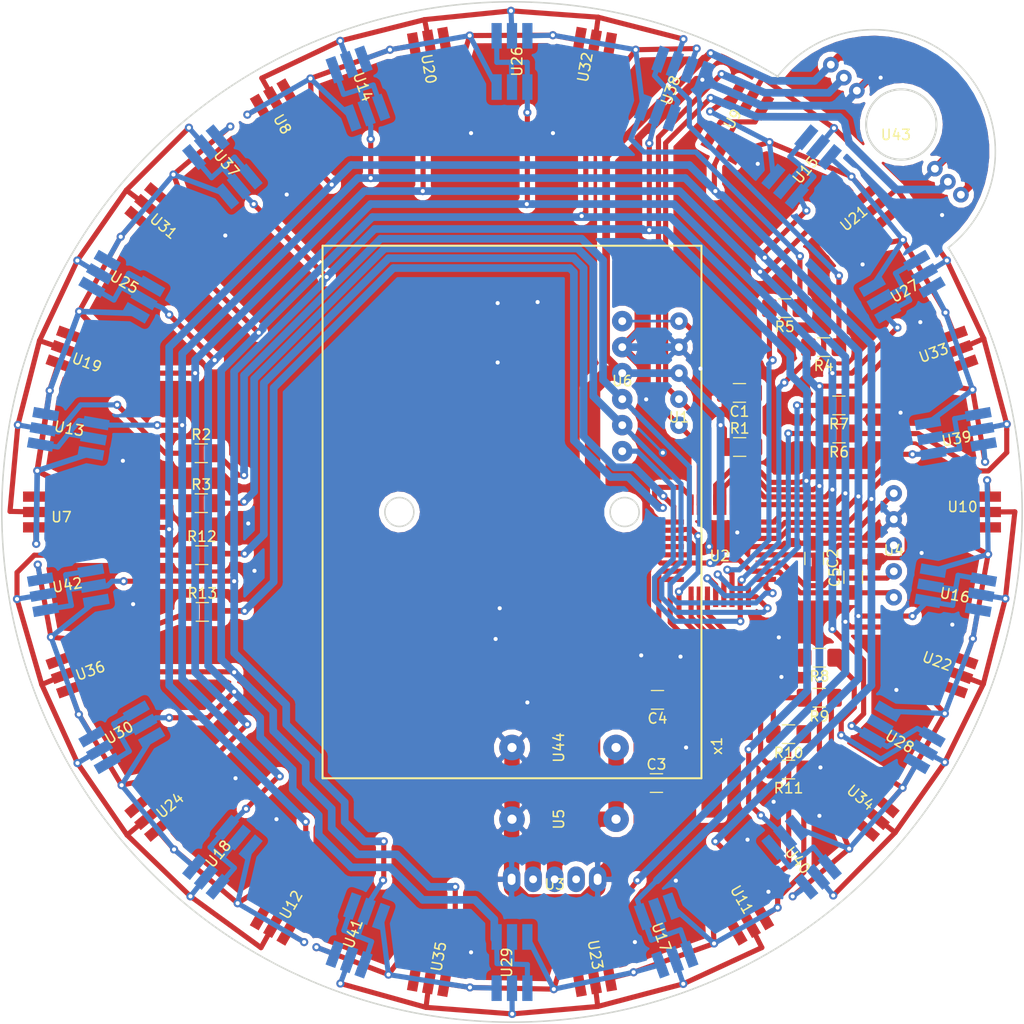
<source format=kicad_pcb>
(kicad_pcb (version 20171130) (host pcbnew 5.0.2+dfsg1-1)
  (layers (0 F.Cu signal) (31 B.Cu signal) (34 B.Paste user) (35 F.Paste user) (36 B.SilkS user) (37 F.SilkS user) (38 B.Mask user) (39 F.Mask user) (44 Edge.Cuts user))
  (net 0 "")
  (net 1 "Net-(C1-Pad1)")
  (net 2 GND)
  (net 3 "Net-(C2-Pad2)")
  (net 4 "Net-(C3-Pad2)")
  (net 5 "Net-(C4-Pad1)")
  (net 6 +5V)
  (net 7 "Net-(R2-Pad2)")
  (net 8 "Net-(R2-Pad1)")
  (net 9 "Net-(R3-Pad1)")
  (net 10 "Net-(R3-Pad2)")
  (net 11 "Net-(R4-Pad2)")
  (net 12 "Net-(R4-Pad1)")
  (net 13 "Net-(R5-Pad1)")
  (net 14 "Net-(R5-Pad2)")
  (net 15 "Net-(R6-Pad1)")
  (net 16 "Net-(R6-Pad2)")
  (net 17 "Net-(R7-Pad1)")
  (net 18 "Net-(R7-Pad2)")
  (net 19 "Net-(R8-Pad2)")
  (net 20 "Net-(R8-Pad1)")
  (net 21 "Net-(R9-Pad1)")
  (net 22 "Net-(R9-Pad2)")
  (net 23 "Net-(R10-Pad2)")
  (net 24 "Net-(R10-Pad1)")
  (net 25 "Net-(R11-Pad1)")
  (net 26 "Net-(R11-Pad2)")
  (net 27 "Net-(R12-Pad2)")
  (net 28 "Net-(R12-Pad1)")
  (net 29 "Net-(R13-Pad1)")
  (net 30 "Net-(R13-Pad2)")
  (net 31 "Net-(U1-Pad2)")
  (net 32 "Net-(U1-Pad3)")
  (net 33 "Net-(U2-Pad19)")
  (net 34 "Net-(U2-Pad22)")
  (net 35 "Net-(U10-Pad1)")
  (net 36 "Net-(U13-Pad1)")
  (net 37 "Net-(U19-Pad1)")
  (net 38 "Net-(U2-Pad26)")
  (net 39 "Net-(U2-Pad27)")
  (net 40 "Net-(U2-Pad28)")
  (net 41 "Net-(U3-Pad3)")
  (net 42 "Net-(U3-Pad4)")
  (module bal:powconn (layer F.Cu) (at 135.08 128 270)
    (fp_text reference U44 (at 0 0.5 270) (layer F.SilkS))
    (fp_text value powcon)
    (pad 2 thru_hole circle (at 0 5.08 270) (size 2.5 2.5) (drill 0.9) (layers *.Cu *.Mask) (net 2 GND))
    (pad 1 thru_hole circle (at 0 -5.08 270) (size 2.5 2.5) (drill 0.9) (layers *.Cu *.Mask) (net 41 "Net-(U3-Pad3)"))
  )
  (module bal:scon2 (layer F.Cu) (at 167.4876 67.6656)
    (fp_text reference U43 (at 0 0.5) (layer F.SilkS))
    (fp_text value scon2)
    (pad 6 thru_hole circle (at 6.35 6.35) (size 1.524 1.524) (drill 0.762) (layers *.Cu *.Mask) (net 6 +5V))
    (pad 5 thru_hole circle (at -5.08 -5.08) (size 1.524 1.524) (drill 0.762) (layers *.Cu *.Mask) (net 32 "Net-(U1-Pad3)"))
    (pad 4 thru_hole circle (at 3.81 3.81) (size 1.524 1.524) (drill 0.762) (layers *.Cu *.Mask) (net 2 GND))
    (pad 3 thru_hole circle (at -3.81 -3.81) (size 1.524 1.524) (drill 0.762) (layers *.Cu *.Mask) (net 2 GND))
    (pad 2 thru_hole circle (at 5.08 5.08) (size 1.524 1.524) (drill 0.762) (layers *.Cu *.Mask) (net 31 "Net-(U1-Pad2)"))
    (pad 1 thru_hole circle (at -6.35 -6.35) (size 1.524 1.524) (drill 0.762) (layers *.Cu *.Mask) (net 6 +5V))
  )
  (module Capacitor_SMD:C_1206_3216Metric_Pad1.42x1.75mm_HandSolder (layer F.Cu) (at 152.2111 93.3704 180)
    (fp_text reference C1 (at 0 -1.82 180) (layer F.SilkS))
    (fp_text value 100nF)
    (pad 2 smd roundrect (at 1.4875 0 180) (size 1.425 1.75) (layers F.Cu F.Paste F.Mask) (roundrect_rratio 0.175439) (net 2 GND))
    (pad 1 smd roundrect (at -1.4875 0 180) (size 1.425 1.75) (layers F.Cu F.Paste F.Mask) (roundrect_rratio 0.175439) (net 1 "Net-(C1-Pad1)"))
  )
  (module Capacitor_SMD:C_1206_3216Metric_Pad1.42x1.75mm_HandSolder (layer F.Cu) (at 159.512 109.5391 270)
    (fp_text reference C2 (at 0 -1.82 270) (layer F.SilkS))
    (fp_text value 100nF)
    (pad 2 smd roundrect (at 1.4875 0 270) (size 1.425 1.75) (layers F.Cu F.Paste F.Mask) (roundrect_rratio 0.175439) (net 3 "Net-(C2-Pad2)"))
    (pad 1 smd roundrect (at -1.4875 0 270) (size 1.425 1.75) (layers F.Cu F.Paste F.Mask) (roundrect_rratio 0.175439) (net 2 GND))
  )
  (module Capacitor_SMD:C_1206_3216Metric_Pad1.42x1.75mm_HandSolder (layer F.Cu) (at 144.1053 131.4704)
    (fp_text reference C3 (at 0 -1.82) (layer F.SilkS))
    (fp_text value 22pf)
    (pad 2 smd roundrect (at 1.4875 0) (size 1.425 1.75) (layers F.Cu F.Paste F.Mask) (roundrect_rratio 0.175439) (net 4 "Net-(C3-Pad2)"))
    (pad 1 smd roundrect (at -1.4875 0) (size 1.425 1.75) (layers F.Cu F.Paste F.Mask) (roundrect_rratio 0.175439) (net 2 GND))
  )
  (module Capacitor_SMD:C_1206_3216Metric_Pad1.42x1.75mm_HandSolder (layer F.Cu) (at 144.2069 123.3424 180)
    (fp_text reference C4 (at 0 -1.82 180) (layer F.SilkS))
    (fp_text value 22pf)
    (pad 2 smd roundrect (at 1.4875 0 180) (size 1.425 1.75) (layers F.Cu F.Paste F.Mask) (roundrect_rratio 0.175439) (net 2 GND))
    (pad 1 smd roundrect (at -1.4875 0 180) (size 1.425 1.75) (layers F.Cu F.Paste F.Mask) (roundrect_rratio 0.175439) (net 5 "Net-(C4-Pad1)"))
  )
  (module Capacitor_SMD:C_1206_3216Metric_Pad1.42x1.75mm_HandSolder (layer F.Cu) (at 163.322 111.3679 90)
    (fp_text reference C5 (at 0 -1.82 90) (layer F.SilkS))
    (fp_text value 100nF)
    (pad 2 smd roundrect (at 1.4875 0 90) (size 1.425 1.75) (layers F.Cu F.Paste F.Mask) (roundrect_rratio 0.175439) (net 2 GND))
    (pad 1 smd roundrect (at -1.4875 0 90) (size 1.425 1.75) (layers F.Cu F.Paste F.Mask) (roundrect_rratio 0.175439) (net 6 +5V))
  )
  (module Resistor_SMD:R_1206_3216Metric_Pad1.42x1.75mm_HandSolder (layer F.Cu) (at 152.2333 98.6536)
    (fp_text reference R1 (at 0 -1.82) (layer F.SilkS))
    (fp_text value 33k)
    (pad 2 smd roundrect (at 1.4875 0) (size 1.425 1.75) (layers F.Cu F.Paste F.Mask) (roundrect_rratio 0.175439) (net 1 "Net-(C1-Pad1)"))
    (pad 1 smd roundrect (at -1.4875 0) (size 1.425 1.75) (layers F.Cu F.Paste F.Mask) (roundrect_rratio 0.175439) (net 6 +5V))
  )
  (module Resistor_SMD:R_1206_3216Metric_Pad1.42x1.75mm_HandSolder (layer F.Cu) (at 99.6553 99.2632)
    (fp_text reference R2 (at 0 -1.82) (layer F.SilkS))
    (fp_text value 100)
    (pad 2 smd roundrect (at 1.4875 0) (size 1.425 1.75) (layers F.Cu F.Paste F.Mask) (roundrect_rratio 0.175439) (net 7 "Net-(R2-Pad2)"))
    (pad 1 smd roundrect (at -1.4875 0) (size 1.425 1.75) (layers F.Cu F.Paste F.Mask) (roundrect_rratio 0.175439) (net 8 "Net-(R2-Pad1)"))
  )
  (module Resistor_SMD:R_1206_3216Metric_Pad1.42x1.75mm_HandSolder (layer F.Cu) (at 99.6553 104.14)
    (fp_text reference R3 (at 0 -1.82) (layer F.SilkS))
    (fp_text value 56)
    (pad 2 smd roundrect (at 1.4875 0) (size 1.425 1.75) (layers F.Cu F.Paste F.Mask) (roundrect_rratio 0.175439) (net 10 "Net-(R3-Pad2)"))
    (pad 1 smd roundrect (at -1.4875 0) (size 1.425 1.75) (layers F.Cu F.Paste F.Mask) (roundrect_rratio 0.175439) (net 9 "Net-(R3-Pad1)"))
  )
  (module Resistor_SMD:R_1206_3216Metric_Pad1.42x1.75mm_HandSolder (layer F.Cu) (at 160.4375 88.9 180)
    (fp_text reference R4 (at 0 -1.82 180) (layer F.SilkS))
    (fp_text value 100)
    (pad 2 smd roundrect (at 1.4875 0 180) (size 1.425 1.75) (layers F.Cu F.Paste F.Mask) (roundrect_rratio 0.175439) (net 11 "Net-(R4-Pad2)"))
    (pad 1 smd roundrect (at -1.4875 0 180) (size 1.425 1.75) (layers F.Cu F.Paste F.Mask) (roundrect_rratio 0.175439) (net 12 "Net-(R4-Pad1)"))
  )
  (module Resistor_SMD:R_1206_3216Metric_Pad1.42x1.75mm_HandSolder (layer F.Cu) (at 156.6275 85.09 180)
    (fp_text reference R5 (at 0 -1.82 180) (layer F.SilkS))
    (fp_text value 56)
    (pad 2 smd roundrect (at 1.4875 0 180) (size 1.425 1.75) (layers F.Cu F.Paste F.Mask) (roundrect_rratio 0.175439) (net 14 "Net-(R5-Pad2)"))
    (pad 1 smd roundrect (at -1.4875 0 180) (size 1.425 1.75) (layers F.Cu F.Paste F.Mask) (roundrect_rratio 0.175439) (net 13 "Net-(R5-Pad1)"))
  )
  (module Resistor_SMD:R_1206_3216Metric_Pad1.42x1.75mm_HandSolder (layer F.Cu) (at 161.9361 97.3328 180)
    (fp_text reference R6 (at 0 -1.82 180) (layer F.SilkS))
    (fp_text value 100)
    (pad 2 smd roundrect (at 1.4875 0 180) (size 1.425 1.75) (layers F.Cu F.Paste F.Mask) (roundrect_rratio 0.175439) (net 16 "Net-(R6-Pad2)"))
    (pad 1 smd roundrect (at -1.4875 0 180) (size 1.425 1.75) (layers F.Cu F.Paste F.Mask) (roundrect_rratio 0.175439) (net 15 "Net-(R6-Pad1)"))
  )
  (module Resistor_SMD:R_1206_3216Metric_Pad1.42x1.75mm_HandSolder (layer F.Cu) (at 161.925 94.5896 180)
    (fp_text reference R7 (at 0 -1.82 180) (layer F.SilkS))
    (fp_text value 56)
    (pad 2 smd roundrect (at 1.4875 0 180) (size 1.425 1.75) (layers F.Cu F.Paste F.Mask) (roundrect_rratio 0.175439) (net 18 "Net-(R7-Pad2)"))
    (pad 1 smd roundrect (at -1.4875 0 180) (size 1.425 1.75) (layers F.Cu F.Paste F.Mask) (roundrect_rratio 0.175439) (net 17 "Net-(R7-Pad1)"))
  )
  (module Resistor_SMD:R_1206_3216Metric_Pad1.42x1.75mm_HandSolder (layer F.Cu) (at 160.02 119.2276 180)
    (fp_text reference R8 (at 0 -1.82 180) (layer F.SilkS))
    (fp_text value 100)
    (pad 2 smd roundrect (at 1.4875 0 180) (size 1.425 1.75) (layers F.Cu F.Paste F.Mask) (roundrect_rratio 0.175439) (net 19 "Net-(R8-Pad2)"))
    (pad 1 smd roundrect (at -1.4875 0 180) (size 1.425 1.75) (layers F.Cu F.Paste F.Mask) (roundrect_rratio 0.175439) (net 20 "Net-(R8-Pad1)"))
  )
  (module Resistor_SMD:R_1206_3216Metric_Pad1.42x1.75mm_HandSolder (layer F.Cu) (at 160.0057 123.1392 180)
    (fp_text reference R9 (at 0 -1.82 180) (layer F.SilkS))
    (fp_text value 56)
    (pad 2 smd roundrect (at 1.4875 0 180) (size 1.425 1.75) (layers F.Cu F.Paste F.Mask) (roundrect_rratio 0.175439) (net 22 "Net-(R9-Pad2)"))
    (pad 1 smd roundrect (at -1.4875 0 180) (size 1.425 1.75) (layers F.Cu F.Paste F.Mask) (roundrect_rratio 0.175439) (net 21 "Net-(R9-Pad1)"))
  )
  (module Resistor_SMD:R_1206_3216Metric_Pad1.42x1.75mm_HandSolder (layer F.Cu) (at 157.0085 126.6952 180)
    (fp_text reference R10 (at 0 -1.82 180) (layer F.SilkS))
    (fp_text value 100)
    (pad 2 smd roundrect (at 1.4875 0 180) (size 1.425 1.75) (layers F.Cu F.Paste F.Mask) (roundrect_rratio 0.175439) (net 23 "Net-(R10-Pad2)"))
    (pad 1 smd roundrect (at -1.4875 0 180) (size 1.425 1.75) (layers F.Cu F.Paste F.Mask) (roundrect_rratio 0.175439) (net 24 "Net-(R10-Pad1)"))
  )
  (module Resistor_SMD:R_1206_3216Metric_Pad1.42x1.75mm_HandSolder (layer F.Cu) (at 157.0085 130.1496 180)
    (fp_text reference R11 (at 0 -1.82 180) (layer F.SilkS))
    (fp_text value 56)
    (pad 2 smd roundrect (at 1.4875 0 180) (size 1.425 1.75) (layers F.Cu F.Paste F.Mask) (roundrect_rratio 0.175439) (net 26 "Net-(R11-Pad2)"))
    (pad 1 smd roundrect (at -1.4875 0 180) (size 1.425 1.75) (layers F.Cu F.Paste F.Mask) (roundrect_rratio 0.175439) (net 25 "Net-(R11-Pad1)"))
  )
  (module Resistor_SMD:R_1206_3216Metric_Pad1.42x1.75mm_HandSolder (layer F.Cu) (at 99.7061 109.22)
    (fp_text reference R12 (at 0 -1.82) (layer F.SilkS))
    (fp_text value 100)
    (pad 2 smd roundrect (at 1.4875 0) (size 1.425 1.75) (layers F.Cu F.Paste F.Mask) (roundrect_rratio 0.175439) (net 27 "Net-(R12-Pad2)"))
    (pad 1 smd roundrect (at -1.4875 0) (size 1.425 1.75) (layers F.Cu F.Paste F.Mask) (roundrect_rratio 0.175439) (net 28 "Net-(R12-Pad1)"))
  )
  (module Resistor_SMD:R_1206_3216Metric_Pad1.42x1.75mm_HandSolder (layer F.Cu) (at 99.7569 114.7572)
    (fp_text reference R13 (at 0 -1.82) (layer F.SilkS))
    (fp_text value 56)
    (pad 2 smd roundrect (at 1.4875 0) (size 1.425 1.75) (layers F.Cu F.Paste F.Mask) (roundrect_rratio 0.175439) (net 30 "Net-(R13-Pad2)"))
    (pad 1 smd roundrect (at -1.4875 0) (size 1.425 1.75) (layers F.Cu F.Paste F.Mask) (roundrect_rratio 0.175439) (net 29 "Net-(R13-Pad1)"))
  )
  (module bal:sercon (layer F.Cu) (at 146.304 95.25)
    (fp_text reference U1 (at 0 0.5) (layer F.SilkS))
    (fp_text value sercon)
    (pad 5 thru_hole circle (at 0 -8.89) (size 1.7 1.7) (drill 0.762) (layers *.Cu *.Mask) (net 1 "Net-(C1-Pad1)"))
    (pad 4 thru_hole circle (at 0 -6.35) (size 1.7 1.7) (drill 0.762) (layers *.Cu *.Mask) (net 2 GND))
    (pad 3 thru_hole circle (at 0 1.27) (size 1.7 1.7) (drill 0.762) (layers *.Cu *.Mask) (net 32 "Net-(U1-Pad3)"))
    (pad 2 thru_hole circle (at 0 -1.27) (size 1.7 1.7) (drill 0.762) (layers *.Cu *.Mask) (net 31 "Net-(U1-Pad2)"))
    (pad 1 thru_hole circle (at 0 -3.81) (size 1.7 1.7) (drill 0.762) (layers *.Cu *.Mask) (net 6 +5V))
  )
  (module bal:atm328 (layer F.Cu) (at 150.2876 108.782)
    (fp_text reference U2 (at 0 0.5) (layer F.SilkS))
    (fp_text value atm328)
    (pad 32 smd rect (at -2.8 -4.5) (size 0.5 2) (layers F.Cu F.Paste F.Mask) (net 30 "Net-(R13-Pad2)"))
    (pad 31 smd rect (at -2 -4.5) (size 0.5 2) (layers F.Cu F.Paste F.Mask) (net 32 "Net-(U1-Pad3)"))
    (pad 30 smd rect (at -1.2 -4.5) (size 0.5 2) (layers F.Cu F.Paste F.Mask) (net 31 "Net-(U1-Pad2)"))
    (pad 29 smd rect (at -0.4 -4.5) (size 0.5 2) (layers F.Cu F.Paste F.Mask) (net 1 "Net-(C1-Pad1)"))
    (pad 28 smd rect (at 0.4 -4.5) (size 0.5 2) (layers F.Cu F.Paste F.Mask) (net 40 "Net-(U2-Pad28)"))
    (pad 27 smd rect (at 1.2 -4.5) (size 0.5 2) (layers F.Cu F.Paste F.Mask) (net 39 "Net-(U2-Pad27)"))
    (pad 26 smd rect (at 2 -4.5) (size 0.5 2) (layers F.Cu F.Paste F.Mask) (net 38 "Net-(U2-Pad26)"))
    (pad 25 smd rect (at 2.8 -4.5) (size 0.5 2) (layers F.Cu F.Paste F.Mask) (net 37 "Net-(U19-Pad1)"))
    (pad 24 smd rect (at 4.5 -2.8) (size 2 0.5) (layers F.Cu F.Paste F.Mask) (net 36 "Net-(U13-Pad1)"))
    (pad 23 smd rect (at 4.5 -2) (size 2 0.5) (layers F.Cu F.Paste F.Mask) (net 35 "Net-(U10-Pad1)"))
    (pad 22 smd rect (at 4.5 -1.2) (size 2 0.5) (layers F.Cu F.Paste F.Mask) (net 34 "Net-(U2-Pad22)"))
    (pad 21 smd rect (at 4.5 -0.4) (size 2 0.5) (layers F.Cu F.Paste F.Mask) (net 2 GND))
    (pad 20 smd rect (at 4.5 0.4) (size 2 0.5) (layers F.Cu F.Paste F.Mask) (net 3 "Net-(C2-Pad2)"))
    (pad 19 smd rect (at 4.5 1.2) (size 2 0.5) (layers F.Cu F.Paste F.Mask) (net 33 "Net-(U2-Pad19)"))
    (pad 18 smd rect (at 4.5 2) (size 2 0.5) (layers F.Cu F.Paste F.Mask) (net 6 +5V))
    (pad 17 smd rect (at 4.5 2.8) (size 2 0.5) (layers F.Cu F.Paste F.Mask) (net 7 "Net-(R2-Pad2)"))
    (pad 16 smd rect (at 2.8 4.5) (size 0.5 2) (layers F.Cu F.Paste F.Mask) (net 10 "Net-(R3-Pad2)"))
    (pad 15 smd rect (at 2 4.5) (size 0.5 2) (layers F.Cu F.Paste F.Mask) (net 11 "Net-(R4-Pad2)"))
    (pad 14 smd rect (at 1.2 4.5) (size 0.5 2) (layers F.Cu F.Paste F.Mask) (net 14 "Net-(R5-Pad2)"))
    (pad 13 smd rect (at 0.4 4.5) (size 0.5 2) (layers F.Cu F.Paste F.Mask) (net 16 "Net-(R6-Pad2)"))
    (pad 12 smd rect (at -0.4 4.5) (size 0.5 2) (layers F.Cu F.Paste F.Mask) (net 18 "Net-(R7-Pad2)"))
    (pad 11 smd rect (at -1.2 4.5) (size 0.5 2) (layers F.Cu F.Paste F.Mask) (net 19 "Net-(R8-Pad2)"))
    (pad 10 smd rect (at -2 4.5) (size 0.5 2) (layers F.Cu F.Paste F.Mask) (net 22 "Net-(R9-Pad2)"))
    (pad 9 smd rect (at -2.8 4.5) (size 0.5 2) (layers F.Cu F.Paste F.Mask) (net 23 "Net-(R10-Pad2)"))
    (pad 8 smd rect (at -4.5 2.8) (size 2 0.5) (layers F.Cu F.Paste F.Mask) (net 5 "Net-(C4-Pad1)"))
    (pad 7 smd rect (at -4.5 2) (size 2 0.5) (layers F.Cu F.Paste F.Mask) (net 4 "Net-(C3-Pad2)"))
    (pad 6 smd rect (at -4.5 1.2) (size 2 0.5) (layers F.Cu F.Paste F.Mask) (net 6 +5V))
    (pad 5 smd rect (at -4.5 0.4) (size 2 0.5) (layers F.Cu F.Paste F.Mask) (net 2 GND))
    (pad 4 smd rect (at -4.5 -0.4) (size 2 0.5) (layers F.Cu F.Paste F.Mask) (net 6 +5V))
    (pad 3 smd rect (at -4.5 -1.2) (size 2 0.5) (layers F.Cu F.Paste F.Mask) (net 2 GND))
    (pad 2 smd rect (at -4.5 -2) (size 2 0.5) (layers F.Cu F.Paste F.Mask) (net 26 "Net-(R11-Pad2)"))
    (pad 1 smd rect (at -4.5 -2.8) (size 2 0.5) (layers F.Cu F.Paste F.Mask) (net 27 "Net-(R12-Pad2)"))
  )
  (module bal:switch (layer F.Cu) (at 134.1628 140.8684)
    (fp_text reference U3 (at 0 0.5) (layer F.SilkS))
    (fp_text value switch)
    (pad 5 thru_hole oval (at 4.2 0) (size 1.7 2.5) (drill oval 0.762 1.1) (layers *.Cu *.Mask) (net 2 GND))
    (pad 4 thru_hole oval (at 2.1 0) (size 1.7 2.5) (drill 0.762) (layers *.Cu *.Mask) (net 42 "Net-(U3-Pad4)"))
    (pad 3 thru_hole oval (at 0 0) (size 1.7 2.5) (drill 0.762) (layers *.Cu *.Mask) (net 41 "Net-(U3-Pad3)"))
    (pad 2 thru_hole oval (at -2.1 0) (size 1.7 2.5) (drill 0.762) (layers *.Cu *.Mask) (net 6 +5V))
    (pad 1 thru_hole oval (at -4.2 0) (size 1.7 2.5) (drill oval 0.762 1.1) (layers *.Cu *.Mask) (net 2 GND))
  )
  (module bal:aconn (layer F.Cu) (at 167.2844 108.2548)
    (fp_text reference U4 (at 0 0.5) (layer F.SilkS))
    (fp_text value aconn)
    (pad 5 thru_hole circle (at 0 5.08) (size 1.6 1.6) (drill 0.762) (layers *.Cu *.Mask) (net 6 +5V))
    (pad 4 thru_hole circle (at 0 2.54) (size 1.6 1.6) (drill 0.762) (layers *.Cu *.Mask) (net 33 "Net-(U2-Pad19)"))
    (pad 3 thru_hole circle (at 0 0) (size 1.6 1.6) (drill 0.762) (layers *.Cu *.Mask) (net 3 "Net-(C2-Pad2)"))
    (pad 2 thru_hole circle (at 0 -2.54) (size 1.6 1.6) (drill 0.762) (layers *.Cu *.Mask) (net 2 GND))
    (pad 1 thru_hole circle (at 0 -5.08) (size 1.6 1.6) (drill 0.762) (layers *.Cu *.Mask) (net 34 "Net-(U2-Pad22)"))
  )
  (module bal:powconn (layer F.Cu) (at 135.08 135 270)
    (fp_text reference U5 (at 0 0.5 270) (layer F.SilkS))
    (fp_text value powcon)
    (pad 2 thru_hole circle (at 0 5.08 270) (size 2.5 2.5) (drill 0.9) (layers *.Cu *.Mask) (net 2 GND))
    (pad 1 thru_hole circle (at 0 -5.08 270) (size 2.5 2.5) (drill 0.9) (layers *.Cu *.Mask) (net 41 "Net-(U3-Pad3)"))
  )
  (module bal:procon (layer F.Cu) (at 140.7668 92.71 180)
    (fp_text reference U6 (at 0 0.5 180) (layer F.SilkS))
    (fp_text value procon)
    (pad 6 thru_hole circle (at 0 -1.27 180) (size 2 2) (drill 0.762) (layers *.Cu *.Mask) (net 7 "Net-(R2-Pad2)"))
    (pad 5 thru_hole circle (at 0 -3.81 180) (size 2 2) (drill 0.762) (layers *.Cu *.Mask) (net 10 "Net-(R3-Pad2)"))
    (pad 4 thru_hole circle (at 0 -6.35 180) (size 2 2) (drill 0.762) (layers *.Cu *.Mask) (net 11 "Net-(R4-Pad2)"))
    (pad 3 thru_hole circle (at 0 6.35 180) (size 2 2) (drill 0.762) (layers *.Cu *.Mask) (net 1 "Net-(C1-Pad1)"))
    (pad 2 thru_hole circle (at 0 3.81 180) (size 2 2) (drill 0.762) (layers *.Cu *.Mask) (net 2 GND))
    (pad 1 thru_hole circle (at 0 1.27 180) (size 2 2) (drill 0.762) (layers *.Cu *.Mask) (net 6 +5V))
  )
  (module bal:rgbled (layer F.Cu) (at 86 105)
    (fp_text reference U7 (at 0 0.5) (layer F.SilkS))
    (fp_text value rgbled)
    (pad 6 smd rect (at 2.5 -1.5) (size 2.5 1) (layers F.Cu F.Paste F.Mask) (net 9 "Net-(R3-Pad1)"))
    (pad 5 smd rect (at 2.5 0) (size 2.5 1) (layers F.Cu F.Paste F.Mask) (net 35 "Net-(U10-Pad1)"))
    (pad 4 smd rect (at 2.5 1.5) (size 2.5 1) (layers F.Cu F.Paste F.Mask) (net 35 "Net-(U10-Pad1)"))
    (pad 3 smd rect (at -2.5 1.5) (size 2.5 1) (layers F.Cu F.Paste F.Mask) (net 9 "Net-(R3-Pad1)"))
    (pad 2 smd rect (at -2.5 0) (size 2.5 1) (layers F.Cu F.Paste F.Mask) (net 8 "Net-(R2-Pad1)"))
    (pad 1 smd rect (at -2.5 -1.5) (size 2.5 1) (layers F.Cu F.Paste F.Mask) (net 35 "Net-(U10-Pad1)"))
  )
  (module bal:rgbled (layer F.Cu) (at 108 66.89 300)
    (fp_text reference U8 (at 0 0.5 300) (layer F.SilkS))
    (fp_text value rgbled)
    (pad 6 smd rect (at 2.5 -1.5 300) (size 2.5 1) (layers F.Cu F.Paste F.Mask) (net 13 "Net-(R5-Pad1)"))
    (pad 5 smd rect (at 2.5 0 300) (size 2.5 1) (layers F.Cu F.Paste F.Mask) (net 35 "Net-(U10-Pad1)"))
    (pad 4 smd rect (at 2.5 1.5 300) (size 2.5 1) (layers F.Cu F.Paste F.Mask) (net 35 "Net-(U10-Pad1)"))
    (pad 3 smd rect (at -2.5 1.5 300) (size 2.5 1) (layers F.Cu F.Paste F.Mask) (net 13 "Net-(R5-Pad1)"))
    (pad 2 smd rect (at -2.5 0 300) (size 2.5 1) (layers F.Cu F.Paste F.Mask) (net 12 "Net-(R4-Pad1)"))
    (pad 1 smd rect (at -2.5 -1.5 300) (size 2.5 1) (layers F.Cu F.Paste F.Mask) (net 35 "Net-(U10-Pad1)"))
  )
  (module bal:rgbled (layer F.Cu) (at 152 66.89 240)
    (fp_text reference U9 (at 0 0.5 240) (layer F.SilkS))
    (fp_text value rgbled)
    (pad 6 smd rect (at 2.5 -1.5 240) (size 2.5 1) (layers F.Cu F.Paste F.Mask) (net 17 "Net-(R7-Pad1)"))
    (pad 5 smd rect (at 2.5 0 240) (size 2.5 1) (layers F.Cu F.Paste F.Mask) (net 35 "Net-(U10-Pad1)"))
    (pad 4 smd rect (at 2.5 1.5 240) (size 2.5 1) (layers F.Cu F.Paste F.Mask) (net 35 "Net-(U10-Pad1)"))
    (pad 3 smd rect (at -2.5 1.5 240) (size 2.5 1) (layers F.Cu F.Paste F.Mask) (net 17 "Net-(R7-Pad1)"))
    (pad 2 smd rect (at -2.5 0 240) (size 2.5 1) (layers F.Cu F.Paste F.Mask) (net 15 "Net-(R6-Pad1)"))
    (pad 1 smd rect (at -2.5 -1.5 240) (size 2.5 1) (layers F.Cu F.Paste F.Mask) (net 35 "Net-(U10-Pad1)"))
  )
  (module bal:rgbled (layer F.Cu) (at 174 105 180)
    (fp_text reference U10 (at 0 0.5 180) (layer F.SilkS))
    (fp_text value rgbled)
    (pad 6 smd rect (at 2.5 -1.5 180) (size 2.5 1) (layers F.Cu F.Paste F.Mask) (net 21 "Net-(R9-Pad1)"))
    (pad 5 smd rect (at 2.5 0 180) (size 2.5 1) (layers F.Cu F.Paste F.Mask) (net 35 "Net-(U10-Pad1)"))
    (pad 4 smd rect (at 2.5 1.5 180) (size 2.5 1) (layers F.Cu F.Paste F.Mask) (net 35 "Net-(U10-Pad1)"))
    (pad 3 smd rect (at -2.5 1.5 180) (size 2.5 1) (layers F.Cu F.Paste F.Mask) (net 21 "Net-(R9-Pad1)"))
    (pad 2 smd rect (at -2.5 0 180) (size 2.5 1) (layers F.Cu F.Paste F.Mask) (net 20 "Net-(R8-Pad1)"))
    (pad 1 smd rect (at -2.5 -1.5 180) (size 2.5 1) (layers F.Cu F.Paste F.Mask) (net 35 "Net-(U10-Pad1)"))
  )
  (module bal:rgbled (layer F.Cu) (at 152 143.11 120)
    (fp_text reference U11 (at 0 0.5 120) (layer F.SilkS))
    (fp_text value rgbled)
    (pad 6 smd rect (at 2.5 -1.5 120) (size 2.5 1) (layers F.Cu F.Paste F.Mask) (net 25 "Net-(R11-Pad1)"))
    (pad 5 smd rect (at 2.5 0 120) (size 2.5 1) (layers F.Cu F.Paste F.Mask) (net 35 "Net-(U10-Pad1)"))
    (pad 4 smd rect (at 2.5 1.5 120) (size 2.5 1) (layers F.Cu F.Paste F.Mask) (net 35 "Net-(U10-Pad1)"))
    (pad 3 smd rect (at -2.5 1.5 120) (size 2.5 1) (layers F.Cu F.Paste F.Mask) (net 25 "Net-(R11-Pad1)"))
    (pad 2 smd rect (at -2.5 0 120) (size 2.5 1) (layers F.Cu F.Paste F.Mask) (net 24 "Net-(R10-Pad1)"))
    (pad 1 smd rect (at -2.5 -1.5 120) (size 2.5 1) (layers F.Cu F.Paste F.Mask) (net 35 "Net-(U10-Pad1)"))
  )
  (module bal:rgbled (layer F.Cu) (at 108 143.11 60)
    (fp_text reference U12 (at 0 0.5 60) (layer F.SilkS))
    (fp_text value rgbled)
    (pad 6 smd rect (at 2.5 -1.5 60) (size 2.5 1) (layers F.Cu F.Paste F.Mask) (net 29 "Net-(R13-Pad1)"))
    (pad 5 smd rect (at 2.5 0 60) (size 2.5 1) (layers F.Cu F.Paste F.Mask) (net 35 "Net-(U10-Pad1)"))
    (pad 4 smd rect (at 2.5 1.5 60) (size 2.5 1) (layers F.Cu F.Paste F.Mask) (net 35 "Net-(U10-Pad1)"))
    (pad 3 smd rect (at -2.5 1.5 60) (size 2.5 1) (layers F.Cu F.Paste F.Mask) (net 29 "Net-(R13-Pad1)"))
    (pad 2 smd rect (at -2.5 0 60) (size 2.5 1) (layers F.Cu F.Paste F.Mask) (net 28 "Net-(R12-Pad1)"))
    (pad 1 smd rect (at -2.5 -1.5 60) (size 2.5 1) (layers F.Cu F.Paste F.Mask) (net 35 "Net-(U10-Pad1)"))
  )
  (module bal:rgbled2 (layer F.Cu) (at 86.67 97.36 170)
    (fp_text reference U13 (at 0 0.5 170) (layer F.SilkS))
    (fp_text value rgbled)
    (pad 6 smd rect (at -2.5 -1.5 170) (size 2.5 1) (layers B.Cu B.Paste B.Mask) (net 9 "Net-(R3-Pad1)"))
    (pad 5 smd rect (at -2.5 0 170) (size 2.5 1) (layers B.Cu B.Paste B.Mask) (net 36 "Net-(U13-Pad1)"))
    (pad 4 smd rect (at -2.5 1.5 170) (size 2.5 1) (layers B.Cu B.Paste B.Mask) (net 36 "Net-(U13-Pad1)"))
    (pad 3 smd rect (at 2.5 1.5 170) (size 2.5 1) (layers B.Cu B.Paste B.Mask) (net 9 "Net-(R3-Pad1)"))
    (pad 2 smd rect (at 2.5 0 170) (size 2.5 1) (layers B.Cu B.Paste B.Mask) (net 8 "Net-(R2-Pad1)"))
    (pad 1 smd rect (at 2.5 -1.5 170) (size 2.5 1) (layers B.Cu B.Paste B.Mask) (net 36 "Net-(U13-Pad1)"))
  )
  (module bal:rgbled2 (layer F.Cu) (at 114.95 63.65 110)
    (fp_text reference U14 (at 0 0.5 110) (layer F.SilkS))
    (fp_text value rgbled)
    (pad 6 smd rect (at -2.5 -1.5 110) (size 2.5 1) (layers B.Cu B.Paste B.Mask) (net 13 "Net-(R5-Pad1)"))
    (pad 5 smd rect (at -2.5 0 110) (size 2.5 1) (layers B.Cu B.Paste B.Mask) (net 36 "Net-(U13-Pad1)"))
    (pad 4 smd rect (at -2.5 1.5 110) (size 2.5 1) (layers B.Cu B.Paste B.Mask) (net 36 "Net-(U13-Pad1)"))
    (pad 3 smd rect (at 2.5 1.5 110) (size 2.5 1) (layers B.Cu B.Paste B.Mask) (net 13 "Net-(R5-Pad1)"))
    (pad 2 smd rect (at 2.5 0 110) (size 2.5 1) (layers B.Cu B.Paste B.Mask) (net 12 "Net-(R4-Pad1)"))
    (pad 1 smd rect (at 2.5 -1.5 110) (size 2.5 1) (layers B.Cu B.Paste B.Mask) (net 36 "Net-(U13-Pad1)"))
  )
  (module bal:rgbled2 (layer F.Cu) (at 158.28 71.29 50)
    (fp_text reference U15 (at 0 0.5 50) (layer F.SilkS))
    (fp_text value rgbled)
    (pad 6 smd rect (at -2.5 -1.5 50) (size 2.5 1) (layers B.Cu B.Paste B.Mask) (net 17 "Net-(R7-Pad1)"))
    (pad 5 smd rect (at -2.5 0 50) (size 2.5 1) (layers B.Cu B.Paste B.Mask) (net 36 "Net-(U13-Pad1)"))
    (pad 4 smd rect (at -2.5 1.500001 50) (size 2.5 1) (layers B.Cu B.Paste B.Mask) (net 36 "Net-(U13-Pad1)"))
    (pad 3 smd rect (at 2.5 1.5 50) (size 2.5 1) (layers B.Cu B.Paste B.Mask) (net 17 "Net-(R7-Pad1)"))
    (pad 2 smd rect (at 2.5 0 50) (size 2.5 1) (layers B.Cu B.Paste B.Mask) (net 15 "Net-(R6-Pad1)"))
    (pad 1 smd rect (at 2.5 -1.500001 50) (size 2.5 1) (layers B.Cu B.Paste B.Mask) (net 36 "Net-(U13-Pad1)"))
  )
  (module bal:rgbled2 (layer F.Cu) (at 173.33 112.64 350)
    (fp_text reference U16 (at 0 0.5 350) (layer F.SilkS))
    (fp_text value rgbled)
    (pad 6 smd rect (at -2.5 -1.5 350) (size 2.5 1) (layers B.Cu B.Paste B.Mask) (net 21 "Net-(R9-Pad1)"))
    (pad 5 smd rect (at -2.5 0 350) (size 2.5 1) (layers B.Cu B.Paste B.Mask) (net 36 "Net-(U13-Pad1)"))
    (pad 4 smd rect (at -2.5 1.5 350) (size 2.5 1) (layers B.Cu B.Paste B.Mask) (net 36 "Net-(U13-Pad1)"))
    (pad 3 smd rect (at 2.5 1.5 350) (size 2.5 1) (layers B.Cu B.Paste B.Mask) (net 21 "Net-(R9-Pad1)"))
    (pad 2 smd rect (at 2.5 0 350) (size 2.5 1) (layers B.Cu B.Paste B.Mask) (net 20 "Net-(R8-Pad1)"))
    (pad 1 smd rect (at 2.5 -1.5 350) (size 2.5 1) (layers B.Cu B.Paste B.Mask) (net 36 "Net-(U13-Pad1)"))
  )
  (module bal:rgbled2 (layer F.Cu) (at 145.05 146.35 290)
    (fp_text reference U17 (at 0 0.5 290) (layer F.SilkS))
    (fp_text value rgbled)
    (pad 6 smd rect (at -2.5 -1.5 290) (size 2.5 1) (layers B.Cu B.Paste B.Mask) (net 25 "Net-(R11-Pad1)"))
    (pad 5 smd rect (at -2.5 0 290) (size 2.5 1) (layers B.Cu B.Paste B.Mask) (net 36 "Net-(U13-Pad1)"))
    (pad 4 smd rect (at -2.5 1.5 290) (size 2.5 1) (layers B.Cu B.Paste B.Mask) (net 36 "Net-(U13-Pad1)"))
    (pad 3 smd rect (at 2.5 1.5 290) (size 2.5 1) (layers B.Cu B.Paste B.Mask) (net 25 "Net-(R11-Pad1)"))
    (pad 2 smd rect (at 2.5 0 290) (size 2.5 1) (layers B.Cu B.Paste B.Mask) (net 24 "Net-(R10-Pad1)"))
    (pad 1 smd rect (at 2.5 -1.5 290) (size 2.5 1) (layers B.Cu B.Paste B.Mask) (net 36 "Net-(U13-Pad1)"))
  )
  (module bal:rgbled2 (layer F.Cu) (at 101.72 138.71 230)
    (fp_text reference U18 (at 0 0.5 230) (layer F.SilkS))
    (fp_text value rgbled)
    (pad 6 smd rect (at -2.5 -1.5 230) (size 2.5 1) (layers B.Cu B.Paste B.Mask) (net 29 "Net-(R13-Pad1)"))
    (pad 5 smd rect (at -2.5 0 230) (size 2.5 1) (layers B.Cu B.Paste B.Mask) (net 36 "Net-(U13-Pad1)"))
    (pad 4 smd rect (at -2.5 1.500001 230) (size 2.5 1) (layers B.Cu B.Paste B.Mask) (net 36 "Net-(U13-Pad1)"))
    (pad 3 smd rect (at 2.5 1.5 230) (size 2.5 1) (layers B.Cu B.Paste B.Mask) (net 29 "Net-(R13-Pad1)"))
    (pad 2 smd rect (at 2.5 0 230) (size 2.5 1) (layers B.Cu B.Paste B.Mask) (net 28 "Net-(R12-Pad1)"))
    (pad 1 smd rect (at 2.5 -1.500001 230) (size 2.5 1) (layers B.Cu B.Paste B.Mask) (net 36 "Net-(U13-Pad1)"))
  )
  (module bal:rgbled (layer F.Cu) (at 88.65 89.95 340)
    (fp_text reference U19 (at 0 0.5 340) (layer F.SilkS))
    (fp_text value rgbled)
    (pad 6 smd rect (at 2.5 -1.5 340) (size 2.5 1) (layers F.Cu F.Paste F.Mask) (net 9 "Net-(R3-Pad1)"))
    (pad 5 smd rect (at 2.5 0 340) (size 2.5 1) (layers F.Cu F.Paste F.Mask) (net 37 "Net-(U19-Pad1)"))
    (pad 4 smd rect (at 2.5 1.5 340) (size 2.5 1) (layers F.Cu F.Paste F.Mask) (net 37 "Net-(U19-Pad1)"))
    (pad 3 smd rect (at -2.5 1.5 340) (size 2.5 1) (layers F.Cu F.Paste F.Mask) (net 9 "Net-(R3-Pad1)"))
    (pad 2 smd rect (at -2.5 0 340) (size 2.5 1) (layers F.Cu F.Paste F.Mask) (net 8 "Net-(R2-Pad1)"))
    (pad 1 smd rect (at -2.5 -1.5 340) (size 2.5 1) (layers F.Cu F.Paste F.Mask) (net 37 "Net-(U19-Pad1)"))
  )
  (module bal:rgbled (layer F.Cu) (at 122.36 61.65 280)
    (fp_text reference U20 (at 0 0.5 280) (layer F.SilkS))
    (fp_text value rgbled)
    (pad 6 smd rect (at 2.5 -1.5 280) (size 2.5 1) (layers F.Cu F.Paste F.Mask) (net 13 "Net-(R5-Pad1)"))
    (pad 5 smd rect (at 2.5 0 280) (size 2.5 1) (layers F.Cu F.Paste F.Mask) (net 37 "Net-(U19-Pad1)"))
    (pad 4 smd rect (at 2.5 1.5 280) (size 2.5 1) (layers F.Cu F.Paste F.Mask) (net 37 "Net-(U19-Pad1)"))
    (pad 3 smd rect (at -2.5 1.5 280) (size 2.5 1) (layers F.Cu F.Paste F.Mask) (net 13 "Net-(R5-Pad1)"))
    (pad 2 smd rect (at -2.5 0 280) (size 2.5 1) (layers F.Cu F.Paste F.Mask) (net 12 "Net-(R4-Pad1)"))
    (pad 1 smd rect (at -2.5 -1.5 280) (size 2.5 1) (layers F.Cu F.Paste F.Mask) (net 37 "Net-(U19-Pad1)"))
  )
  (module bal:rgbled (layer F.Cu) (at 163.71 76.72 220)
    (fp_text reference U21 (at 0 0.5 220) (layer F.SilkS))
    (fp_text value rgbled)
    (pad 6 smd rect (at 2.5 -1.5 220) (size 2.5 1) (layers F.Cu F.Paste F.Mask) (net 17 "Net-(R7-Pad1)"))
    (pad 5 smd rect (at 2.5 0 220) (size 2.5 1) (layers F.Cu F.Paste F.Mask) (net 37 "Net-(U19-Pad1)"))
    (pad 4 smd rect (at 2.5 1.500001 220) (size 2.5 1) (layers F.Cu F.Paste F.Mask) (net 37 "Net-(U19-Pad1)"))
    (pad 3 smd rect (at -2.5 1.5 220) (size 2.5 1) (layers F.Cu F.Paste F.Mask) (net 17 "Net-(R7-Pad1)"))
    (pad 2 smd rect (at -2.5 0 220) (size 2.5 1) (layers F.Cu F.Paste F.Mask) (net 15 "Net-(R6-Pad1)"))
    (pad 1 smd rect (at -2.5 -1.500001 220) (size 2.5 1) (layers F.Cu F.Paste F.Mask) (net 37 "Net-(U19-Pad1)"))
  )
  (module bal:rgbled (layer F.Cu) (at 171.35 120.05 160)
    (fp_text reference U22 (at 0 0.5 160) (layer F.SilkS))
    (fp_text value rgbled)
    (pad 6 smd rect (at 2.5 -1.5 160) (size 2.5 1) (layers F.Cu F.Paste F.Mask) (net 21 "Net-(R9-Pad1)"))
    (pad 5 smd rect (at 2.5 0 160) (size 2.5 1) (layers F.Cu F.Paste F.Mask) (net 37 "Net-(U19-Pad1)"))
    (pad 4 smd rect (at 2.5 1.5 160) (size 2.5 1) (layers F.Cu F.Paste F.Mask) (net 37 "Net-(U19-Pad1)"))
    (pad 3 smd rect (at -2.5 1.5 160) (size 2.5 1) (layers F.Cu F.Paste F.Mask) (net 21 "Net-(R9-Pad1)"))
    (pad 2 smd rect (at -2.5 0 160) (size 2.5 1) (layers F.Cu F.Paste F.Mask) (net 20 "Net-(R8-Pad1)"))
    (pad 1 smd rect (at -2.5 -1.5 160) (size 2.5 1) (layers F.Cu F.Paste F.Mask) (net 37 "Net-(U19-Pad1)"))
  )
  (module bal:rgbled (layer F.Cu) (at 137.64 148.33 100)
    (fp_text reference U23 (at 0 0.5 100) (layer F.SilkS))
    (fp_text value rgbled)
    (pad 6 smd rect (at 2.5 -1.5 100) (size 2.5 1) (layers F.Cu F.Paste F.Mask) (net 25 "Net-(R11-Pad1)"))
    (pad 5 smd rect (at 2.5 0 100) (size 2.5 1) (layers F.Cu F.Paste F.Mask) (net 37 "Net-(U19-Pad1)"))
    (pad 4 smd rect (at 2.5 1.5 100) (size 2.5 1) (layers F.Cu F.Paste F.Mask) (net 37 "Net-(U19-Pad1)"))
    (pad 3 smd rect (at -2.5 1.5 100) (size 2.5 1) (layers F.Cu F.Paste F.Mask) (net 25 "Net-(R11-Pad1)"))
    (pad 2 smd rect (at -2.5 0 100) (size 2.5 1) (layers F.Cu F.Paste F.Mask) (net 24 "Net-(R10-Pad1)"))
    (pad 1 smd rect (at -2.5 -1.5 100) (size 2.5 1) (layers F.Cu F.Paste F.Mask) (net 37 "Net-(U19-Pad1)"))
  )
  (module bal:rgbled (layer F.Cu) (at 96.29 133.28 40)
    (fp_text reference U24 (at 0 0.5 40) (layer F.SilkS))
    (fp_text value rgbled)
    (pad 6 smd rect (at 2.5 -1.5 40) (size 2.5 1) (layers F.Cu F.Paste F.Mask) (net 29 "Net-(R13-Pad1)"))
    (pad 5 smd rect (at 2.5 0 40) (size 2.5 1) (layers F.Cu F.Paste F.Mask) (net 37 "Net-(U19-Pad1)"))
    (pad 4 smd rect (at 2.5 1.500001 40) (size 2.5 1) (layers F.Cu F.Paste F.Mask) (net 37 "Net-(U19-Pad1)"))
    (pad 3 smd rect (at -2.5 1.5 40) (size 2.5 1) (layers F.Cu F.Paste F.Mask) (net 29 "Net-(R13-Pad1)"))
    (pad 2 smd rect (at -2.5 0 40) (size 2.5 1) (layers F.Cu F.Paste F.Mask) (net 28 "Net-(R12-Pad1)"))
    (pad 1 smd rect (at -2.5 -1.500001 40) (size 2.5 1) (layers F.Cu F.Paste F.Mask) (net 37 "Net-(U19-Pad1)"))
  )
  (module bal:rgbled2 (layer F.Cu) (at 91.89 83 150)
    (fp_text reference U25 (at 0 0.5 150) (layer F.SilkS))
    (fp_text value rgbled)
    (pad 6 smd rect (at -2.5 -1.5 150) (size 2.5 1) (layers B.Cu B.Paste B.Mask) (net 9 "Net-(R3-Pad1)"))
    (pad 5 smd rect (at -2.5 0 150) (size 2.5 1) (layers B.Cu B.Paste B.Mask) (net 38 "Net-(U2-Pad26)"))
    (pad 4 smd rect (at -2.5 1.5 150) (size 2.5 1) (layers B.Cu B.Paste B.Mask) (net 38 "Net-(U2-Pad26)"))
    (pad 3 smd rect (at 2.5 1.5 150) (size 2.5 1) (layers B.Cu B.Paste B.Mask) (net 9 "Net-(R3-Pad1)"))
    (pad 2 smd rect (at 2.5 0 150) (size 2.5 1) (layers B.Cu B.Paste B.Mask) (net 8 "Net-(R2-Pad1)"))
    (pad 1 smd rect (at 2.5 -1.5 150) (size 2.5 1) (layers B.Cu B.Paste B.Mask) (net 38 "Net-(U2-Pad26)"))
  )
  (module bal:rgbled2 (layer F.Cu) (at 130 61 90)
    (fp_text reference U26 (at 0 0.5 90) (layer F.SilkS))
    (fp_text value rgbled)
    (pad 6 smd rect (at -2.5 -1.5 90) (size 2.5 1) (layers B.Cu B.Paste B.Mask) (net 13 "Net-(R5-Pad1)"))
    (pad 5 smd rect (at -2.5 0 90) (size 2.5 1) (layers B.Cu B.Paste B.Mask) (net 38 "Net-(U2-Pad26)"))
    (pad 4 smd rect (at -2.5 1.5 90) (size 2.5 1) (layers B.Cu B.Paste B.Mask) (net 38 "Net-(U2-Pad26)"))
    (pad 3 smd rect (at 2.5 1.5 90) (size 2.5 1) (layers B.Cu B.Paste B.Mask) (net 13 "Net-(R5-Pad1)"))
    (pad 2 smd rect (at 2.5 0 90) (size 2.5 1) (layers B.Cu B.Paste B.Mask) (net 12 "Net-(R4-Pad1)"))
    (pad 1 smd rect (at 2.5 -1.5 90) (size 2.5 1) (layers B.Cu B.Paste B.Mask) (net 38 "Net-(U2-Pad26)"))
  )
  (module bal:rgbled2 (layer F.Cu) (at 168.11 83 30)
    (fp_text reference U27 (at 0 0.5 30) (layer F.SilkS))
    (fp_text value rgbled)
    (pad 6 smd rect (at -2.5 -1.5 30) (size 2.5 1) (layers B.Cu B.Paste B.Mask) (net 17 "Net-(R7-Pad1)"))
    (pad 5 smd rect (at -2.5 0 30) (size 2.5 1) (layers B.Cu B.Paste B.Mask) (net 38 "Net-(U2-Pad26)"))
    (pad 4 smd rect (at -2.5 1.5 30) (size 2.5 1) (layers B.Cu B.Paste B.Mask) (net 38 "Net-(U2-Pad26)"))
    (pad 3 smd rect (at 2.5 1.5 30) (size 2.5 1) (layers B.Cu B.Paste B.Mask) (net 17 "Net-(R7-Pad1)"))
    (pad 2 smd rect (at 2.5 0 30) (size 2.5 1) (layers B.Cu B.Paste B.Mask) (net 15 "Net-(R6-Pad1)"))
    (pad 1 smd rect (at 2.5 -1.5 30) (size 2.5 1) (layers B.Cu B.Paste B.Mask) (net 38 "Net-(U2-Pad26)"))
  )
  (module bal:rgbled2 (layer F.Cu) (at 168.11 127 330)
    (fp_text reference U28 (at 0 0.5 330) (layer F.SilkS))
    (fp_text value rgbled)
    (pad 6 smd rect (at -2.5 -1.5 330) (size 2.5 1) (layers B.Cu B.Paste B.Mask) (net 21 "Net-(R9-Pad1)"))
    (pad 5 smd rect (at -2.5 0 330) (size 2.5 1) (layers B.Cu B.Paste B.Mask) (net 38 "Net-(U2-Pad26)"))
    (pad 4 smd rect (at -2.5 1.5 330) (size 2.5 1) (layers B.Cu B.Paste B.Mask) (net 38 "Net-(U2-Pad26)"))
    (pad 3 smd rect (at 2.5 1.5 330) (size 2.5 1) (layers B.Cu B.Paste B.Mask) (net 21 "Net-(R9-Pad1)"))
    (pad 2 smd rect (at 2.5 0 330) (size 2.5 1) (layers B.Cu B.Paste B.Mask) (net 20 "Net-(R8-Pad1)"))
    (pad 1 smd rect (at 2.5 -1.5 330) (size 2.5 1) (layers B.Cu B.Paste B.Mask) (net 38 "Net-(U2-Pad26)"))
  )
  (module bal:rgbled2 (layer F.Cu) (at 130 149 270)
    (fp_text reference U29 (at 0 0.5 270) (layer F.SilkS))
    (fp_text value rgbled)
    (pad 6 smd rect (at -2.5 -1.5 270) (size 2.5 1) (layers B.Cu B.Paste B.Mask) (net 25 "Net-(R11-Pad1)"))
    (pad 5 smd rect (at -2.5 0 270) (size 2.5 1) (layers B.Cu B.Paste B.Mask) (net 38 "Net-(U2-Pad26)"))
    (pad 4 smd rect (at -2.5 1.5 270) (size 2.5 1) (layers B.Cu B.Paste B.Mask) (net 38 "Net-(U2-Pad26)"))
    (pad 3 smd rect (at 2.5 1.5 270) (size 2.5 1) (layers B.Cu B.Paste B.Mask) (net 25 "Net-(R11-Pad1)"))
    (pad 2 smd rect (at 2.5 0 270) (size 2.5 1) (layers B.Cu B.Paste B.Mask) (net 24 "Net-(R10-Pad1)"))
    (pad 1 smd rect (at 2.5 -1.5 270) (size 2.5 1) (layers B.Cu B.Paste B.Mask) (net 38 "Net-(U2-Pad26)"))
  )
  (module bal:rgbled2 (layer F.Cu) (at 91.89 127 210)
    (fp_text reference U30 (at 0 0.5 210) (layer F.SilkS))
    (fp_text value rgbled)
    (pad 6 smd rect (at -2.5 -1.5 210) (size 2.5 1) (layers B.Cu B.Paste B.Mask) (net 29 "Net-(R13-Pad1)"))
    (pad 5 smd rect (at -2.5 0 210) (size 2.5 1) (layers B.Cu B.Paste B.Mask) (net 38 "Net-(U2-Pad26)"))
    (pad 4 smd rect (at -2.5 1.5 210) (size 2.5 1) (layers B.Cu B.Paste B.Mask) (net 38 "Net-(U2-Pad26)"))
    (pad 3 smd rect (at 2.5 1.5 210) (size 2.5 1) (layers B.Cu B.Paste B.Mask) (net 29 "Net-(R13-Pad1)"))
    (pad 2 smd rect (at 2.5 0 210) (size 2.5 1) (layers B.Cu B.Paste B.Mask) (net 28 "Net-(R12-Pad1)"))
    (pad 1 smd rect (at 2.5 -1.5 210) (size 2.5 1) (layers B.Cu B.Paste B.Mask) (net 38 "Net-(U2-Pad26)"))
  )
  (module bal:rgbled (layer F.Cu) (at 96.29 76.72 320)
    (fp_text reference U31 (at 0 0.5 320) (layer F.SilkS))
    (fp_text value rgbled)
    (pad 6 smd rect (at 2.5 -1.500001 320) (size 2.5 1) (layers F.Cu F.Paste F.Mask) (net 9 "Net-(R3-Pad1)"))
    (pad 5 smd rect (at 2.5 0 320) (size 2.5 1) (layers F.Cu F.Paste F.Mask) (net 39 "Net-(U2-Pad27)"))
    (pad 4 smd rect (at 2.5 1.5 320) (size 2.5 1) (layers F.Cu F.Paste F.Mask) (net 39 "Net-(U2-Pad27)"))
    (pad 3 smd rect (at -2.5 1.500001 320) (size 2.5 1) (layers F.Cu F.Paste F.Mask) (net 9 "Net-(R3-Pad1)"))
    (pad 2 smd rect (at -2.5 0 320) (size 2.5 1) (layers F.Cu F.Paste F.Mask) (net 8 "Net-(R2-Pad1)"))
    (pad 1 smd rect (at -2.5 -1.5 320) (size 2.5 1) (layers F.Cu F.Paste F.Mask) (net 39 "Net-(U2-Pad27)"))
  )
  (module bal:rgbled (layer F.Cu) (at 137.64 61.65 260)
    (fp_text reference U32 (at 0 0.5 260) (layer F.SilkS))
    (fp_text value rgbled)
    (pad 6 smd rect (at 2.5 -1.5 260) (size 2.5 1) (layers F.Cu F.Paste F.Mask) (net 13 "Net-(R5-Pad1)"))
    (pad 5 smd rect (at 2.5 0 260) (size 2.5 1) (layers F.Cu F.Paste F.Mask) (net 39 "Net-(U2-Pad27)"))
    (pad 4 smd rect (at 2.5 1.5 260) (size 2.5 1) (layers F.Cu F.Paste F.Mask) (net 39 "Net-(U2-Pad27)"))
    (pad 3 smd rect (at -2.5 1.5 260) (size 2.5 1) (layers F.Cu F.Paste F.Mask) (net 13 "Net-(R5-Pad1)"))
    (pad 2 smd rect (at -2.5 0 260) (size 2.5 1) (layers F.Cu F.Paste F.Mask) (net 12 "Net-(R4-Pad1)"))
    (pad 1 smd rect (at -2.5 -1.5 260) (size 2.5 1) (layers F.Cu F.Paste F.Mask) (net 39 "Net-(U2-Pad27)"))
  )
  (module bal:rgbled (layer F.Cu) (at 171.35 89.95 200)
    (fp_text reference U33 (at 0 0.5 200) (layer F.SilkS))
    (fp_text value rgbled)
    (pad 6 smd rect (at 2.5 -1.5 200) (size 2.5 1) (layers F.Cu F.Paste F.Mask) (net 17 "Net-(R7-Pad1)"))
    (pad 5 smd rect (at 2.5 0 200) (size 2.5 1) (layers F.Cu F.Paste F.Mask) (net 39 "Net-(U2-Pad27)"))
    (pad 4 smd rect (at 2.5 1.5 200) (size 2.5 1) (layers F.Cu F.Paste F.Mask) (net 39 "Net-(U2-Pad27)"))
    (pad 3 smd rect (at -2.5 1.5 200) (size 2.5 1) (layers F.Cu F.Paste F.Mask) (net 17 "Net-(R7-Pad1)"))
    (pad 2 smd rect (at -2.5 0 200) (size 2.5 1) (layers F.Cu F.Paste F.Mask) (net 15 "Net-(R6-Pad1)"))
    (pad 1 smd rect (at -2.5 -1.5 200) (size 2.5 1) (layers F.Cu F.Paste F.Mask) (net 39 "Net-(U2-Pad27)"))
  )
  (module bal:rgbled (layer F.Cu) (at 163.71 133.28 140)
    (fp_text reference U34 (at 0 0.5 140) (layer F.SilkS))
    (fp_text value rgbled)
    (pad 6 smd rect (at 2.5 -1.500001 140) (size 2.5 1) (layers F.Cu F.Paste F.Mask) (net 21 "Net-(R9-Pad1)"))
    (pad 5 smd rect (at 2.5 0 140) (size 2.5 1) (layers F.Cu F.Paste F.Mask) (net 39 "Net-(U2-Pad27)"))
    (pad 4 smd rect (at 2.5 1.5 140) (size 2.5 1) (layers F.Cu F.Paste F.Mask) (net 39 "Net-(U2-Pad27)"))
    (pad 3 smd rect (at -2.5 1.500001 140) (size 2.5 1) (layers F.Cu F.Paste F.Mask) (net 21 "Net-(R9-Pad1)"))
    (pad 2 smd rect (at -2.5 0 140) (size 2.5 1) (layers F.Cu F.Paste F.Mask) (net 20 "Net-(R8-Pad1)"))
    (pad 1 smd rect (at -2.5 -1.5 140) (size 2.5 1) (layers F.Cu F.Paste F.Mask) (net 39 "Net-(U2-Pad27)"))
  )
  (module bal:rgbled (layer F.Cu) (at 122.36 148.33 80)
    (fp_text reference U35 (at 0 0.5 80) (layer F.SilkS))
    (fp_text value rgbled)
    (pad 6 smd rect (at 2.5 -1.5 80) (size 2.5 1) (layers F.Cu F.Paste F.Mask) (net 25 "Net-(R11-Pad1)"))
    (pad 5 smd rect (at 2.5 0 80) (size 2.5 1) (layers F.Cu F.Paste F.Mask) (net 39 "Net-(U2-Pad27)"))
    (pad 4 smd rect (at 2.5 1.5 80) (size 2.5 1) (layers F.Cu F.Paste F.Mask) (net 39 "Net-(U2-Pad27)"))
    (pad 3 smd rect (at -2.5 1.5 80) (size 2.5 1) (layers F.Cu F.Paste F.Mask) (net 25 "Net-(R11-Pad1)"))
    (pad 2 smd rect (at -2.5 0 80) (size 2.5 1) (layers F.Cu F.Paste F.Mask) (net 24 "Net-(R10-Pad1)"))
    (pad 1 smd rect (at -2.5 -1.5 80) (size 2.5 1) (layers F.Cu F.Paste F.Mask) (net 39 "Net-(U2-Pad27)"))
  )
  (module bal:rgbled (layer F.Cu) (at 88.65 120.05 20)
    (fp_text reference U36 (at 0 0.5 20) (layer F.SilkS))
    (fp_text value rgbled)
    (pad 6 smd rect (at 2.5 -1.5 20) (size 2.5 1) (layers F.Cu F.Paste F.Mask) (net 29 "Net-(R13-Pad1)"))
    (pad 5 smd rect (at 2.5 0 20) (size 2.5 1) (layers F.Cu F.Paste F.Mask) (net 39 "Net-(U2-Pad27)"))
    (pad 4 smd rect (at 2.5 1.5 20) (size 2.5 1) (layers F.Cu F.Paste F.Mask) (net 39 "Net-(U2-Pad27)"))
    (pad 3 smd rect (at -2.5 1.5 20) (size 2.5 1) (layers F.Cu F.Paste F.Mask) (net 29 "Net-(R13-Pad1)"))
    (pad 2 smd rect (at -2.5 0 20) (size 2.5 1) (layers F.Cu F.Paste F.Mask) (net 28 "Net-(R12-Pad1)"))
    (pad 1 smd rect (at -2.5 -1.5 20) (size 2.5 1) (layers F.Cu F.Paste F.Mask) (net 39 "Net-(U2-Pad27)"))
  )
  (module bal:rgbled2 (layer F.Cu) (at 101.72 71.29 130)
    (fp_text reference U37 (at 0 0.5 130) (layer F.SilkS))
    (fp_text value rgbled)
    (pad 6 smd rect (at -2.5 -1.500001 130) (size 2.5 1) (layers B.Cu B.Paste B.Mask) (net 9 "Net-(R3-Pad1)"))
    (pad 5 smd rect (at -2.5 0 130) (size 2.5 1) (layers B.Cu B.Paste B.Mask) (net 40 "Net-(U2-Pad28)"))
    (pad 4 smd rect (at -2.5 1.5 130) (size 2.5 1) (layers B.Cu B.Paste B.Mask) (net 40 "Net-(U2-Pad28)"))
    (pad 3 smd rect (at 2.5 1.500001 130) (size 2.5 1) (layers B.Cu B.Paste B.Mask) (net 9 "Net-(R3-Pad1)"))
    (pad 2 smd rect (at 2.5 0 130) (size 2.5 1) (layers B.Cu B.Paste B.Mask) (net 8 "Net-(R2-Pad1)"))
    (pad 1 smd rect (at 2.5 -1.5 130) (size 2.5 1) (layers B.Cu B.Paste B.Mask) (net 40 "Net-(U2-Pad28)"))
  )
  (module bal:rgbled2 (layer F.Cu) (at 145.05 63.65 70)
    (fp_text reference U38 (at 0 0.5 70) (layer F.SilkS))
    (fp_text value rgbled)
    (pad 6 smd rect (at -2.5 -1.5 70) (size 2.5 1) (layers B.Cu B.Paste B.Mask) (net 13 "Net-(R5-Pad1)"))
    (pad 5 smd rect (at -2.5 0 70) (size 2.5 1) (layers B.Cu B.Paste B.Mask) (net 40 "Net-(U2-Pad28)"))
    (pad 4 smd rect (at -2.5 1.5 70) (size 2.5 1) (layers B.Cu B.Paste B.Mask) (net 40 "Net-(U2-Pad28)"))
    (pad 3 smd rect (at 2.5 1.5 70) (size 2.5 1) (layers B.Cu B.Paste B.Mask) (net 13 "Net-(R5-Pad1)"))
    (pad 2 smd rect (at 2.5 0 70) (size 2.5 1) (layers B.Cu B.Paste B.Mask) (net 12 "Net-(R4-Pad1)"))
    (pad 1 smd rect (at 2.5 -1.5 70) (size 2.5 1) (layers B.Cu B.Paste B.Mask) (net 40 "Net-(U2-Pad28)"))
  )
  (module bal:rgbled2 (layer F.Cu) (at 173.33 97.36 10)
    (fp_text reference U39 (at 0 0.5 10) (layer F.SilkS))
    (fp_text value rgbled)
    (pad 6 smd rect (at -2.5 -1.5 10) (size 2.5 1) (layers B.Cu B.Paste B.Mask) (net 17 "Net-(R7-Pad1)"))
    (pad 5 smd rect (at -2.5 0 10) (size 2.5 1) (layers B.Cu B.Paste B.Mask) (net 40 "Net-(U2-Pad28)"))
    (pad 4 smd rect (at -2.5 1.5 10) (size 2.5 1) (layers B.Cu B.Paste B.Mask) (net 40 "Net-(U2-Pad28)"))
    (pad 3 smd rect (at 2.5 1.5 10) (size 2.5 1) (layers B.Cu B.Paste B.Mask) (net 17 "Net-(R7-Pad1)"))
    (pad 2 smd rect (at 2.5 0 10) (size 2.5 1) (layers B.Cu B.Paste B.Mask) (net 15 "Net-(R6-Pad1)"))
    (pad 1 smd rect (at 2.5 -1.5 10) (size 2.5 1) (layers B.Cu B.Paste B.Mask) (net 40 "Net-(U2-Pad28)"))
  )
  (module bal:rgbled2 (layer F.Cu) (at 158.28 138.71 310)
    (fp_text reference U40 (at 0 0.5 310) (layer F.SilkS))
    (fp_text value rgbled)
    (pad 6 smd rect (at -2.5 -1.500001 310) (size 2.5 1) (layers B.Cu B.Paste B.Mask) (net 21 "Net-(R9-Pad1)"))
    (pad 5 smd rect (at -2.5 0 310) (size 2.5 1) (layers B.Cu B.Paste B.Mask) (net 40 "Net-(U2-Pad28)"))
    (pad 4 smd rect (at -2.5 1.5 310) (size 2.5 1) (layers B.Cu B.Paste B.Mask) (net 40 "Net-(U2-Pad28)"))
    (pad 3 smd rect (at 2.5 1.500001 310) (size 2.5 1) (layers B.Cu B.Paste B.Mask) (net 21 "Net-(R9-Pad1)"))
    (pad 2 smd rect (at 2.5 0 310) (size 2.5 1) (layers B.Cu B.Paste B.Mask) (net 20 "Net-(R8-Pad1)"))
    (pad 1 smd rect (at 2.5 -1.5 310) (size 2.5 1) (layers B.Cu B.Paste B.Mask) (net 40 "Net-(U2-Pad28)"))
  )
  (module bal:rgbled2 (layer F.Cu) (at 114.95 146.35 250)
    (fp_text reference U41 (at 0 0.5 250) (layer F.SilkS))
    (fp_text value rgbled)
    (pad 6 smd rect (at -2.5 -1.5 250) (size 2.5 1) (layers B.Cu B.Paste B.Mask) (net 25 "Net-(R11-Pad1)"))
    (pad 5 smd rect (at -2.5 0 250) (size 2.5 1) (layers B.Cu B.Paste B.Mask) (net 40 "Net-(U2-Pad28)"))
    (pad 4 smd rect (at -2.5 1.5 250) (size 2.5 1) (layers B.Cu B.Paste B.Mask) (net 40 "Net-(U2-Pad28)"))
    (pad 3 smd rect (at 2.5 1.5 250) (size 2.5 1) (layers B.Cu B.Paste B.Mask) (net 25 "Net-(R11-Pad1)"))
    (pad 2 smd rect (at 2.5 0 250) (size 2.5 1) (layers B.Cu B.Paste B.Mask) (net 24 "Net-(R10-Pad1)"))
    (pad 1 smd rect (at 2.5 -1.5 250) (size 2.5 1) (layers B.Cu B.Paste B.Mask) (net 40 "Net-(U2-Pad28)"))
  )
  (module bal:rgbled2 (layer F.Cu) (at 86.67 112.64 190)
    (fp_text reference U42 (at 0 0.5 190) (layer F.SilkS))
    (fp_text value rgbled)
    (pad 6 smd rect (at -2.5 -1.5 190) (size 2.5 1) (layers B.Cu B.Paste B.Mask) (net 29 "Net-(R13-Pad1)"))
    (pad 5 smd rect (at -2.5 0 190) (size 2.5 1) (layers B.Cu B.Paste B.Mask) (net 40 "Net-(U2-Pad28)"))
    (pad 4 smd rect (at -2.5 1.5 190) (size 2.5 1) (layers B.Cu B.Paste B.Mask) (net 40 "Net-(U2-Pad28)"))
    (pad 3 smd rect (at 2.5 1.5 190) (size 2.5 1) (layers B.Cu B.Paste B.Mask) (net 29 "Net-(R13-Pad1)"))
    (pad 2 smd rect (at 2.5 0 190) (size 2.5 1) (layers B.Cu B.Paste B.Mask) (net 28 "Net-(R12-Pad1)"))
    (pad 1 smd rect (at 2.5 -1.5 190) (size 2.5 1) (layers B.Cu B.Paste B.Mask) (net 40 "Net-(U2-Pad28)"))
  )
  (module bal:xtal (layer F.Cu) (at 149.5044 127.8424 90)
    (fp_text reference x1 (at 0 0.5 90) (layer F.SilkS))
    (fp_text value xtal)
    (pad 2 smd rect (at 4.5 0 90) (size 5 2) (layers F.Cu F.Paste F.Mask) (net 5 "Net-(C4-Pad1)"))
    (pad 1 smd rect (at -4.5 0 90) (size 5 2) (layers F.Cu F.Paste F.Mask) (net 4 "Net-(C3-Pad2)"))
  )
  (gr_arc (start 130 105) (end 156 62.5) (angle -332.657338) (layer Edge.Cuts) (width 0.15))
  (gr_circle (center 141 105) (end 140 104) (layer Edge.Cuts) (width 0.15))
  (gr_circle (center 119 105) (end 118 104) (layer Edge.Cuts) (width 0.15))
  (gr_line (start 111.5 131) (end 111.5 79) (layer F.SilkS) (width 0.2))
  (gr_line (start 148.5 131) (end 111.5 131) (layer F.SilkS) (width 0.2))
  (gr_line (start 148.5 79) (end 148.5 131) (layer F.SilkS) (width 0.2))
  (gr_line (start 111.5 79) (end 148.5 79) (layer F.SilkS) (width 0.2))
  (gr_circle (center 168.014703 67.1576) (end 171.164303 65.786) (layer Edge.Cuts) (width 0.2))
  (gr_arc (start 165.3032 69.7992) (end 172.6 79.2) (angle -194.3614968) (layer Edge.Cuts) (width 0.15))
  (segment (start 127 83) (end 127 83) (width 0.75) (layer F.Cu) (net 0))
  (segment (start 127 83) (end 127 86) (width 0.75) (layer F.Cu) (net 0))
  (segment (start 127 86) (end 128 87) (width 0.75) (layer F.Cu) (net 0))
  (segment (start 128 87) (end 130 87) (width 0.75) (layer F.Cu) (net 0))
  (segment (start 132 87) (end 132 87) (width 0.75) (layer F.Cu) (net 0))
  (segment (start 131 86) (end 131 86) (width 0.75) (layer F.Cu) (net 0))
  (segment (start 131 86) (end 132 87) (width 0.75) (layer F.Cu) (net 0))
  (segment (start 134 86) (end 134 86) (width 0.75) (layer F.Cu) (net 0))
  (segment (start 131 83) (end 134 83) (width 0.75) (layer F.Cu) (net 0))
  (segment (start 133 87) (end 133 87) (width 0.75) (layer F.Cu) (net 0))
  (segment (start 131 86) (end 131 83) (width 0.75) (layer F.Cu) (net 0))
  (segment (start 131 83) (end 131 83) (width 0.75) (layer F.Cu) (net 0))
  (segment (start 134 83) (end 134 83) (width 0.75) (layer F.Cu) (net 0))
  (segment (start 127 83) (end 131 83) (width 0.75) (layer F.Cu) (net 0))
  (segment (start 130 87) (end 131 86) (width 0.75) (layer F.Cu) (net 0))
  (segment (start 128 89) (end 128 89) (width 0.75) (layer F.Cu) (net 0))
  (segment (start 130 89) (end 130 89) (width 0.75) (layer F.Cu) (net 0))
  (segment (start 131 90) (end 131 90) (width 0.75) (layer F.Cu) (net 0))
  (segment (start 131 91) (end 131 91) (width 0.75) (layer F.Cu) (net 0))
  (segment (start 127 91) (end 127 91) (width 0.75) (layer F.Cu) (net 0))
  (segment (start 127 86) (end 127 86) (width 0.75) (layer F.Cu) (net 0))
  (segment (start 128 87) (end 128 87) (width 0.75) (layer F.Cu) (net 0))
  (segment (start 130 87) (end 130 87) (width 0.75) (layer F.Cu) (net 0))
  (segment (start 132 87) (end 133 87) (width 0.75) (layer F.Cu) (net 0))
  (segment (start 133 87) (end 134 86) (width 0.75) (layer F.Cu) (net 0))
  (segment (start 134 86) (end 134 83) (width 0.75) (layer F.Cu) (net 0))
  (segment (start 128 89) (end 130 89) (width 0.75) (layer F.Cu) (net 0))
  (segment (start 130 89) (end 131 90) (width 0.75) (layer F.Cu) (net 0))
  (segment (start 131 90) (end 131 91) (width 0.75) (layer F.Cu) (net 0))
  (segment (start 131 91) (end 130 92) (width 0.75) (layer F.Cu) (net 0))
  (segment (start 128 92) (end 127 91) (width 0.75) (layer F.Cu) (net 0))
  (segment (start 127 91) (end 127 90) (width 0.75) (layer F.Cu) (net 0))
  (segment (start 127 90) (end 127 90) (width 0.75) (layer F.Cu) (net 0))
  (segment (start 127 90) (end 128 89) (width 0.75) (layer F.Cu) (net 0))
  (segment (start 127 94) (end 130 94) (width 0.75) (layer F.Cu) (net 0))
  (segment (start 130 94) (end 131 94) (width 0.75) (layer F.Cu) (net 0))
  (segment (start 131 94) (end 131 94) (width 0.75) (layer F.Cu) (net 0))
  (segment (start 130 94) (end 131 95) (width 0.75) (layer F.Cu) (net 0))
  (segment (start 131 95) (end 131 96) (width 0.75) (layer F.Cu) (net 0))
  (segment (start 131 96) (end 130 97) (width 0.75) (layer F.Cu) (net 0))
  (segment (start 130 97) (end 130 97) (width 0.75) (layer F.Cu) (net 0))
  (segment (start 131 96) (end 131 96) (width 0.75) (layer F.Cu) (net 0))
  (segment (start 131 95) (end 131 95) (width 0.75) (layer F.Cu) (net 0))
  (segment (start 131 100) (end 131 100) (width 0.75) (layer F.Cu) (net 0))
  (segment (start 131 101) (end 131 101) (width 0.75) (layer F.Cu) (net 0))
  (segment (start 130 102) (end 127 102) (width 0.75) (layer F.Cu) (net 0))
  (segment (start 131 103) (end 131 103) (width 0.75) (layer F.Cu) (net 0))
  (segment (start 131 104) (end 131 104) (width 0.75) (layer F.Cu) (net 0))
  (segment (start 130 105) (end 130 105) (width 0.75) (layer F.Cu) (net 0))
  (segment (start 127 99) (end 130 99) (width 0.75) (layer F.Cu) (net 0))
  (segment (start 130 102) (end 130 102) (width 0.75) (layer F.Cu) (net 0))
  (segment (start 130 99) (end 131 99) (width 0.75) (layer F.Cu) (net 0))
  (segment (start 131 99) (end 131 99) (width 0.75) (layer F.Cu) (net 0))
  (segment (start 131 100) (end 131 101) (width 0.75) (layer F.Cu) (net 0))
  (segment (start 131 101) (end 130 102) (width 0.75) (layer F.Cu) (net 0))
  (segment (start 131 103) (end 131 104) (width 0.75) (layer F.Cu) (net 0))
  (segment (start 131 104) (end 130 105) (width 0.75) (layer F.Cu) (net 0))
  (segment (start 130 105) (end 127 105) (width 0.75) (layer F.Cu) (net 0))
  (segment (start 130 102) (end 131 103) (width 0.75) (layer F.Cu) (net 0))
  (segment (start 130 99) (end 131 100) (width 0.75) (layer F.Cu) (net 0))
  (segment (start 133 108) (end 134 109) (width 0.75) (layer F.Cu) (net 0))
  (segment (start 134 109) (end 134 110) (width 0.75) (layer F.Cu) (net 0))
  (segment (start 134 110) (end 133 111) (width 0.75) (layer F.Cu) (net 0))
  (segment (start 133 111) (end 131 111) (width 0.75) (layer F.Cu) (net 0))
  (segment (start 131 111) (end 128 108) (width 0.75) (layer F.Cu) (net 0))
  (segment (start 128 108) (end 127 108) (width 0.75) (layer F.Cu) (net 0))
  (segment (start 127 108) (end 127 111) (width 0.75) (layer F.Cu) (net 0))
  (segment (start 127 114) (end 128 113) (width 0.75) (layer F.Cu) (net 0))
  (segment (start 128 113) (end 133 113) (width 0.75) (layer F.Cu) (net 0))
  (segment (start 133 113) (end 134 114) (width 0.75) (layer F.Cu) (net 0))
  (segment (start 134 114) (end 134 115) (width 0.75) (layer F.Cu) (net 0))
  (segment (start 134 115) (end 133 116) (width 0.75) (layer F.Cu) (net 0))
  (segment (start 133 116) (end 128 116) (width 0.75) (layer F.Cu) (net 0))
  (segment (start 128 116) (end 127 115) (width 0.75) (layer F.Cu) (net 0))
  (segment (start 127 115) (end 127 114) (width 0.75) (layer F.Cu) (net 0))
  (segment (start 132 117) (end 134 119) (width 0.75) (layer F.Cu) (net 0))
  (segment (start 134 119) (end 127 119) (width 0.75) (layer F.Cu) (net 0))
  (segment (start 127 119) (end 127 117) (width 0.75) (layer F.Cu) (net 0))
  (segment (start 127 117) (end 127 121) (width 0.75) (layer F.Cu) (net 0))
  (segment (start 130 123) (end 130 123) (width 0.75) (layer F.Cu) (net 0))
  (segment (start 128 125) (end 127 124) (width 0.75) (layer F.Cu) (net 0))
  (segment (start 127 124) (end 127 122) (width 0.75) (layer F.Cu) (net 0))
  (segment (start 127 108) (end 127 108) (width 0.75) (layer F.Cu) (net 0))
  (segment (start 127 111) (end 127 111) (width 0.75) (layer F.Cu) (net 0))
  (segment (start 130 125) (end 128 125) (width 0.75) (layer F.Cu) (net 0))
  (segment (start 133 125) (end 130 125) (width 0.75) (layer F.Cu) (net 0))
  (segment (start 131 122) (end 133 122) (width 0.75) (layer F.Cu) (net 0))
  (segment (start 130 123) (end 131 122) (width 0.75) (layer F.Cu) (net 0))
  (segment (start 133 122) (end 134 123) (width 0.75) (layer F.Cu) (net 0))
  (segment (start 134 124) (end 134 124) (width 0.75) (layer F.Cu) (net 0))
  (segment (start 134 123) (end 134 124) (width 0.75) (layer F.Cu) (net 0))
  (segment (start 134 124) (end 133 125) (width 0.75) (layer F.Cu) (net 0))
  (segment (start 130 123) (end 130 125) (width 0.75) (layer F.Cu) (net 0))
  (segment (start 128 92) (end 128 92) (width 0.75) (layer F.Cu) (net 0))
  (segment (start 130 92) (end 128 92) (width 0.75) (layer F.Cu) (net 0))
  (segment (start 130 92) (end 130 92) (width 0.75) (layer F.Cu) (net 0))
  (segment (start 153.6192 98.6536) (end 153.7208 98.6536) (width 0.5) (layer F.Cu) (net 1))
  (segment (start 149.8876 104.282) (end 149.8876 102.3852) (width 0.5) (layer F.Cu) (net 1))
  (segment (start 149.8876 102.3852) (end 153.6192 98.6536) (width 0.5) (layer F.Cu) (net 1))
  (segment (start 153.7208 98.6536) (end 153.6986 93.3704) (width 0.5) (layer F.Cu) (net 1))
  (segment (start 146.6882 86.36) (end 153.6986 93.3704) (width 0.5) (layer F.Cu) (net 1))
  (segment (start 146.304 86.36) (end 146.6882 86.36) (width 0.5) (layer F.Cu) (net 1))
  (segment (start 146.304 86.36) (end 140.7668 86.36) (width 0.25) (layer B.Cu) (net 1))
  (segment (start 147.047602 107.582) (end 145.7876 107.582) (width 0.5) (layer F.Cu) (net 2))
  (segment (start 147.847602 108.382) (end 147.047602 107.582) (width 0.5) (layer F.Cu) (net 2))
  (segment (start 147.2876 109.182) (end 148.0876 108.382) (width 0.5) (layer F.Cu) (net 2))
  (segment (start 148.0876 108.382) (end 148.59 108.382) (width 0.5) (layer F.Cu) (net 2))
  (segment (start 145.7876 109.182) (end 147.2876 109.182) (width 0.5) (layer F.Cu) (net 2))
  (segment (start 154.7876 108.382) (end 149.2504 108.382) (width 0.5) (layer F.Cu) (net 2))
  (segment (start 148.59 108.382) (end 147.847602 108.382) (width 0.5) (layer F.Cu) (net 2))
  (segment (start 156.2876 108.382) (end 154.7876 108.382) (width 0.5) (layer F.Cu) (net 2))
  (segment (start 156.618 108.0516) (end 156.2876 108.382) (width 0.5) (layer F.Cu) (net 2))
  (segment (start 161.124155 108.0516) (end 156.618 108.0516) (width 0.5) (layer F.Cu) (net 2))
  (segment (start 161.620966 107.554789) (end 161.124155 108.0516) (width 0.5) (layer F.Cu) (net 2))
  (segment (start 167.2844 105.7148) (end 165.444411 107.554789) (width 0.5) (layer F.Cu) (net 2))
  (segment (start 165.444411 107.554789) (end 161.620966 107.554789) (width 0.5) (layer F.Cu) (net 2))
  (segment (start 168.584401 107.014801) (end 168.584401 108.935999) (width 0.5) (layer F.Cu) (net 2))
  (segment (start 167.2844 105.7148) (end 168.584401 107.014801) (width 0.5) (layer F.Cu) (net 2))
  (segment (start 168.584401 108.935999) (end 168.0464 109.474) (width 0.5) (layer F.Cu) (net 2))
  (segment (start 163.322 109.8804) (end 166.116 109.8804) (width 0.5) (layer F.Cu) (net 2))
  (segment (start 166.116 109.8804) (end 166.5224 109.474) (width 0.5) (layer F.Cu) (net 2))
  (segment (start 168.015599 109.504801) (end 168.0464 109.474) (width 0.4) (layer F.Cu) (net 2))
  (segment (start 166.553201 109.504801) (end 168.015599 109.504801) (width 0.4) (layer F.Cu) (net 2))
  (segment (start 166.5224 109.474) (end 166.553201 109.504801) (width 0.4) (layer F.Cu) (net 2))
  (segment (start 172.6184 64.9224) (end 172.6184 70.1548) (width 0.75) (layer F.Cu) (net 2))
  (segment (start 172.059599 70.713601) (end 171.2976 71.4756) (width 0.75) (layer F.Cu) (net 2))
  (segment (start 170.2816 62.5856) (end 172.6184 64.9224) (width 0.75) (layer F.Cu) (net 2))
  (segment (start 163.6776 63.8556) (end 164.9476 62.5856) (width 0.75) (layer F.Cu) (net 2))
  (segment (start 172.6184 70.1548) (end 172.059599 70.713601) (width 0.75) (layer F.Cu) (net 2))
  (segment (start 164.9476 62.5856) (end 166 62.5856) (width 0.75) (layer F.Cu) (net 2))
  (segment (start 154.3304 65.3288) (end 162.4076 65.3288) (width 0.75) (layer B.Cu) (net 2))
  (via (at 148.59 62.7888) (size 0.8) (drill 0.4) (layers F.Cu B.Cu) (net 2))
  (segment (start 162.4076 65.3288) (end 163.6776 63.8556) (width 0.75) (layer B.Cu) (net 2))
  (segment (start 148.59 62.7888) (end 154.3304 65.3288) (width 0.75) (layer B.Cu) (net 2))
  (segment (start 140.716 88.9) (end 146.2532 88.9) (width 0.75) (layer B.Cu) (net 2))
  (segment (start 150.7236 93.3196) (end 150.7236 93.3704) (width 0.5) (layer F.Cu) (net 2))
  (segment (start 146.304 88.9) (end 148.404 91) (width 0.5) (layer F.Cu) (net 2))
  (segment (start 142.341801 87.324999) (end 140.7668 88.9) (width 0.75) (layer F.Cu) (net 2))
  (segment (start 142.341801 68.471314) (end 142.341801 87.324999) (width 0.75) (layer F.Cu) (net 2))
  (segment (start 148.59 62.7888) (end 148.024315 62.7888) (width 0.75) (layer F.Cu) (net 2))
  (segment (start 148.024315 62.7888) (end 142.341801 68.471314) (width 0.75) (layer F.Cu) (net 2))
  (segment (start 143.142 107.582) (end 145.7876 107.582) (width 0.5) (layer F.Cu) (net 2))
  (segment (start 143.1036 107.5436) (end 143.142 107.582) (width 0.5) (layer F.Cu) (net 2))
  (segment (start 129.9628 135.0372) (end 130 135) (width 1.5) (layer F.Cu) (net 2))
  (segment (start 129.9628 140.8684) (end 129.9628 135.0372) (width 1.5) (layer F.Cu) (net 2))
  (segment (start 130 128) (end 130 135) (width 1.5) (layer F.Cu) (net 2))
  (segment (start 138.3628 141.713998) (end 138.3628 140.8684) (width 1.5) (layer F.Cu) (net 2))
  (segment (start 137.008388 143.06841) (end 138.3628 141.713998) (width 1.5) (layer F.Cu) (net 2))
  (segment (start 131.317212 143.06841) (end 137.008388 143.06841) (width 1.5) (layer F.Cu) (net 2))
  (segment (start 129.9628 141.713998) (end 131.317212 143.06841) (width 1.5) (layer F.Cu) (net 2))
  (segment (start 129.9628 140.8684) (end 129.9628 141.713998) (width 1.5) (layer F.Cu) (net 2))
  (segment (start 142.6178 136.6134) (end 142.6178 131.4704) (width 1.5) (layer F.Cu) (net 2))
  (segment (start 138.3628 140.8684) (end 142.6178 136.6134) (width 1.5) (layer F.Cu) (net 2))
  (segment (start 140.7668 88.9) (end 143.1036 91.2368) (width 0.75) (layer F.Cu) (net 2))
  (segment (start 143.1036 91.2368) (end 143.1036 94) (width 0.75) (layer F.Cu) (net 2))
  (segment (start 142.6178 108.0294) (end 143.1036 107.5436) (width 1.5) (layer F.Cu) (net 2))
  (segment (start 142.6178 131.4704) (end 142.6178 119) (width 1.5) (layer F.Cu) (net 2))
  (segment (start 148.404 91) (end 150.7236 93.3196) (width 0.5) (layer F.Cu) (net 2))
  (via (at 148.404 91) (size 0.8) (drill 0.4) (layers F.Cu B.Cu) (net 2))
  (segment (start 142.6178 119) (end 142.6178 108.0294) (width 1.5) (layer F.Cu) (net 2))
  (via (at 142.6178 119) (size 0.8) (drill 0.4) (layers F.Cu B.Cu) (net 2))
  (via (at 147 128) (size 0.8) (drill 0.4) (layers F.Cu B.Cu) (net 2))
  (via (at 173 116) (size 0.8) (drill 0.4) (layers F.Cu B.Cu) (net 2))
  (via (at 170 109) (size 0.8) (drill 0.4) (layers F.Cu B.Cu) (net 2))
  (via (at 172 76) (size 0.8) (drill 0.4) (layers F.Cu B.Cu) (net 2))
  (segment (start 166 62.5856) (end 170.2816 62.5856) (width 0.75) (layer F.Cu) (net 2))
  (via (at 166 62.5856) (size 0.8) (drill 0.4) (layers F.Cu B.Cu) (net 2))
  (via (at 92 100) (size 0.8) (drill 0.4) (layers F.Cu B.Cu) (net 2))
  (via (at 102 78) (size 0.8) (drill 0.4) (layers F.Cu B.Cu) (net 2))
  (via (at 126 68) (size 0.8) (drill 0.4) (layers F.Cu B.Cu) (net 2))
  (via (at 134 68) (size 0.8) (drill 0.4) (layers F.Cu B.Cu) (net 2))
  (via (at 108 74) (size 0.8) (drill 0.4) (layers F.Cu B.Cu) (net 2))
  (via (at 103 131) (size 0.8) (drill 0.4) (layers F.Cu B.Cu) (net 2))
  (via (at 107 135) (size 0.8) (drill 0.4) (layers F.Cu B.Cu) (net 2))
  (via (at 126 148) (size 0.8) (drill 0.4) (layers F.Cu B.Cu) (net 2))
  (via (at 93 114) (size 0.8) (drill 0.4) (layers F.Cu B.Cu) (net 2))
  (via (at 142 147) (size 0.8) (drill 0.4) (layers F.Cu B.Cu) (net 2))
  (via (at 152 107) (size 0.8) (drill 0.4) (layers F.Cu B.Cu) (net 2))
  (segment (start 143.1036 94) (end 143.1036 107.5436) (width 0.75) (layer F.Cu) (net 2))
  (via (at 143.1036 94) (size 0.8) (drill 0.4) (layers F.Cu B.Cu) (net 2))
  (via (at 153 137) (size 0.8) (drill 0.4) (layers F.Cu B.Cu) (net 2))
  (via (at 146 141) (size 0.8) (drill 0.4) (layers F.Cu B.Cu) (net 2))
  (via (at 154 71) (size 0.8) (drill 0.4) (layers F.Cu B.Cu) (net 2))
  (segment (start 149.2504 108.382) (end 148.59 108.382) (width 0.5) (layer F.Cu) (net 2))
  (via (at 149.2504 108.382) (size 0.8) (drill 0.4) (layers F.Cu B.Cu) (net 2))
  (via (at 144.7292 99.2124) (size 0.8) (drill 0.4) (layers F.Cu B.Cu) (net 2))
  (via (at 104.8512 110.744) (size 0.8) (drill 0.4) (layers F.Cu B.Cu) (net 2))
  (via (at 104.2416 106.1212) (size 0.8) (drill 0.4) (layers F.Cu B.Cu) (net 2))
  (via (at 155.5496 133.2992) (size 0.8) (drill 0.4) (layers F.Cu B.Cu) (net 2))
  (via (at 146.4564 119.126) (size 0.8) (drill 0.4) (layers F.Cu B.Cu) (net 2))
  (via (at 156.0576 117.2464) (size 0.8) (drill 0.4) (layers F.Cu B.Cu) (net 2))
  (via (at 156.3116 121.1072) (size 0.8) (drill 0.4) (layers F.Cu B.Cu) (net 2))
  (via (at 167.5384 122.3772) (size 0.8) (drill 0.4) (layers F.Cu B.Cu) (net 2))
  (via (at 167.9448 95.3008) (size 0.8) (drill 0.4) (layers F.Cu B.Cu) (net 2))
  (via (at 169.8752 86.4616) (size 0.8) (drill 0.4) (layers F.Cu B.Cu) (net 2))
  (via (at 164.2364 80.8228) (size 0.8) (drill 0.4) (layers F.Cu B.Cu) (net 2))
  (via (at 155.0416 142.0876) (size 0.8) (drill 0.4) (layers F.Cu B.Cu) (net 2))
  (via (at 160.02 134.6708) (size 0.8) (drill 0.4) (layers F.Cu B.Cu) (net 2))
  (via (at 160.1216 129.9464) (size 0.8) (drill 0.4) (layers F.Cu B.Cu) (net 2))
  (via (at 132.5 84.5) (size 0.8) (drill 0.4) (layers F.Cu B.Cu) (net 2))
  (via (at 128.6 84.6) (size 0.8) (drill 0.4) (layers F.Cu B.Cu) (net 2))
  (via (at 128.6 90.4) (size 0.8) (drill 0.4) (layers F.Cu B.Cu) (net 2))
  (via (at 128.8 114.4) (size 0.8) (drill 0.4) (layers F.Cu B.Cu) (net 2))
  (via (at 128.4 117.4) (size 0.8) (drill 0.4) (layers F.Cu B.Cu) (net 2))
  (via (at 131.5 123.6) (size 0.8) (drill 0.4) (layers F.Cu B.Cu) (net 2))
  (segment (start 154.78908 109.18052) (end 154.7876 109.182) (width 0.5) (layer F.Cu) (net 3))
  (segment (start 158.563454 109.18052) (end 154.78908 109.18052) (width 0.5) (layer F.Cu) (net 3))
  (segment (start 160.460546 109.18052) (end 160.426956 109.21411) (width 0.5) (layer F.Cu) (net 3))
  (segment (start 160.9852 109.18052) (end 160.460546 109.18052) (width 0.5) (layer F.Cu) (net 3))
  (segment (start 158.597044 109.21411) (end 158.563454 109.18052) (width 0.5) (layer F.Cu) (net 3))
  (segment (start 161.91092 108.2548) (end 160.9852 109.18052) (width 0.5) (layer F.Cu) (net 3))
  (segment (start 167.2844 108.2548) (end 161.91092 108.2548) (width 0.5) (layer F.Cu) (net 3))
  (segment (start 159.512 109.21411) (end 159.512 111.0266) (width 0.5) (layer F.Cu) (net 3))
  (segment (start 159.512 109.21411) (end 158.597044 109.21411) (width 0.5) (layer F.Cu) (net 3))
  (segment (start 160.426956 109.21411) (end 159.512 109.21411) (width 0.5) (layer F.Cu) (net 3))
  (segment (start 146.4648 132.3424) (end 145.5928 131.4704) (width 0.5) (layer F.Cu) (net 4))
  (segment (start 149.5044 132.3424) (end 146.4648 132.3424) (width 0.5) (layer F.Cu) (net 4))
  (segment (start 144.527598 110.782) (end 145.7876 110.782) (width 0.5) (layer F.Cu) (net 4))
  (segment (start 144.337599 110.971999) (end 144.527598 110.782) (width 0.5) (layer F.Cu) (net 4))
  (segment (start 145.5928 131.4704) (end 144.337599 130.215199) (width 0.5) (layer F.Cu) (net 4))
  (segment (start 144.337599 130.215199) (end 144.337599 110.971999) (width 0.5) (layer F.Cu) (net 4))
  (segment (start 145.7876 111.582) (end 145.0376 111.582) (width 0.5) (layer F.Cu) (net 5))
  (segment (start 149.5044 119.8344) (end 149.5044 123.3424) (width 0.5) (layer F.Cu) (net 5))
  (segment (start 145.7876 111.582) (end 145.453999 111.915601) (width 0.5) (layer F.Cu) (net 5))
  (segment (start 145.453999 115.783999) (end 149.5044 119.8344) (width 0.5) (layer F.Cu) (net 5))
  (segment (start 145.453999 111.915601) (end 145.453999 115.783999) (width 0.5) (layer F.Cu) (net 5))
  (segment (start 149.5044 123.3424) (end 145.6944 123.3424) (width 0.5) (layer F.Cu) (net 5))
  (segment (start 167.658091 113.683091) (end 167.658091 113.683091) (width 0.5) (layer B.Cu) (net 6))
  (segment (start 144.348 108.382) (end 145.7876 108.382) (width 0.5) (layer F.Cu) (net 6))
  (segment (start 144.337599 108.392401) (end 144.348 108.382) (width 0.5) (layer F.Cu) (net 6))
  (segment (start 144.337599 109.792001) (end 144.337599 108.392401) (width 0.5) (layer F.Cu) (net 6))
  (segment (start 144.527598 109.982) (end 144.337599 109.792001) (width 0.5) (layer F.Cu) (net 6))
  (segment (start 145.7876 109.982) (end 144.527598 109.982) (width 0.5) (layer F.Cu) (net 6))
  (segment (start 152.196399 109.690799) (end 150.518799 109.690799) (width 0.5) (layer F.Cu) (net 6))
  (segment (start 147.2876 109.982) (end 145.7876 109.982) (width 0.5) (layer F.Cu) (net 6))
  (segment (start 150.518799 109.690799) (end 150.227598 109.982) (width 0.5) (layer F.Cu) (net 6))
  (segment (start 154.7876 110.782) (end 153.2876 110.782) (width 0.5) (layer F.Cu) (net 6))
  (segment (start 153.2876 110.782) (end 152.196399 109.690799) (width 0.5) (layer F.Cu) (net 6))
  (segment (start 150.227598 109.982) (end 149.352 109.982) (width 0.5) (layer F.Cu) (net 6))
  (segment (start 154.887599 110.881999) (end 154.7876 110.782) (width 0.5) (layer F.Cu) (net 6))
  (segment (start 156.147601 110.881999) (end 154.887599 110.881999) (width 0.5) (layer F.Cu) (net 6))
  (segment (start 158.154723 112.889121) (end 156.147601 110.881999) (width 0.5) (layer F.Cu) (net 6))
  (segment (start 167.2844 113.3348) (end 166.838721 112.889121) (width 0.5) (layer F.Cu) (net 6))
  (segment (start 166.838721 112.889121) (end 158.154723 112.889121) (width 0.5) (layer F.Cu) (net 6))
  (segment (start 149.352 109.982) (end 147.2876 109.982) (width 0.5) (layer F.Cu) (net 6))
  (via (at 149.352 109.982) (size 0.8) (drill 0.4) (layers F.Cu B.Cu) (net 6))
  (segment (start 174.599599 73.253601) (end 173.8376 74.0156) (width 0.75) (layer F.Cu) (net 6))
  (segment (start 174.599599 64.160399) (end 174.599599 73.253601) (width 0.75) (layer F.Cu) (net 6))
  (segment (start 161.899599 60.553601) (end 170.992801 60.553601) (width 0.75) (layer F.Cu) (net 6))
  (segment (start 170.992801 60.553601) (end 174.599599 64.160399) (width 0.75) (layer F.Cu) (net 6))
  (segment (start 161.1376 61.3156) (end 161.899599 60.553601) (width 0.75) (layer F.Cu) (net 6))
  (segment (start 159.555275 62.897925) (end 161.1376 61.3156) (width 0.75) (layer B.Cu) (net 6))
  (segment (start 155.2956 62.8904) (end 159.555275 62.897925) (width 0.75) (layer B.Cu) (net 6))
  (via (at 149.4028 60.198) (size 0.8) (drill 0.4) (layers F.Cu B.Cu) (net 6))
  (segment (start 149.4028 60.198) (end 155.2956 62.8904) (width 0.75) (layer B.Cu) (net 6))
  (segment (start 146.2532 91.44) (end 140.716 91.44) (width 0.75) (layer B.Cu) (net 6))
  (via (at 150.368004 96.52) (size 0.8) (drill 0.4) (layers F.Cu B.Cu) (net 6))
  (segment (start 150.368004 95.954315) (end 150.368004 96.52) (width 0.75) (layer B.Cu) (net 6))
  (segment (start 146.304 91.44) (end 150.368004 95.504004) (width 0.75) (layer B.Cu) (net 6))
  (segment (start 150.368004 95.504004) (end 150.368004 95.954315) (width 0.75) (layer B.Cu) (net 6))
  (segment (start 150.7458 96.897796) (end 150.368004 96.52) (width 0.5) (layer F.Cu) (net 6))
  (segment (start 150.7458 98.6536) (end 150.7458 96.897796) (width 0.5) (layer F.Cu) (net 6))
  (segment (start 150.368 96.520004) (end 150.368004 96.52) (width 0.75) (layer B.Cu) (net 6))
  (segment (start 150.368 109.22) (end 150.368 96.520004) (width 0.75) (layer B.Cu) (net 6))
  (segment (start 149.352 109.982) (end 149.606 109.982) (width 0.75) (layer B.Cu) (net 6))
  (segment (start 149.606 109.982) (end 150.368 109.22) (width 0.75) (layer B.Cu) (net 6))
  (segment (start 139.191799 89.864999) (end 140.7668 91.44) (width 0.75) (layer F.Cu) (net 6))
  (segment (start 139.191799 70.2778) (end 139.191799 89.864999) (width 0.75) (layer F.Cu) (net 6))
  (segment (start 148.753798 60.715801) (end 139.191799 70.2778) (width 0.75) (layer F.Cu) (net 6))
  (segment (start 149.4028 60.198) (end 148.884999 60.715801) (width 0.75) (layer F.Cu) (net 6))
  (segment (start 148.884999 60.715801) (end 148.753798 60.715801) (width 0.75) (layer F.Cu) (net 6))
  (segment (start 137.8712 92.921387) (end 139.352587 91.44) (width 1.5) (layer F.Cu) (net 6))
  (segment (start 132.0628 140.8684) (end 132.0628 138.1184) (width 1.5) (layer F.Cu) (net 6))
  (segment (start 139.352587 91.44) (end 140.7668 91.44) (width 1.5) (layer F.Cu) (net 6))
  (segment (start 132.0628 138.1184) (end 137.8712 132.31) (width 1.5) (layer F.Cu) (net 6))
  (segment (start 137.8712 132.31) (end 137.8712 92.921387) (width 1.5) (layer F.Cu) (net 6))
  (segment (start 154.7876 112.332) (end 155.384 112.9284) (width 0.5) (layer F.Cu) (net 7))
  (via (at 155.448002 112.9284) (size 0.8) (drill 0.4) (layers F.Cu B.Cu) (net 7))
  (segment (start 154.7876 111.582) (end 154.7876 112.332) (width 0.5) (layer F.Cu) (net 7))
  (segment (start 155.384 112.9284) (end 155.448002 112.9284) (width 0.5) (layer F.Cu) (net 7))
  (segment (start 147.32 100.584) (end 140.7668 93.98) (width 0.5) (layer B.Cu) (net 7))
  (segment (start 147.32 110.1852) (end 147.32 100.584) (width 0.5) (layer B.Cu) (net 7))
  (segment (start 154.780711 112.9284) (end 153.839065 113.870046) (width 0.5) (layer B.Cu) (net 7))
  (segment (start 155.448002 112.9284) (end 154.780711 112.9284) (width 0.5) (layer B.Cu) (net 7))
  (segment (start 146.140046 113.870046) (end 145.4404 113.1704) (width 0.5) (layer B.Cu) (net 7))
  (segment (start 145.4404 113.1704) (end 145.4404 112.0648) (width 0.5) (layer B.Cu) (net 7))
  (segment (start 153.839065 113.870046) (end 146.140046 113.870046) (width 0.5) (layer B.Cu) (net 7))
  (segment (start 145.4404 112.0648) (end 147.32 110.1852) (width 0.5) (layer B.Cu) (net 7))
  (via (at 103.8352 101.3968) (size 0.8) (drill 0.4) (layers F.Cu B.Cu) (net 7))
  (segment (start 101.1428 99.2632) (end 103.2764 101.3968) (width 0.5) (layer F.Cu) (net 7))
  (segment (start 103.2764 101.3968) (end 103.8352 101.3968) (width 0.5) (layer F.Cu) (net 7))
  (segment (start 138.892431 92.105631) (end 138.89243 80.404276) (width 0.75) (layer B.Cu) (net 7))
  (segment (start 138.89243 80.404276) (end 136.801334 78.31318) (width 0.75) (layer B.Cu) (net 7))
  (segment (start 136.801334 78.31318) (end 117.170584 78.31318) (width 0.75) (layer B.Cu) (net 7))
  (segment (start 140.7668 93.98) (end 138.892431 92.105631) (width 0.75) (layer B.Cu) (net 7))
  (segment (start 103.8352 91.648564) (end 103.8352 100.831115) (width 0.75) (layer B.Cu) (net 7))
  (segment (start 117.170584 78.31318) (end 103.8352 91.648564) (width 0.75) (layer B.Cu) (net 7))
  (segment (start 103.8352 100.831115) (end 103.8352 101.3968) (width 0.75) (layer B.Cu) (net 7))
  (segment (start 82.75 105) (end 82.721 105.029) (width 0.25) (layer F.Cu) (net 8))
  (segment (start 83.5 105) (end 82.75 105) (width 0.25) (layer F.Cu) (net 8))
  (segment (start 82.721 105.029) (end 82.693998 105.029) (width 0.25) (layer F.Cu) (net 8))
  (segment (start 81.7499 96.4946) (end 81.7499 96.4946) (width 0.5) (layer F.Cu) (net 8))
  (segment (start 83.5 105) (end 80.978265 104.9401) (width 0.5) (layer F.Cu) (net 8))
  (segment (start 83.8581 88.265) (end 86.300768 89.09495) (width 0.5) (layer F.Cu) (net 8))
  (segment (start 80.978265 104.9401) (end 81.7499 96.4946) (width 0.5) (layer F.Cu) (net 8))
  (segment (start 87.5538 80.4418) (end 87.5538 80.4418) (width 0.5) (layer F.Cu) (net 8))
  (segment (start 83.8581 88.265) (end 87.5538 80.4418) (width 0.5) (layer F.Cu) (net 8))
  (segment (start 94.374889 75.113031) (end 92.3417 73.5711) (width 0.5) (layer F.Cu) (net 8))
  (segment (start 92.3417 73.5711) (end 98.4504 67.4751) (width 0.5) (layer F.Cu) (net 8))
  (segment (start 89.724936 81.75) (end 87.5538 80.4418) (width 0.5) (layer B.Cu) (net 8))
  (segment (start 87.5538 80.4418) (end 92.3417 73.5711) (width 0.5) (layer F.Cu) (net 8))
  (via (at 87.5538 80.4418) (size 0.8) (drill 0.4) (layers F.Cu B.Cu) (net 8))
  (segment (start 84.207981 96.92588) (end 81.7499 96.4946) (width 0.5) (layer B.Cu) (net 8))
  (segment (start 81.7499 96.4946) (end 83.8581 88.265) (width 0.5) (layer F.Cu) (net 8))
  (via (at 81.7499 96.4946) (size 0.8) (drill 0.4) (layers F.Cu B.Cu) (net 8))
  (segment (start 100.113031 69.374889) (end 98.4504 67.4751) (width 0.5) (layer B.Cu) (net 8))
  (segment (start 98.4504 67.4751) (end 98.4504 67.4751) (width 0.5) (layer F.Cu) (net 8))
  (via (at 98.4504 67.4751) (size 0.8) (drill 0.4) (layers F.Cu B.Cu) (net 8))
  (segment (start 96.1644 99.2632) (end 91.44 94.5388) (width 0.5) (layer F.Cu) (net 8))
  (segment (start 98.1678 99.2632) (end 96.1644 99.2632) (width 0.5) (layer F.Cu) (net 8))
  (segment (start 87.884 94.5388) (end 91.44 94.5388) (width 0.5) (layer B.Cu) (net 8))
  (segment (start 84.207981 96.92588) (end 85.6996 97.1804) (width 0.5) (layer B.Cu) (net 8))
  (segment (start 85.6996 97.1804) (end 87.884 94.5388) (width 0.5) (layer B.Cu) (net 8))
  (segment (start 91.44 94.5388) (end 91.44 94.5388) (width 0.5) (layer F.Cu) (net 8))
  (via (at 91.44 94.5388) (size 0.8) (drill 0.4) (layers F.Cu B.Cu) (net 8))
  (via (at 96.94164 72.04456) (size 0.8) (drill 0.4) (layers F.Cu B.Cu) (net 9))
  (segment (start 101.922609 73.914) (end 102.177902 74.169293) (width 0.5) (layer B.Cu) (net 9))
  (segment (start 96.94164 72.04456) (end 98.6409 76.649509) (width 0.5) (layer F.Cu) (net 9))
  (segment (start 96.94164 72.04456) (end 101.922609 73.914) (width 0.5) (layer B.Cu) (net 9))
  (segment (start 98.6409 76.649509) (end 99.169293 77.177902) (width 0.5) (layer F.Cu) (net 9))
  (segment (start 101.20376 68.31076) (end 102.489 67.35572) (width 0.5) (layer B.Cu) (net 9))
  (via (at 102.489 67.35572) (size 0.8) (drill 0.4) (layers F.Cu B.Cu) (net 9))
  (segment (start 96.94164 72.04456) (end 102.489 67.35572) (width 0.5) (layer F.Cu) (net 9))
  (segment (start 93.410707 76.262098) (end 91.79052 78.12024) (width 0.5) (layer F.Cu) (net 9))
  (segment (start 90.474936 80.450962) (end 91.79052 78.12024) (width 0.5) (layer B.Cu) (net 9))
  (via (at 91.79052 78.12024) (size 0.8) (drill 0.4) (layers F.Cu B.Cu) (net 9))
  (segment (start 91.79052 78.12024) (end 96.94164 72.04456) (width 0.5) (layer B.Cu) (net 9))
  (segment (start 87.7316 85.41512) (end 91.79052 78.12024) (width 0.5) (layer F.Cu) (net 9))
  (via (at 87.7316 85.41512) (size 0.8) (drill 0.4) (layers F.Cu B.Cu) (net 9))
  (segment (start 87.7316 85.41512) (end 93.30944 85.61324) (width 0.55) (layer B.Cu) (net 9))
  (segment (start 87.7316 85.41512) (end 91.512262 89.395511) (width 0.55) (layer F.Cu) (net 9))
  (via (at 84.85632 93.14688) (size 0.8) (drill 0.4) (layers F.Cu B.Cu) (net 9))
  (segment (start 84.85632 93.14688) (end 87.7316 85.41512) (width 0.55) (layer B.Cu) (net 9))
  (segment (start 84.85632 93.14688) (end 85.7504 90.4748) (width 0.55) (layer F.Cu) (net 9))
  (segment (start 84.85632 93.14688) (end 84.52612 95.36176) (width 0.55) (layer B.Cu) (net 9))
  (segment (start 83.63712 100.97516) (end 84.85632 93.14688) (width 0.55) (layer F.Cu) (net 9))
  (via (at 83.63712 100.97516) (size 0.8) (drill 0.4) (layers F.Cu B.Cu) (net 9))
  (segment (start 83.63712 100.97516) (end 88.5 103.5) (width 0.55) (layer F.Cu) (net 9))
  (segment (start 83.63712 100.97516) (end 88.98636 99.22256) (width 0.55) (layer B.Cu) (net 9))
  (segment (start 83.5 106.5) (end 83.53552 108.10748) (width 0.55) (layer F.Cu) (net 9))
  (via (at 83.53552 108.10748) (size 0.8) (drill 0.4) (layers F.Cu B.Cu) (net 9))
  (segment (start 83.53552 108.10748) (end 83.63712 100.97516) (width 0.55) (layer B.Cu) (net 9))
  (segment (start 97.5278 103.5) (end 98.1678 104.14) (width 0.5) (layer F.Cu) (net 9))
  (segment (start 88.5 103.5) (end 97.5278 103.5) (width 0.5) (layer F.Cu) (net 9))
  (segment (start 153.8376 113.282) (end 154.9572 114.4016) (width 0.5) (layer F.Cu) (net 10))
  (segment (start 153.0876 113.282) (end 153.8376 113.282) (width 0.5) (layer F.Cu) (net 10))
  (segment (start 154.9572 114.4016) (end 154.9572 114.4016) (width 0.5) (layer F.Cu) (net 10))
  (via (at 154.9572 114.4016) (size 0.8) (drill 0.4) (layers F.Cu B.Cu) (net 10))
  (segment (start 103.7336 103.9876) (end 103.7336 103.9876) (width 0.5) (layer B.Cu) (net 10))
  (segment (start 146.5072 102.2604) (end 140.7668 96.52) (width 0.5) (layer B.Cu) (net 10))
  (segment (start 154.557201 114.801599) (end 146.081636 114.801599) (width 0.5) (layer B.Cu) (net 10))
  (segment (start 146.081636 114.801599) (end 144.6276 113.347563) (width 0.5) (layer B.Cu) (net 10))
  (segment (start 146.5072 109.8296) (end 146.5072 102.2604) (width 0.5) (layer B.Cu) (net 10))
  (segment (start 154.9572 114.4016) (end 154.557201 114.801599) (width 0.5) (layer B.Cu) (net 10))
  (segment (start 144.6276 111.7092) (end 146.5072 109.8296) (width 0.5) (layer B.Cu) (net 10))
  (segment (start 144.6276 113.347563) (end 144.6276 111.7092) (width 0.5) (layer B.Cu) (net 10))
  (via (at 103.84501 103.9876) (size 0.8) (drill 0.4) (layers F.Cu B.Cu) (net 10))
  (segment (start 101.1428 104.14) (end 103.69261 104.14) (width 0.5) (layer F.Cu) (net 10))
  (segment (start 103.69261 104.14) (end 103.84501 103.9876) (width 0.5) (layer F.Cu) (net 10))
  (segment (start 104.815589 92.011693) (end 104.815589 103.017021) (width 0.75) (layer B.Cu) (net 10))
  (segment (start 117.564092 79.26319) (end 104.815589 92.011693) (width 0.75) (layer B.Cu) (net 10))
  (segment (start 136.407826 79.26319) (end 117.564092 79.26319) (width 0.75) (layer B.Cu) (net 10))
  (segment (start 104.245009 103.587601) (end 103.84501 103.9876) (width 0.75) (layer B.Cu) (net 10))
  (segment (start 140.7668 96.52) (end 137.94242 93.69562) (width 0.75) (layer B.Cu) (net 10))
  (segment (start 137.94242 80.797784) (end 136.407826 79.26319) (width 0.75) (layer B.Cu) (net 10))
  (segment (start 104.815589 103.017021) (end 104.245009 103.587601) (width 0.75) (layer B.Cu) (net 10))
  (segment (start 137.94242 93.69562) (end 137.94242 80.797784) (width 0.75) (layer B.Cu) (net 10))
  (segment (start 152.2876 111.6184) (end 152.2876 111.6184) (width 0.5) (layer F.Cu) (net 11))
  (via (at 152.437621 111.618404) (size 0.8) (drill 0.4) (layers F.Cu B.Cu) (net 11))
  (segment (start 152.2876 111.768425) (end 152.437621 111.618404) (width 0.5) (layer F.Cu) (net 11))
  (segment (start 152.2876 113.282) (end 152.2876 111.768425) (width 0.5) (layer F.Cu) (net 11))
  (via (at 156.594609 92.362601) (size 0.8) (drill 0.4) (layers F.Cu B.Cu) (net 11))
  (segment (start 156.994608 91.962602) (end 156.594609 92.362601) (width 0.5) (layer F.Cu) (net 11))
  (segment (start 158.95 88.9) (end 158.95 90.00721) (width 0.5) (layer F.Cu) (net 11))
  (segment (start 158.95 90.00721) (end 156.994608 91.962602) (width 0.5) (layer F.Cu) (net 11))
  (segment (start 156.0576 92.89961) (end 156.19461 92.7626) (width 0.5) (layer B.Cu) (net 11))
  (segment (start 156.19461 92.7626) (end 156.594609 92.362601) (width 0.5) (layer B.Cu) (net 11))
  (segment (start 152.437621 111.618404) (end 156.0576 107.998425) (width 0.5) (layer B.Cu) (net 11))
  (segment (start 156.0576 107.998425) (end 156.0576 92.89961) (width 0.5) (layer B.Cu) (net 11))
  (via (at 152.296205 115.6716) (size 0.8) (drill 0.4) (layers F.Cu B.Cu) (net 11))
  (segment (start 152.296205 115.6716) (end 152.2876 113.282) (width 0.5) (layer F.Cu) (net 11))
  (segment (start 142.24 99.06) (end 140.7668 99.06) (width 0.5) (layer B.Cu) (net 11))
  (segment (start 152.296205 115.6716) (end 145.8976 115.6716) (width 0.5) (layer B.Cu) (net 11))
  (segment (start 145.796 102.616) (end 142.24 99.06) (width 0.5) (layer B.Cu) (net 11))
  (segment (start 145.8976 115.6716) (end 143.9164 113.626327) (width 0.5) (layer B.Cu) (net 11))
  (segment (start 143.9164 113.626327) (end 143.9164 111.4044) (width 0.5) (layer B.Cu) (net 11))
  (segment (start 143.9164 111.4044) (end 145.7452 109.5756) (width 0.5) (layer B.Cu) (net 11))
  (segment (start 145.7452 109.5756) (end 145.7452 102.6668) (width 0.5) (layer B.Cu) (net 11))
  (segment (start 145.7452 102.6668) (end 145.796 102.616) (width 0.5) (layer B.Cu) (net 11))
  (segment (start 121.461073 56.91632) (end 121.92588 59.187981) (width 0.5) (layer F.Cu) (net 12))
  (segment (start 106.75 64.724936) (end 105.56748 62.62624) (width 0.5) (layer F.Cu) (net 12))
  (segment (start 113.22812 58.99404) (end 113.22812 58.99404) (width 0.5) (layer F.Cu) (net 12))
  (segment (start 105.56748 62.62624) (end 113.22812 58.99404) (width 0.5) (layer F.Cu) (net 12))
  (segment (start 129.90068 56.0578) (end 129.90068 56.0578) (width 0.5) (layer F.Cu) (net 12))
  (segment (start 121.461073 56.91632) (end 129.90068 56.0578) (width 0.5) (layer F.Cu) (net 12))
  (segment (start 138.07412 59.187981) (end 138.41984 56.68264) (width 0.5) (layer F.Cu) (net 12))
  (segment (start 138.41984 56.68264) (end 146.74088 58.822336) (width 0.5) (layer F.Cu) (net 12))
  (segment (start 129.90068 56.0578) (end 138.41984 56.68264) (width 0.5) (layer F.Cu) (net 12))
  (via (at 129.90068 56.0578) (size 0.8) (drill 0.4) (layers F.Cu B.Cu) (net 12))
  (segment (start 113.22812 58.99404) (end 121.461073 56.91632) (width 0.5) (layer F.Cu) (net 12))
  (via (at 113.22812 58.99404) (size 0.8) (drill 0.4) (layers F.Cu B.Cu) (net 12))
  (segment (start 146.74088 58.822336) (end 146.77644 58.83148) (width 0.5) (layer F.Cu) (net 12))
  (via (at 146.74088 58.822336) (size 0.8) (drill 0.4) (layers F.Cu B.Cu) (net 12))
  (segment (start 145.90505 61.300768) (end 146.74088 58.822336) (width 0.5) (layer B.Cu) (net 12))
  (segment (start 129.90068 56.0578) (end 130.00228 58.43524) (width 0.5) (layer B.Cu) (net 12))
  (segment (start 113.22812 58.99404) (end 114.15268 61.43752) (width 0.5) (layer B.Cu) (net 12))
  (segment (start 147.32 67.31) (end 161.925 81.915) (width 0.5) (layer B.Cu) (net 12))
  (segment (start 147.32 64.77) (end 147.32 67.31) (width 0.5) (layer B.Cu) (net 12))
  (segment (start 145.90505 61.300768) (end 145.415 62.865) (width 0.5) (layer B.Cu) (net 12))
  (segment (start 145.415 62.865) (end 147.32 64.77) (width 0.5) (layer B.Cu) (net 12))
  (via (at 161.925 81.915) (size 0.8) (drill 0.4) (layers F.Cu B.Cu) (net 12))
  (segment (start 161.925 81.915) (end 161.925 88.9) (width 0.5) (layer F.Cu) (net 12))
  (segment (start 136.596909 58.927508) (end 133.99008 58.44032) (width 0.5) (layer F.Cu) (net 13))
  (via (at 133.99008 58.44032) (size 0.8) (drill 0.4) (layers F.Cu B.Cu) (net 13))
  (segment (start 131.5 58.5) (end 133.99008 58.44032) (width 0.5) (layer B.Cu) (net 13))
  (segment (start 133.99008 58.44032) (end 125.86716 58.4708) (width 0.5) (layer F.Cu) (net 13))
  (segment (start 125.86716 58.4708) (end 124.271332 63.851547) (width 0.5) (layer F.Cu) (net 13))
  (via (at 125.86716 58.4708) (size 0.8) (drill 0.4) (layers F.Cu B.Cu) (net 13))
  (segment (start 128.5 63.5) (end 125.86716 58.4708) (width 0.5) (layer B.Cu) (net 13))
  (segment (start 138.683091 64.372492) (end 142.07744 59.85764) (width 0.5) (layer F.Cu) (net 13))
  (segment (start 142.785411 65.486201) (end 142.07744 59.85764) (width 0.5) (layer B.Cu) (net 13))
  (via (at 142.07744 59.85764) (size 0.8) (drill 0.4) (layers F.Cu B.Cu) (net 13))
  (segment (start 142.07744 59.85764) (end 133.99008 58.44032) (width 0.5) (layer B.Cu) (net 13))
  (segment (start 125.86716 58.4708) (end 118.07952 59.85764) (width 0.5) (layer B.Cu) (net 13))
  (segment (start 120.448668 59.448453) (end 118.07952 59.85764) (width 0.5) (layer F.Cu) (net 13))
  (via (at 118.07952 59.85764) (size 0.8) (drill 0.4) (layers F.Cu B.Cu) (net 13))
  (segment (start 115.504489 60.787738) (end 118.07952 59.85764) (width 0.5) (layer B.Cu) (net 13))
  (via (at 104.15524 66.19748) (size 0.8) (drill 0.4) (layers F.Cu B.Cu) (net 13))
  (segment (start 105.450962 65.474936) (end 104.15524 66.19748) (width 0.5) (layer F.Cu) (net 13))
  (segment (start 110.31728 62.66688) (end 104.15524 66.19748) (width 0.5) (layer B.Cu) (net 13))
  (segment (start 114.395511 66.512262) (end 110.31728 62.66688) (width 0.5) (layer B.Cu) (net 13))
  (via (at 110.31728 62.66688) (size 0.8) (drill 0.4) (layers F.Cu B.Cu) (net 13))
  (segment (start 110.549038 68.305064) (end 110.31728 62.66688) (width 0.5) (layer F.Cu) (net 13))
  (segment (start 118.07952 59.85764) (end 110.31728 62.66688) (width 0.5) (layer F.Cu) (net 13))
  (segment (start 147.955 69.85) (end 158.115 80.01) (width 0.5) (layer B.Cu) (net 13))
  (segment (start 142.785411 65.486201) (end 141.605 68.58) (width 0.5) (layer B.Cu) (net 13))
  (segment (start 142.875 69.85) (end 147.955 69.85) (width 0.5) (layer B.Cu) (net 13))
  (segment (start 141.605 68.58) (end 142.875 69.85) (width 0.5) (layer B.Cu) (net 13))
  (via (at 158.115 80.01) (size 0.8) (drill 0.4) (layers F.Cu B.Cu) (net 13))
  (segment (start 158.115 80.01) (end 158.115 85.09) (width 0.5) (layer F.Cu) (net 13))
  (segment (start 142.07744 59.85764) (end 148.0312 59.7408) (width 0.5) (layer F.Cu) (net 13))
  (via (at 148.0312 59.7408) (size 0.8) (drill 0.4) (layers F.Cu B.Cu) (net 13))
  (segment (start 147.314589 61.813799) (end 148.0312 59.7408) (width 0.5) (layer B.Cu) (net 13))
  (segment (start 151.4876 111) (end 151.4876 111) (width 0.5) (layer F.Cu) (net 14))
  (via (at 151.0284 110.642398) (size 0.8) (drill 0.4) (layers F.Cu B.Cu) (net 14))
  (segment (start 151.428399 111.042397) (end 151.0284 110.642398) (width 0.5) (layer F.Cu) (net 14))
  (segment (start 151.4876 113.282) (end 151.4876 111.101598) (width 0.5) (layer F.Cu) (net 14))
  (segment (start 151.4876 111.101598) (end 151.428399 111.042397) (width 0.5) (layer F.Cu) (net 14))
  (segment (start 155.14 89.860756) (end 155.453379 90.174135) (width 0.5) (layer F.Cu) (net 14))
  (segment (start 155.14 85.09) (end 155.14 89.860756) (width 0.5) (layer F.Cu) (net 14))
  (via (at 155.453379 90.174135) (size 0.8) (drill 0.4) (layers F.Cu B.Cu) (net 14))
  (segment (start 155.05338 90.574134) (end 155.453379 90.174135) (width 0.5) (layer B.Cu) (net 14))
  (segment (start 155.0924 90.613154) (end 155.05338 90.574134) (width 0.5) (layer B.Cu) (net 14))
  (segment (start 155.0924 107.7468) (end 155.0924 90.613154) (width 0.5) (layer B.Cu) (net 14))
  (segment (start 151.0284 110.642398) (end 152.196802 110.642398) (width 0.5) (layer B.Cu) (net 14))
  (segment (start 152.196802 110.642398) (end 155.0924 107.7468) (width 0.5) (layer B.Cu) (net 14))
  (segment (start 167.57904 73.47204) (end 165.625111 75.113031) (width 0.5) (layer F.Cu) (net 15))
  (segment (start 176.06772 88.06688) (end 173.699232 89.09495) (width 0.5) (layer F.Cu) (net 15))
  (segment (start 167.57904 73.47204) (end 172.466 80.43672) (width 0.5) (layer F.Cu) (net 15))
  (segment (start 172.466 80.43672) (end 176.06772 88.06688) (width 0.5) (layer F.Cu) (net 15))
  (segment (start 176.06772 88.06688) (end 178.31308 96.4184) (width 0.5) (layer F.Cu) (net 15))
  (segment (start 178.31308 96.4184) (end 178.31308 96.4184) (width 0.5) (layer F.Cu) (net 15))
  (via (at 178.31308 96.4184) (size 0.8) (drill 0.4) (layers F.Cu B.Cu) (net 15))
  (segment (start 172.466 80.43672) (end 172.466 80.43672) (width 0.5) (layer F.Cu) (net 15))
  (via (at 172.466 80.43672) (size 0.8) (drill 0.4) (layers F.Cu B.Cu) (net 15))
  (segment (start 172.466 80.43672) (end 170.2562 81.79308) (width 0.5) (layer B.Cu) (net 15))
  (segment (start 175.792019 96.92588) (end 178.31308 96.4184) (width 0.5) (layer B.Cu) (net 15))
  (segment (start 178.31308 96.984085) (end 178.31308 96.4184) (width 0.5) (layer F.Cu) (net 15))
  (segment (start 176.538322 100.965) (end 178.31308 99.190242) (width 0.5) (layer F.Cu) (net 15))
  (segment (start 178.31308 99.190242) (end 178.31308 96.984085) (width 0.5) (layer F.Cu) (net 15))
  (segment (start 163.4236 97.3328) (end 169.672 97.343191) (width 0.5) (layer F.Cu) (net 15))
  (segment (start 175.6156 100.9904) (end 176.498622 100.9904) (width 0.5) (layer F.Cu) (net 15))
  (segment (start 169.672 97.343191) (end 175.6156 100.9904) (width 0.5) (layer F.Cu) (net 15))
  (segment (start 154.47264 62.60592) (end 153.25 64.724936) (width 0.5) (layer F.Cu) (net 15))
  (segment (start 161.4424 67.5132) (end 154.47264 62.60592) (width 0.5) (layer F.Cu) (net 15))
  (segment (start 159.886969 69.374889) (end 161.4424 67.5132) (width 0.5) (layer B.Cu) (net 15))
  (via (at 161.4424 67.5132) (size 0.8) (drill 0.4) (layers F.Cu B.Cu) (net 15))
  (segment (start 161.4424 67.5132) (end 167.57904 73.47204) (width 0.5) (layer F.Cu) (net 15))
  (segment (start 150.6876 111.724) (end 150.6876 111.724) (width 0.5) (layer F.Cu) (net 16))
  (segment (start 157.0228 97.3328) (end 157.0228 97.3328) (width 0.5) (layer B.Cu) (net 16))
  (via (at 156.98559 97.3328) (size 0.8) (drill 0.4) (layers F.Cu B.Cu) (net 16))
  (segment (start 160.4486 97.3328) (end 156.98559 97.3328) (width 0.5) (layer F.Cu) (net 16))
  (segment (start 150.6876 111.691427) (end 150.492515 111.496342) (width 0.5) (layer F.Cu) (net 16))
  (segment (start 150.492515 111.496342) (end 150.092516 111.096343) (width 0.5) (layer F.Cu) (net 16))
  (via (at 150.092516 111.096343) (size 0.8) (drill 0.4) (layers F.Cu B.Cu) (net 16))
  (segment (start 150.6876 113.282) (end 150.6876 111.691427) (width 0.5) (layer F.Cu) (net 16))
  (segment (start 150.492515 111.496342) (end 150.092516 111.096343) (width 0.5) (layer B.Cu) (net 16))
  (segment (start 151.464578 112.468405) (end 150.492515 111.496342) (width 0.5) (layer B.Cu) (net 16))
  (segment (start 152.84562 112.468405) (end 151.464578 112.468405) (width 0.5) (layer B.Cu) (net 16))
  (segment (start 156.98559 97.3328) (end 156.98559 108.328435) (width 0.5) (layer B.Cu) (net 16))
  (segment (start 156.98559 108.328435) (end 152.84562 112.468405) (width 0.5) (layer B.Cu) (net 16))
  (segment (start 164.66093 73.963964) (end 163.15436 72.25284) (width 0.5) (layer F.Cu) (net 17))
  (segment (start 162.75907 79.476036) (end 168.1734 78.42504) (width 0.5) (layer F.Cu) (net 17))
  (segment (start 173.186201 87.685411) (end 172.33392 85.52688) (width 0.5) (layer F.Cu) (net 17))
  (segment (start 169.513799 92.214589) (end 174.97552 93.05544) (width 0.5) (layer F.Cu) (net 17))
  (segment (start 174.97552 93.05544) (end 174.97552 93.05544) (width 0.5) (layer F.Cu) (net 17))
  (via (at 174.97552 93.05544) (size 0.8) (drill 0.4) (layers F.Cu B.Cu) (net 17))
  (segment (start 172.33392 85.52688) (end 172.33392 85.52688) (width 0.5) (layer F.Cu) (net 17))
  (via (at 172.33392 85.52688) (size 0.8) (drill 0.4) (layers F.Cu B.Cu) (net 17))
  (segment (start 168.1734 78.42504) (end 168.1734 78.42504) (width 0.5) (layer F.Cu) (net 17))
  (via (at 168.1734 78.42504) (size 0.8) (drill 0.4) (layers F.Cu B.Cu) (net 17))
  (segment (start 163.15436 72.25284) (end 163.15436 72.25284) (width 0.5) (layer F.Cu) (net 17))
  (via (at 163.15436 72.25284) (size 0.8) (drill 0.4) (layers F.Cu B.Cu) (net 17))
  (segment (start 170.607508 96.316909) (end 174.97552 93.05544) (width 0.5) (layer B.Cu) (net 17))
  (segment (start 165.194936 82.950962) (end 168.1734 78.42504) (width 0.5) (layer B.Cu) (net 17))
  (segment (start 171.025064 83.049038) (end 172.33392 85.52688) (width 0.5) (layer B.Cu) (net 17))
  (segment (start 161.036036 70.33907) (end 163.15436 72.25284) (width 0.5) (layer B.Cu) (net 17))
  (segment (start 163.15436 72.25284) (end 168.1734 78.42504) (width 0.5) (layer B.Cu) (net 17))
  (segment (start 172.33392 85.52688) (end 174.97552 93.05544) (width 0.5) (layer B.Cu) (net 17))
  (segment (start 172.33392 85.52688) (end 168.1734 78.42504) (width 0.5) (layer F.Cu) (net 17))
  (segment (start 163.4236 94.6404) (end 166.3811 94.6404) (width 0.5) (layer F.Cu) (net 17))
  (segment (start 166.3811 94.6404) (end 169.513799 92.214589) (width 0.5) (layer F.Cu) (net 17))
  (segment (start 163.15436 72.25284) (end 155.1432 68.8848) (width 0.5) (layer F.Cu) (net 17))
  (via (at 155.1432 68.8848) (size 0.8) (drill 0.4) (layers F.Cu B.Cu) (net 17))
  (segment (start 155.523964 72.24093) (end 155.1432 68.8848) (width 0.5) (layer B.Cu) (net 17))
  (segment (start 152.049038 69.805064) (end 155.1432 68.8848) (width 0.5) (layer F.Cu) (net 17))
  (segment (start 149.352 65.8876) (end 155.1432 68.8848) (width 0.5) (layer B.Cu) (net 17))
  (via (at 149.352 65.8876) (size 0.8) (drill 0.4) (layers F.Cu B.Cu) (net 17))
  (segment (start 151.950962 63.974936) (end 149.352 65.8876) (width 0.5) (layer F.Cu) (net 17))
  (segment (start 176.052492 98.403091) (end 176.2 100.1) (width 0.5) (layer B.Cu) (net 17))
  (via (at 176.2 100.1) (size 0.8) (drill 0.4) (layers F.Cu B.Cu) (net 17))
  (segment (start 176.2 100.1) (end 174.97552 93.05544) (width 0.5) (layer F.Cu) (net 17))
  (segment (start 157.8356 94.5896) (end 157.8356 94.5896) (width 0.5) (layer B.Cu) (net 18))
  (segment (start 149.8876 112.131204) (end 149.230344 111.473948) (width 0.5) (layer F.Cu) (net 18))
  (via (at 149.075181 111.473948) (size 0.8) (drill 0.4) (layers F.Cu B.Cu) (net 18))
  (segment (start 149.230344 111.473948) (end 149.075181 111.473948) (width 0.5) (layer F.Cu) (net 18))
  (segment (start 149.8876 113.282) (end 149.8876 112.131204) (width 0.5) (layer F.Cu) (net 18))
  (via (at 157.835588 94.5896) (size 0.8) (drill 0.4) (layers F.Cu B.Cu) (net 18))
  (segment (start 160.4375 94.5896) (end 157.835588 94.5896) (width 0.5) (layer F.Cu) (net 18))
  (segment (start 157.835588 95.155285) (end 157.835588 94.5896) (width 0.5) (layer B.Cu) (net 18))
  (segment (start 157.835603 108.310706) (end 157.835603 95.1553) (width 0.5) (layer B.Cu) (net 18))
  (segment (start 150.771268 113.170035) (end 153.225165 113.170035) (width 0.5) (layer B.Cu) (net 18))
  (segment (start 157.932097 108.4072) (end 157.835603 108.310706) (width 0.5) (layer B.Cu) (net 18))
  (segment (start 157.988 108.4072) (end 157.932097 108.4072) (width 0.5) (layer B.Cu) (net 18))
  (segment (start 149.075181 111.473948) (end 150.771268 113.170035) (width 0.5) (layer B.Cu) (net 18))
  (segment (start 153.225165 113.170035) (end 157.988 108.4072) (width 0.5) (layer B.Cu) (net 18))
  (segment (start 157.835603 95.1553) (end 157.835588 95.155285) (width 0.5) (layer B.Cu) (net 18))
  (segment (start 149.0876 113.282) (end 149.0876 114.91003) (width 0.5) (layer F.Cu) (net 19))
  (segment (start 149.0876 114.91003) (end 153.40517 119.2276) (width 0.5) (layer F.Cu) (net 19))
  (segment (start 153.40517 119.2276) (end 157.72 119.2276) (width 0.5) (layer F.Cu) (net 19))
  (segment (start 157.72 119.2276) (end 158.5325 119.2276) (width 0.5) (layer F.Cu) (net 19))
  (segment (start 159.886969 140.625111) (end 161.37128 142.44828) (width 0.5) (layer B.Cu) (net 20))
  (segment (start 172.26788 129.4384) (end 172.26788 129.4384) (width 0.5) (layer B.Cu) (net 20))
  (segment (start 175.792019 113.07412) (end 178.181 113.45672) (width 0.5) (layer B.Cu) (net 20))
  (segment (start 178.181 113.45672) (end 178.181 113.45672) (width 0.5) (layer B.Cu) (net 20))
  (via (at 178.181 113.45672) (size 0.8) (drill 0.4) (layers F.Cu B.Cu) (net 20))
  (via (at 172.26788 129.4384) (size 0.8) (drill 0.4) (layers F.Cu B.Cu) (net 20))
  (segment (start 161.37128 142.44828) (end 161.37128 142.44828) (width 0.5) (layer B.Cu) (net 20))
  (via (at 161.37128 142.44828) (size 0.8) (drill 0.4) (layers F.Cu B.Cu) (net 20))
  (segment (start 179.10556 104.98328) (end 178.181 113.45672) (width 0.5) (layer F.Cu) (net 20))
  (segment (start 176.5 105) (end 179.10556 104.98328) (width 0.5) (layer F.Cu) (net 20))
  (segment (start 176.03216 121.793) (end 178.181 113.45672) (width 0.5) (layer F.Cu) (net 20))
  (segment (start 173.699232 120.90505) (end 176.03216 121.793) (width 0.5) (layer F.Cu) (net 20))
  (segment (start 176.03216 121.793) (end 172.26788 129.4384) (width 0.5) (layer F.Cu) (net 20))
  (segment (start 167.41648 136.303584) (end 165.625111 134.886969) (width 0.5) (layer F.Cu) (net 20))
  (segment (start 172.26788 129.4384) (end 167.41648 136.303584) (width 0.5) (layer F.Cu) (net 20))
  (segment (start 161.37128 142.44828) (end 167.41648 136.303584) (width 0.5) (layer F.Cu) (net 20))
  (segment (start 172.26788 129.4384) (end 170.8404 128.6764) (width 0.5) (layer B.Cu) (net 20))
  (segment (start 166.0144 129.1336) (end 162.1536 126.7968) (width 0.5) (layer B.Cu) (net 20))
  (segment (start 170.2308 128.2192) (end 168.8084 127.4572) (width 0.5) (layer B.Cu) (net 20))
  (segment (start 168.8084 127.4572) (end 166.0144 129.1336) (width 0.5) (layer B.Cu) (net 20))
  (segment (start 162.1536 126.7968) (end 162.1536 126.7968) (width 0.5) (layer B.Cu) (net 20))
  (via (at 162.1536 126.7968) (size 0.8) (drill 0.4) (layers F.Cu B.Cu) (net 20))
  (segment (start 162.1536 125.3744) (end 162.1536 126.7968) (width 0.5) (layer F.Cu) (net 20))
  (segment (start 163.4236 124.1044) (end 162.1536 125.3744) (width 0.5) (layer F.Cu) (net 20))
  (segment (start 163.4236 121.4628) (end 163.4236 124.1044) (width 0.5) (layer F.Cu) (net 20))
  (segment (start 161.5075 119.2276) (end 161.5075 119.5467) (width 0.5) (layer F.Cu) (net 20))
  (segment (start 161.5075 119.5467) (end 163.4236 121.4628) (width 0.5) (layer F.Cu) (net 20))
  (segment (start 176.49444 109.12856) (end 176.49444 109.12856) (width 0.5) (layer F.Cu) (net 21))
  (segment (start 174.212262 119.495511) (end 175.007303 117.3734) (width 0.5) (layer F.Cu) (net 21))
  (segment (start 168.487738 120.604489) (end 172.26788 124.67844) (width 0.5) (layer F.Cu) (net 21))
  (segment (start 166.589293 133.737902) (end 168.14292 131.93776) (width 0.5) (layer F.Cu) (net 21))
  (segment (start 160.830707 132.822098) (end 162.92576 137.88136) (width 0.5) (layer F.Cu) (net 21))
  (segment (start 166.694936 124.450962) (end 172.26788 124.67844) (width 0.5) (layer B.Cu) (net 21))
  (segment (start 169.525064 129.549038) (end 168.14292 131.93776) (width 0.5) (layer B.Cu) (net 21))
  (segment (start 157.822098 135.830707) (end 162.92576 137.88136) (width 0.5) (layer B.Cu) (net 21))
  (segment (start 158.737902 141.589293) (end 157.40888 142.53464) (width 0.5) (layer B.Cu) (net 21))
  (segment (start 157.40888 142.53464) (end 157.40888 142.53464) (width 0.5) (layer B.Cu) (net 21))
  (via (at 157.40888 142.53464) (size 0.8) (drill 0.4) (layers F.Cu B.Cu) (net 21))
  (segment (start 162.92576 137.88136) (end 162.92576 137.88136) (width 0.5) (layer F.Cu) (net 21))
  (via (at 162.92576 137.88136) (size 0.8) (drill 0.4) (layers F.Cu B.Cu) (net 21))
  (segment (start 168.14292 131.93776) (end 168.14292 131.93776) (width 0.5) (layer F.Cu) (net 21))
  (via (at 168.14292 131.93776) (size 0.8) (drill 0.4) (layers F.Cu B.Cu) (net 21))
  (segment (start 172.26788 124.67844) (end 172.26788 124.67844) (width 0.5) (layer F.Cu) (net 21))
  (via (at 172.26788 124.67844) (size 0.8) (drill 0.4) (layers F.Cu B.Cu) (net 21))
  (segment (start 175.007303 117.3734) (end 175.04156 117.28196) (width 0.5) (layer F.Cu) (net 21))
  (via (at 175.007303 117.3734) (size 0.8) (drill 0.4) (layers F.Cu B.Cu) (net 21))
  (segment (start 176.49444 109.12856) (end 171.5 106.5) (width 0.5) (layer F.Cu) (net 21))
  (via (at 176.49444 109.12856) (size 0.8) (drill 0.4) (layers F.Cu B.Cu) (net 21))
  (segment (start 175.007303 117.3734) (end 172.26788 124.67844) (width 0.5) (layer B.Cu) (net 21))
  (segment (start 168.14292 131.93776) (end 162.92576 137.88136) (width 0.5) (layer B.Cu) (net 21))
  (segment (start 176.49444 109.12856) (end 175.007303 117.3734) (width 0.5) (layer F.Cu) (net 21))
  (segment (start 162.92576 137.88136) (end 157.40888 142.53464) (width 0.5) (layer F.Cu) (net 21))
  (segment (start 171.128453 110.728668) (end 176.49444 109.12856) (width 0.5) (layer B.Cu) (net 21))
  (segment (start 166.5732 133.7056) (end 168.14292 131.93776) (width 0.5) (layer F.Cu) (net 21))
  (segment (start 161.1884 123.444) (end 161.4932 123.1392) (width 0.5) (layer F.Cu) (net 21))
  (segment (start 168.14292 131.93776) (end 161.1884 127.5588) (width 0.5) (layer F.Cu) (net 21))
  (segment (start 161.1884 127.5588) (end 161.1884 123.444) (width 0.5) (layer F.Cu) (net 21))
  (segment (start 168.14292 131.93776) (end 172.26788 124.67844) (width 0.5) (layer F.Cu) (net 21))
  (segment (start 175.007303 117.3734) (end 175.5 114.6) (width 0.5) (layer B.Cu) (net 21))
  (via (at 176.4 101.9) (size 0.8) (drill 0.4) (layers F.Cu B.Cu) (net 21))
  (segment (start 176.5 103.5) (end 176.4 101.9) (width 0.5) (layer F.Cu) (net 21))
  (segment (start 176.4 101.9) (end 176.49444 109.12856) (width 0.5) (layer B.Cu) (net 21))
  (segment (start 156.326805 123.1392) (end 157.7057 123.1392) (width 0.5) (layer F.Cu) (net 22))
  (segment (start 148.2876 113.282) (end 148.2876 115.099995) (width 0.5) (layer F.Cu) (net 22))
  (segment (start 157.7057 123.1392) (end 158.5182 123.1392) (width 0.5) (layer F.Cu) (net 22))
  (segment (start 148.2876 115.099995) (end 156.326805 123.1392) (width 0.5) (layer F.Cu) (net 22))
  (segment (start 147.4876 113.282) (end 147.4876 115.28996) (width 0.5) (layer F.Cu) (net 23))
  (segment (start 155.521 123.32336) (end 155.521 125.7202) (width 0.5) (layer F.Cu) (net 23))
  (segment (start 147.4876 115.28996) (end 155.521 123.32336) (width 0.5) (layer F.Cu) (net 23))
  (segment (start 155.521 125.7202) (end 155.521 126.6952) (width 0.5) (layer F.Cu) (net 23))
  (segment (start 145.90505 148.699232) (end 146.72564 151.0792) (width 0.5) (layer B.Cu) (net 24))
  (segment (start 130 151.5) (end 130.01752 154.01544) (width 0.5) (layer B.Cu) (net 24))
  (segment (start 114.09495 148.699232) (end 113.24336 151.04364) (width 0.5) (layer B.Cu) (net 24))
  (segment (start 146.72564 151.0792) (end 146.72564 151.0792) (width 0.5) (layer B.Cu) (net 24))
  (via (at 146.72564 151.0792) (size 0.8) (drill 0.4) (layers F.Cu B.Cu) (net 24))
  (segment (start 130.01752 154.01544) (end 130.01752 154.01544) (width 0.5) (layer B.Cu) (net 24))
  (via (at 130.01752 154.01544) (size 0.8) (drill 0.4) (layers F.Cu B.Cu) (net 24))
  (segment (start 113.24336 151.04364) (end 113.24336 151.04364) (width 0.5) (layer B.Cu) (net 24))
  (via (at 113.24336 151.04364) (size 0.8) (drill 0.4) (layers F.Cu B.Cu) (net 24))
  (segment (start 121.59996 153.37536) (end 130.01752 154.01544) (width 0.5) (layer F.Cu) (net 24))
  (segment (start 113.24336 151.04364) (end 121.59996 153.37536) (width 0.5) (layer F.Cu) (net 24))
  (segment (start 138.37412 153.287932) (end 146.72564 151.0792) (width 0.5) (layer F.Cu) (net 24))
  (segment (start 130.01752 154.01544) (end 138.37412 153.287932) (width 0.5) (layer F.Cu) (net 24))
  (segment (start 154.39644 147.535407) (end 153.25 145.275064) (width 0.5) (layer F.Cu) (net 24))
  (segment (start 146.72564 151.0792) (end 154.39644 147.535407) (width 0.5) (layer F.Cu) (net 24))
  (segment (start 138.07412 150.792019) (end 138.37412 153.287932) (width 0.5) (layer F.Cu) (net 24))
  (segment (start 121.92588 150.792019) (end 121.59996 153.37536) (width 0.5) (layer F.Cu) (net 24))
  (segment (start 157.0228 128.1684) (end 158.496 126.6952) (width 0.5) (layer F.Cu) (net 24))
  (segment (start 157.0228 139.524345) (end 157.0228 128.1684) (width 0.5) (layer F.Cu) (net 24))
  (segment (start 153.5684 142.0368) (end 157.0228 139.524345) (width 0.5) (layer F.Cu) (net 24))
  (segment (start 153.25 145.275064) (end 152.4508 143.7132) (width 0.5) (layer F.Cu) (net 24))
  (segment (start 152.4508 143.7132) (end 153.5684 142.0368) (width 0.5) (layer F.Cu) (net 24))
  (segment (start 154.549038 144.525064) (end 155.94076 143.637) (width 0.5) (layer F.Cu) (net 25))
  (segment (start 149.450962 141.694936) (end 149.733 147.13712) (width 0.5) (layer F.Cu) (net 25))
  (segment (start 139.551332 150.531547) (end 141.87424 149.94636) (width 0.5) (layer F.Cu) (net 25))
  (segment (start 135.728668 146.128453) (end 134.08152 151.59736) (width 0.5) (layer F.Cu) (net 25))
  (segment (start 123.403091 151.052492) (end 125.89256 151.42972) (width 0.5) (layer F.Cu) (net 25))
  (segment (start 121.316909 145.607508) (end 117.93728 150.17496) (width 0.5) (layer F.Cu) (net 25))
  (segment (start 117.214589 144.513799) (end 117.93728 150.17496) (width 0.5) (layer B.Cu) (net 25))
  (segment (start 128.5 151.5) (end 125.89256 151.42972) (width 0.5) (layer B.Cu) (net 25))
  (segment (start 131.5 146.5) (end 134.08152 151.59736) (width 0.5) (layer B.Cu) (net 25))
  (segment (start 144.495511 149.212262) (end 141.87424 149.94636) (width 0.5) (layer B.Cu) (net 25))
  (segment (start 117.93728 150.17496) (end 117.93728 150.17496) (width 0.5) (layer F.Cu) (net 25))
  (via (at 117.93728 150.17496) (size 0.8) (drill 0.4) (layers F.Cu B.Cu) (net 25))
  (segment (start 125.89256 151.42972) (end 125.89256 151.42972) (width 0.5) (layer F.Cu) (net 25))
  (via (at 125.89256 151.42972) (size 0.8) (drill 0.4) (layers F.Cu B.Cu) (net 25))
  (segment (start 134.08152 151.59736) (end 134.08152 151.59736) (width 0.5) (layer F.Cu) (net 25))
  (via (at 134.08152 151.59736) (size 0.8) (drill 0.4) (layers F.Cu B.Cu) (net 25))
  (segment (start 141.87424 149.94636) (end 141.87424 149.94636) (width 0.5) (layer F.Cu) (net 25))
  (via (at 141.87424 149.94636) (size 0.8) (drill 0.4) (layers F.Cu B.Cu) (net 25))
  (segment (start 149.733 147.13712) (end 149.733 147.13712) (width 0.5) (layer F.Cu) (net 25))
  (via (at 149.733 147.13712) (size 0.8) (drill 0.4) (layers F.Cu B.Cu) (net 25))
  (segment (start 155.94076 143.637) (end 155.94076 143.637) (width 0.5) (layer F.Cu) (net 25))
  (via (at 155.94076 143.637) (size 0.8) (drill 0.4) (layers F.Cu B.Cu) (net 25))
  (segment (start 145.604489 143.487738) (end 149.733 147.13712) (width 0.5) (layer B.Cu) (net 25))
  (segment (start 155.94076 143.637) (end 149.733 147.13712) (width 0.5) (layer B.Cu) (net 25))
  (segment (start 141.87424 149.94636) (end 134.08152 151.59736) (width 0.5) (layer B.Cu) (net 25))
  (segment (start 125.89256 151.42972) (end 117.93728 150.17496) (width 0.5) (layer B.Cu) (net 25))
  (segment (start 125.89256 151.42972) (end 134.08152 151.59736) (width 0.5) (layer F.Cu) (net 25))
  (segment (start 141.87424 149.94636) (end 149.733 147.13712) (width 0.5) (layer F.Cu) (net 25))
  (segment (start 158.496 140.189518) (end 158.496 130.1496) (width 0.5) (layer F.Cu) (net 25))
  (segment (start 155.94076 143.637) (end 155.94076 142.744758) (width 0.5) (layer F.Cu) (net 25))
  (segment (start 155.94076 142.744758) (end 158.496 140.189518) (width 0.5) (layer F.Cu) (net 25))
  (segment (start 112.685411 148.186201) (end 110.9 147.5) (width 0.5) (layer B.Cu) (net 25))
  (via (at 110.9 147.5) (size 0.8) (drill 0.4) (layers F.Cu B.Cu) (net 25))
  (segment (start 110.9 147.5) (end 117.93728 150.17496) (width 0.5) (layer F.Cu) (net 25))
  (via (at 146.304 112.776) (size 0.8) (drill 0.4) (layers F.Cu B.Cu) (net 26))
  (segment (start 146.703999 112.376001) (end 146.304 112.776) (width 0.5) (layer B.Cu) (net 26))
  (segment (start 148.1836 110.8964) (end 146.703999 112.376001) (width 0.5) (layer B.Cu) (net 26))
  (via (at 148.1836 107.3404) (size 0.8) (drill 0.4) (layers F.Cu B.Cu) (net 26))
  (segment (start 148.1836 107.3404) (end 148.1836 110.8964) (width 0.5) (layer B.Cu) (net 26))
  (segment (start 147.5232 106.668275) (end 145.7876 106.782) (width 0.5) (layer F.Cu) (net 26))
  (segment (start 148.1836 107.3404) (end 147.5232 106.668275) (width 0.5) (layer F.Cu) (net 26))
  (segment (start 155.521 130.1496) (end 154.2796 128.9082) (width 0.5) (layer F.Cu) (net 26))
  (segment (start 146.304 115.096325) (end 146.304 113.341685) (width 0.5) (layer F.Cu) (net 26))
  (segment (start 154.2796 128.9082) (end 154.2796 123.071925) (width 0.5) (layer F.Cu) (net 26))
  (segment (start 154.2796 123.071925) (end 146.304 115.096325) (width 0.5) (layer F.Cu) (net 26))
  (segment (start 146.304 113.341685) (end 146.304 112.776) (width 0.5) (layer F.Cu) (net 26))
  (via (at 144.78 103.44239) (size 0.8) (drill 0.4) (layers F.Cu B.Cu) (net 27))
  (segment (start 145.7876 104.44999) (end 144.78 103.44239) (width 0.5) (layer F.Cu) (net 27))
  (segment (start 145.7876 105.982) (end 145.7876 104.44999) (width 0.5) (layer F.Cu) (net 27))
  (segment (start 103.886 109.0676) (end 103.886 109.0676) (width 0.75) (layer B.Cu) (net 27))
  (via (at 103.886 109.0676) (size 0.8) (drill 0.4) (layers F.Cu B.Cu) (net 27))
  (segment (start 136.992411 97.616612) (end 136.99241 81.191292) (width 0.75) (layer B.Cu) (net 27))
  (segment (start 117.9576 80.2132) (end 105.7656 92.4052) (width 0.75) (layer B.Cu) (net 27))
  (segment (start 136.014318 80.2132) (end 117.9576 80.2132) (width 0.75) (layer B.Cu) (net 27))
  (segment (start 105.7656 92.4052) (end 105.7656 107.188) (width 0.75) (layer B.Cu) (net 27))
  (segment (start 141.972611 100.635001) (end 140.010799 100.635001) (width 0.75) (layer B.Cu) (net 27))
  (segment (start 104.285999 108.667601) (end 103.886 109.0676) (width 0.75) (layer B.Cu) (net 27))
  (segment (start 140.010799 100.635001) (end 136.992411 97.616612) (width 0.75) (layer B.Cu) (net 27))
  (segment (start 144.78 103.44239) (end 141.972611 100.635001) (width 0.75) (layer B.Cu) (net 27))
  (segment (start 136.99241 81.191292) (end 136.014318 80.2132) (width 0.75) (layer B.Cu) (net 27))
  (segment (start 105.7656 107.188) (end 104.285999 108.667601) (width 0.75) (layer B.Cu) (net 27))
  (segment (start 101.346 109.0676) (end 101.1936 109.22) (width 0.55) (layer F.Cu) (net 27))
  (segment (start 103.886 109.0676) (end 101.346 109.0676) (width 0.55) (layer F.Cu) (net 27))
  (segment (start 84.207981 113.07412) (end 81.661 113.50244) (width 0.5) (layer B.Cu) (net 28))
  (segment (start 89.724936 128.25) (end 87.56904 129.51968) (width 0.5) (layer B.Cu) (net 28))
  (segment (start 100.113031 140.625111) (end 98.59772 142.52956) (width 0.5) (layer B.Cu) (net 28))
  (segment (start 98.59772 142.52956) (end 98.59772 142.52956) (width 0.5) (layer B.Cu) (net 28))
  (via (at 98.59772 142.52956) (size 0.8) (drill 0.4) (layers F.Cu B.Cu) (net 28))
  (segment (start 87.56904 129.51968) (end 87.56904 129.51968) (width 0.5) (layer B.Cu) (net 28))
  (via (at 87.56904 129.51968) (size 0.8) (drill 0.4) (layers F.Cu B.Cu) (net 28))
  (segment (start 81.661 113.50244) (end 81.661 113.50244) (width 0.5) (layer B.Cu) (net 28))
  (via (at 81.661 113.50244) (size 0.8) (drill 0.4) (layers F.Cu B.Cu) (net 28))
  (segment (start 84.078101 121.84888) (end 87.56904 129.51968) (width 0.5) (layer F.Cu) (net 28))
  (segment (start 81.661 113.50244) (end 84.078101 121.84888) (width 0.5) (layer F.Cu) (net 28))
  (segment (start 86.300768 120.90505) (end 84.078101 121.84888) (width 0.5) (layer F.Cu) (net 28))
  (segment (start 92.41028 136.54532) (end 98.59772 142.52956) (width 0.5) (layer F.Cu) (net 28))
  (segment (start 87.56904 129.51968) (end 92.41028 136.54532) (width 0.5) (layer F.Cu) (net 28))
  (segment (start 94.374889 134.886969) (end 92.41028 136.54532) (width 0.5) (layer F.Cu) (net 28))
  (segment (start 105.4862 147.54352) (end 106.75 145.275064) (width 0.5) (layer F.Cu) (net 28))
  (segment (start 98.59772 142.52956) (end 105.4862 147.54352) (width 0.5) (layer F.Cu) (net 28))
  (segment (start 81.661 110.908398) (end 81.661 112.936755) (width 0.5) (layer F.Cu) (net 28))
  (segment (start 81.661 112.936755) (end 81.661 113.50244) (width 0.5) (layer F.Cu) (net 28))
  (segment (start 98.2186 109.22) (end 83.349398 109.22) (width 0.5) (layer F.Cu) (net 28))
  (segment (start 83.349398 109.22) (end 81.661 110.908398) (width 0.5) (layer F.Cu) (net 28))
  (segment (start 95.339071 136.036036) (end 96.99752 137.95248) (width 0.5) (layer F.Cu) (net 29))
  (segment (start 86.813799 122.314589) (end 87.699827 124.7648) (width 0.5) (layer F.Cu) (net 29))
  (segment (start 90.486201 117.785411) (end 84.97824 117.21592) (width 0.5) (layer F.Cu) (net 29))
  (segment (start 97.240929 130.523964) (end 91.87688 131.67868) (width 0.5) (layer F.Cu) (net 29))
  (segment (start 107.950962 140.194936) (end 103.20528 143.2052) (width 0.5) (layer F.Cu) (net 29))
  (segment (start 83.947508 111.596909) (end 83.68792 110.13948) (width 0.5) (layer B.Cu) (net 29))
  (segment (start 89.392492 113.683091) (end 84.97824 117.21592) (width 0.5) (layer B.Cu) (net 29))
  (segment (start 88.974936 126.950962) (end 87.71636 124.81052) (width 0.5) (layer B.Cu) (net 29))
  (segment (start 94.805064 127.049038) (end 91.87688 131.67868) (width 0.5) (layer B.Cu) (net 29))
  (segment (start 98.963964 139.66093) (end 96.99752 137.95248) (width 0.5) (layer B.Cu) (net 29))
  (segment (start 104.476036 137.75907) (end 103.20528 143.2052) (width 0.5) (layer B.Cu) (net 29))
  (segment (start 83.68792 110.13948) (end 83.68792 110.13948) (width 0.5) (layer B.Cu) (net 29))
  (via (at 83.68792 110.13948) (size 0.8) (drill 0.4) (layers F.Cu B.Cu) (net 29))
  (segment (start 84.97824 117.21592) (end 84.97824 117.21592) (width 0.5) (layer F.Cu) (net 29))
  (via (at 84.97824 117.21592) (size 0.8) (drill 0.4) (layers F.Cu B.Cu) (net 29))
  (segment (start 87.699827 124.7648) (end 87.71636 124.81052) (width 0.5) (layer F.Cu) (net 29))
  (via (at 87.699827 124.7648) (size 0.8) (drill 0.4) (layers F.Cu B.Cu) (net 29))
  (segment (start 91.87688 131.67868) (end 91.87688 131.67868) (width 0.5) (layer F.Cu) (net 29))
  (via (at 91.87688 131.67868) (size 0.8) (drill 0.4) (layers F.Cu B.Cu) (net 29))
  (segment (start 96.99752 137.95248) (end 96.99752 137.95248) (width 0.5) (layer F.Cu) (net 29))
  (via (at 96.99752 137.95248) (size 0.8) (drill 0.4) (layers F.Cu B.Cu) (net 29))
  (segment (start 103.20528 143.2052) (end 103.20528 143.2052) (width 0.5) (layer F.Cu) (net 29))
  (via (at 103.20528 143.2052) (size 0.8) (drill 0.4) (layers F.Cu B.Cu) (net 29))
  (segment (start 96.99752 137.95248) (end 91.87688 131.67868) (width 0.5) (layer B.Cu) (net 29))
  (segment (start 87.699827 124.7648) (end 84.97824 117.21592) (width 0.5) (layer B.Cu) (net 29))
  (segment (start 83.68792 110.13948) (end 84.97824 117.21592) (width 0.5) (layer F.Cu) (net 29))
  (segment (start 87.699827 124.7648) (end 91.87688 131.67868) (width 0.5) (layer F.Cu) (net 29))
  (segment (start 96.99752 137.95248) (end 103.20528 143.2052) (width 0.5) (layer F.Cu) (net 29))
  (segment (start 90.796612 117.475) (end 90.486201 117.785411) (width 0.5) (layer F.Cu) (net 29))
  (segment (start 98.298 114.8588) (end 90.486201 117.785411) (width 0.5) (layer F.Cu) (net 29))
  (segment (start 108.049038 146.025064) (end 109.7 147) (width 0.5) (layer F.Cu) (net 29))
  (via (at 109.7 147) (size 0.8) (drill 0.4) (layers F.Cu B.Cu) (net 29))
  (segment (start 109.7 147) (end 103.20528 143.2052) (width 0.5) (layer B.Cu) (net 29))
  (via (at 144.7292 104.5972) (size 0.8) (drill 0.4) (layers F.Cu B.Cu) (net 30))
  (segment (start 143.928611 103.035777) (end 143.928611 103.796611) (width 0.5) (layer F.Cu) (net 30))
  (segment (start 144.329201 104.197201) (end 144.7292 104.5972) (width 0.5) (layer F.Cu) (net 30))
  (segment (start 147.4876 103.532) (end 146.547989 102.592389) (width 0.5) (layer F.Cu) (net 30))
  (segment (start 144.371999 102.592389) (end 143.928611 103.035777) (width 0.5) (layer F.Cu) (net 30))
  (segment (start 143.928611 103.796611) (end 144.329201 104.197201) (width 0.5) (layer F.Cu) (net 30))
  (segment (start 146.547989 102.592389) (end 144.371999 102.592389) (width 0.5) (layer F.Cu) (net 30))
  (segment (start 147.4876 104.282) (end 147.4876 103.532) (width 0.5) (layer F.Cu) (net 30))
  (via (at 103.886 114.6556) (size 0.8) (drill 0.4) (layers F.Cu B.Cu) (net 30))
  (segment (start 101.346 114.6556) (end 101.2444 114.7572) (width 0.55) (layer F.Cu) (net 30))
  (segment (start 103.886 114.6556) (end 101.346 114.6556) (width 0.55) (layer F.Cu) (net 30))
  (segment (start 144.3736 104.5972) (end 144.7292 104.5972) (width 0.75) (layer B.Cu) (net 30))
  (segment (start 139.617291 101.585011) (end 141.361412 101.585012) (width 0.75) (layer B.Cu) (net 30))
  (segment (start 141.361412 101.585012) (end 144.3736 104.5972) (width 0.75) (layer B.Cu) (net 30))
  (segment (start 136.0424 81.5848) (end 136.0424 98.010119) (width 0.75) (layer B.Cu) (net 30))
  (segment (start 136.0424 98.010119) (end 139.617291 101.585011) (width 0.75) (layer B.Cu) (net 30))
  (segment (start 103.886 114.6556) (end 106.7308 111.8108) (width 0.75) (layer B.Cu) (net 30))
  (segment (start 106.7308 92.8624) (end 118.4148 81.1784) (width 0.75) (layer B.Cu) (net 30))
  (segment (start 106.7308 111.8108) (end 106.7308 92.8624) (width 0.75) (layer B.Cu) (net 30))
  (segment (start 135.636 81.1784) (end 136.0424 81.5848) (width 0.75) (layer B.Cu) (net 30))
  (segment (start 118.4148 81.1784) (end 135.636 81.1784) (width 0.75) (layer B.Cu) (net 30))
  (segment (start 153.8732 66.3956) (end 149.4028 64.5668) (width 0.75) (layer B.Cu) (net 31))
  (segment (start 171.805601 73.507599) (end 167.5384 73.5076) (width 0.75) (layer B.Cu) (net 31))
  (segment (start 172.5676 72.7456) (end 171.805601 73.507599) (width 0.75) (layer B.Cu) (net 31))
  (segment (start 162.9156 68.9356) (end 162.478361 66.928359) (width 0.75) (layer B.Cu) (net 31))
  (segment (start 167.5384 73.5076) (end 162.9156 68.9356) (width 0.75) (layer B.Cu) (net 31))
  (segment (start 161.971361 66.421359) (end 153.8732 66.3956) (width 0.75) (layer B.Cu) (net 31))
  (segment (start 162.478361 66.928359) (end 161.971361 66.421359) (width 0.75) (layer B.Cu) (net 31))
  (segment (start 149.4028 64.5668) (end 149.4028 64.5668) (width 0.75) (layer B.Cu) (net 31))
  (via (at 149.4028 64.5668) (size 0.8) (drill 0.4) (layers F.Cu B.Cu) (net 31))
  (segment (start 149.002801 64.966799) (end 149.4028 64.5668) (width 0.5) (layer F.Cu) (net 31))
  (segment (start 145.003999 68.965601) (end 149.002801 64.966799) (width 0.5) (layer F.Cu) (net 31))
  (segment (start 145.003999 92.679999) (end 145.003999 68.965601) (width 0.5) (layer F.Cu) (net 31))
  (segment (start 149.0876 104.282) (end 149.0876 96.7636) (width 0.5) (layer F.Cu) (net 31))
  (segment (start 149.0876 96.7636) (end 145.003999 92.679999) (width 0.5) (layer F.Cu) (net 31))
  (segment (start 148.326584 104.243016) (end 148.2876 104.282) (width 0.5) (layer F.Cu) (net 32))
  (segment (start 160.9344 64.0588) (end 162.4076 62.5856) (width 0.75) (layer B.Cu) (net 32))
  (segment (start 154.686 64.0588) (end 160.9344 64.0588) (width 0.75) (layer B.Cu) (net 32))
  (via (at 150.4696 62.23) (size 0.8) (drill 0.4) (layers F.Cu B.Cu) (net 32))
  (segment (start 150.4696 62.23) (end 154.686 64.0588) (width 0.75) (layer B.Cu) (net 32))
  (segment (start 150.069601 62.629999) (end 150.4696 62.23) (width 0.5) (layer F.Cu) (net 32))
  (segment (start 144.303989 68.395611) (end 150.069601 62.629999) (width 0.5) (layer F.Cu) (net 32))
  (segment (start 144.303989 94.519989) (end 144.303989 68.395611) (width 0.5) (layer F.Cu) (net 32))
  (segment (start 148.2876 104.282) (end 148.2876 98.5036) (width 0.5) (layer F.Cu) (net 32))
  (segment (start 148.2876 98.5036) (end 144.303989 94.519989) (width 0.5) (layer F.Cu) (net 32))
  (segment (start 156.2876 109.982) (end 154.7876 109.982) (width 0.5) (layer F.Cu) (net 33))
  (segment (start 166.624 111.4552) (end 161.160866 111.4552) (width 0.5) (layer F.Cu) (net 33))
  (segment (start 167.2844 110.7948) (end 166.624 111.4552) (width 0.5) (layer F.Cu) (net 33))
  (segment (start 161.160866 111.4552) (end 160.426956 112.18911) (width 0.5) (layer F.Cu) (net 33))
  (segment (start 160.426956 112.18911) (end 158.597044 112.18911) (width 0.5) (layer F.Cu) (net 33))
  (segment (start 158.597044 112.18911) (end 156.389934 109.982) (width 0.5) (layer F.Cu) (net 33))
  (segment (start 156.389934 109.982) (end 156.2876 109.982) (width 0.5) (layer F.Cu) (net 33))
  (segment (start 156.898035 106.7816) (end 156.097635 107.582) (width 0.5) (layer F.Cu) (net 34))
  (segment (start 156.097635 107.582) (end 154.7876 107.582) (width 0.5) (layer F.Cu) (net 34))
  (segment (start 167.2844 103.1748) (end 163.6776 106.7816) (width 0.5) (layer F.Cu) (net 34))
  (segment (start 163.6776 106.7816) (end 156.898035 106.7816) (width 0.5) (layer F.Cu) (net 34))
  (segment (start 88.5 106.5) (end 86.0933 106.5276) (width 0.55) (layer F.Cu) (net 35))
  (segment (start 88.5 105) (end 86.0933 105.0036) (width 0.55) (layer F.Cu) (net 35))
  (segment (start 83.5 103.5) (end 86.0933 103.4923) (width 0.55) (layer F.Cu) (net 35))
  (segment (start 86.0933 103.4923) (end 86.0933 106.5276) (width 0.55) (layer F.Cu) (net 35))
  (segment (start 108.049038 63.974936) (end 109.3216 66.2432) (width 0.5) (layer F.Cu) (net 35))
  (segment (start 106.8451 67.7545) (end 109.3216 66.2432) (width 0.5) (layer F.Cu) (net 35))
  (segment (start 107.950962 69.805064) (end 106.8451 67.7545) (width 0.5) (layer F.Cu) (net 35))
  (segment (start 109.25 69.055064) (end 108.077 67.002725) (width 0.5) (layer F.Cu) (net 35))
  (segment (start 150.75 69.055064) (end 151.92756 66.906986) (width 0.5) (layer F.Cu) (net 35))
  (segment (start 174.0154 106.44124) (end 176.5 106.5) (width 0.5) (layer F.Cu) (net 35))
  (segment (start 171.5 105) (end 173.98492 104.98836) (width 0.5) (layer F.Cu) (net 35))
  (segment (start 173.94936 103.49992) (end 174.0154 106.44124) (width 0.5) (layer F.Cu) (net 35))
  (segment (start 171.5 103.5) (end 173.94936 103.49992) (width 0.5) (layer F.Cu) (net 35))
  (segment (start 109.36224 143.7386) (end 110.549038 141.694936) (width 0.5) (layer F.Cu) (net 35))
  (segment (start 105.450962 144.525064) (end 106.69016 142.28572) (width 0.5) (layer F.Cu) (net 35))
  (segment (start 106.69016 142.28572) (end 109.36224 143.7386) (width 0.5) (layer F.Cu) (net 35))
  (segment (start 108.14304 143.075688) (end 109.25 140.944936) (width 0.5) (layer F.Cu) (net 35))
  (segment (start 135.89 71.12) (end 147.32 71.12) (width 0.75) (layer B.Cu) (net 35))
  (segment (start 147.32 71.12) (end 149.86 73.66) (width 0.75) (layer B.Cu) (net 35))
  (segment (start 109.855 139.7) (end 109.855 135.255) (width 0.5) (layer F.Cu) (net 35))
  (segment (start 109.25 140.944936) (end 109.855 139.7) (width 0.5) (layer F.Cu) (net 35))
  (segment (start 114.3 71.12) (end 135.89 71.12) (width 0.75) (layer B.Cu) (net 35))
  (via (at 109.855 135.255) (size 0.8) (drill 0.4) (layers F.Cu B.Cu) (net 35))
  (segment (start 96.52 88.9) (end 112.395 73.025) (width 0.75) (layer B.Cu) (net 35))
  (segment (start 109.855 135.255) (end 96.52 121.92) (width 0.75) (layer B.Cu) (net 35))
  (segment (start 96.52 106.68) (end 96.52 106.68) (width 0.75) (layer B.Cu) (net 35))
  (segment (start 96.52 121.92) (end 96.52 106.68) (width 0.75) (layer B.Cu) (net 35))
  (segment (start 88.5 106.5) (end 96.34 106.5) (width 0.5) (layer F.Cu) (net 35))
  (segment (start 96.34 106.5) (end 96.52 106.68) (width 0.5) (layer F.Cu) (net 35))
  (segment (start 96.52 106.68) (end 96.52 88.9) (width 0.75) (layer B.Cu) (net 35))
  (via (at 96.52 106.68) (size 0.8) (drill 0.4) (layers F.Cu B.Cu) (net 35))
  (segment (start 110.49 71.12) (end 109.25 69.055064) (width 0.5) (layer F.Cu) (net 35))
  (segment (start 112.395 73.025) (end 110.49 71.12) (width 0.5) (layer F.Cu) (net 35))
  (segment (start 112.395 73.025) (end 114.3 71.12) (width 0.75) (layer B.Cu) (net 35))
  (via (at 112.395 73.025) (size 0.8) (drill 0.4) (layers F.Cu B.Cu) (net 35))
  (segment (start 149.764227 71.12) (end 149.764227 73.564227) (width 0.5) (layer F.Cu) (net 35))
  (segment (start 150.75 69.055064) (end 149.764227 71.12) (width 0.5) (layer F.Cu) (net 35))
  (via (at 149.86 73.66) (size 0.8) (drill 0.4) (layers F.Cu B.Cu) (net 35))
  (segment (start 151.13 138.43) (end 149.86 137.16) (width 0.5) (layer F.Cu) (net 35))
  (segment (start 152.049038 140.194936) (end 151.13 138.43) (width 0.5) (layer F.Cu) (net 35))
  (via (at 149.86 137.16) (size 0.8) (drill 0.4) (layers F.Cu B.Cu) (net 35))
  (via (at 165.1 103.7336) (size 0.8) (drill 0.4) (layers F.Cu B.Cu) (net 35))
  (segment (start 171.5 102.5) (end 171.5 103.5) (width 0.5) (layer F.Cu) (net 35))
  (segment (start 170.3968 101.3968) (end 171.5 102.5) (width 0.5) (layer F.Cu) (net 35))
  (segment (start 166.5732 101.3968) (end 170.3968 101.3968) (width 0.5) (layer F.Cu) (net 35))
  (segment (start 165.1 103.7336) (end 165.1 102.87) (width 0.5) (layer F.Cu) (net 35))
  (segment (start 165.1 102.87) (end 166.5732 101.3968) (width 0.5) (layer F.Cu) (net 35))
  (segment (start 151.03821 144.5768) (end 151.950962 146.025064) (width 0.5) (layer F.Cu) (net 35))
  (segment (start 152.049038 140.194936) (end 152.889377 141.6304) (width 0.5) (layer F.Cu) (net 35))
  (segment (start 152.889377 141.6304) (end 151.03821 144.5768) (width 0.5) (layer F.Cu) (net 35))
  (segment (start 150.75 140.944936) (end 151.963794 143.1036) (width 0.5) (layer F.Cu) (net 35))
  (segment (start 156.67007 106.0196) (end 155.90767 106.782) (width 0.5) (layer F.Cu) (net 35))
  (segment (start 155.90767 106.782) (end 154.7876 106.782) (width 0.5) (layer F.Cu) (net 35))
  (segment (start 165.1 103.7336) (end 162.814 106.0196) (width 0.5) (layer F.Cu) (net 35))
  (segment (start 162.814 106.0196) (end 156.67007 106.0196) (width 0.5) (layer F.Cu) (net 35))
  (segment (start 165.1 88.625398) (end 165.1 121.92) (width 0.75) (layer B.Cu) (net 35))
  (segment (start 150.259999 136.760001) (end 149.86 137.16) (width 0.75) (layer B.Cu) (net 35))
  (segment (start 149.86 73.66) (end 150.259999 74.059999) (width 0.75) (layer B.Cu) (net 35))
  (segment (start 150.259999 74.059999) (end 150.534601 74.059999) (width 0.75) (layer B.Cu) (net 35))
  (segment (start 150.534601 74.059999) (end 165.1 88.625398) (width 0.75) (layer B.Cu) (net 35))
  (segment (start 165.1 121.92) (end 150.259999 136.760001) (width 0.75) (layer B.Cu) (net 35))
  (segment (start 153.729725 66.9036) (end 154.549038 65.474936) (width 0.5) (layer F.Cu) (net 35))
  (segment (start 149.450962 68.305064) (end 150.362581 66.9036) (width 0.5) (layer F.Cu) (net 35))
  (segment (start 150.362581 66.9036) (end 153.729725 66.9036) (width 0.5) (layer F.Cu) (net 35))
  (segment (start 113.54308 64.19088) (end 112.72012 61.87948) (width 0.5) (layer B.Cu) (net 36))
  (segment (start 117.214589 65.486201) (end 116.44884 63.2968) (width 0.5) (layer B.Cu) (net 36))
  (segment (start 116.44884 63.2968) (end 115.3414 63.651025) (width 0.5) (layer B.Cu) (net 36))
  (segment (start 115.3414 63.651025) (end 113.55832 64.22136) (width 0.5) (layer B.Cu) (net 36))
  (segment (start 115.80505 65.999232) (end 115.1128 63.66256) (width 0.5) (layer B.Cu) (net 36))
  (segment (start 159.47644 72.25792) (end 157.822098 74.169293) (width 0.5) (layer B.Cu) (net 36))
  (segment (start 158.737902 68.410707) (end 157.13456 70.31228) (width 0.5) (layer B.Cu) (net 36))
  (segment (start 157.13456 70.31228) (end 159.47644 72.25792) (width 0.5) (layer B.Cu) (net 36))
  (segment (start 156.673031 73.205111) (end 158.35376 71.23684) (width 0.5) (layer B.Cu) (net 36))
  (segment (start 173.5582 111.18088) (end 176.00168 111.61268) (width 0.5) (layer B.Cu) (net 36))
  (segment (start 170.55084 113.72596) (end 173.02988 114.1222) (width 0.5) (layer B.Cu) (net 36))
  (segment (start 173.02988 114.1222) (end 173.5582 111.18088) (width 0.5) (layer B.Cu) (net 36))
  (segment (start 173.36008 112.56772) (end 170.94708 112.20704) (width 0.5) (layer B.Cu) (net 36))
  (segment (start 102.89032 139.75588) (end 101.23932 141.67104) (width 0.5) (layer B.Cu) (net 36))
  (segment (start 102.177902 135.830707) (end 100.51288 137.73912) (width 0.5) (layer B.Cu) (net 36))
  (segment (start 100.51288 137.73912) (end 102.89032 139.75588) (width 0.5) (layer B.Cu) (net 36))
  (segment (start 103.326969 136.794889) (end 101.7016 138.79576) (width 0.5) (layer B.Cu) (net 36))
  (segment (start 114.935 72.39) (end 97.79 89.535) (width 0.75) (layer B.Cu) (net 36))
  (segment (start 97.79 89.535) (end 97.79 96.52) (width 0.75) (layer B.Cu) (net 36))
  (segment (start 97.79 121.285) (end 107.315 130.81) (width 0.75) (layer B.Cu) (net 36))
  (segment (start 102.177902 135.830707) (end 104.023609 133.985) (width 0.5) (layer B.Cu) (net 36))
  (segment (start 104.023609 133.985) (end 104.023609 133.985) (width 0.5) (layer B.Cu) (net 36))
  (via (at 104.023609 133.985) (size 0.8) (drill 0.4) (layers F.Cu B.Cu) (net 36))
  (segment (start 104.023609 133.985) (end 107.198609 130.81) (width 0.5) (layer F.Cu) (net 36))
  (via (at 107.315 130.81) (size 0.8) (drill 0.4) (layers F.Cu B.Cu) (net 36))
  (segment (start 97.79 96.52) (end 97.79 121.285) (width 0.75) (layer B.Cu) (net 36))
  (via (at 97.79 96.52) (size 0.8) (drill 0.4) (layers F.Cu B.Cu) (net 36))
  (segment (start 92.075 96.52) (end 92.075 96.52) (width 0.5) (layer B.Cu) (net 36))
  (segment (start 116.205 67.31) (end 116.205 68.58) (width 0.5) (layer B.Cu) (net 36))
  (segment (start 115.80505 65.999232) (end 116.205 67.31) (width 0.5) (layer B.Cu) (net 36))
  (segment (start 116.205 68.58) (end 116.205 68.58) (width 0.5) (layer B.Cu) (net 36))
  (via (at 116.205 68.58) (size 0.8) (drill 0.4) (layers F.Cu B.Cu) (net 36))
  (segment (start 116.205 72.39) (end 114.935 72.39) (width 0.75) (layer B.Cu) (net 36))
  (via (at 116.205 72.39) (size 0.8) (drill 0.4) (layers F.Cu B.Cu) (net 36))
  (segment (start 116.205 68.58) (end 116.205 72.39) (width 0.5) (layer F.Cu) (net 36))
  (segment (start 142.24 142.875) (end 144.145 140.97) (width 0.5) (layer B.Cu) (net 36))
  (segment (start 142.785411 144.513799) (end 142.24 142.875) (width 0.5) (layer B.Cu) (net 36))
  (segment (start 85.6488 98.6536) (end 87.7316 96.0628) (width 0.5) (layer B.Cu) (net 36))
  (segment (start 83.947508 98.403091) (end 85.6488 98.6536) (width 0.5) (layer B.Cu) (net 36))
  (segment (start 89.132019 97.79412) (end 86.6648 97.3836) (width 0.5) (layer B.Cu) (net 36))
  (segment (start 87.7316 96.0628) (end 89.4334 96.3168) (width 0.5) (layer B.Cu) (net 36))
  (segment (start 90.805 96.52) (end 89.392492 96.316909) (width 0.5) (layer B.Cu) (net 36))
  (segment (start 95.3516 96.52) (end 90.805 96.52) (width 0.5) (layer B.Cu) (net 36))
  (via (at 95.3516 96.52) (size 0.8) (drill 0.4) (layers F.Cu B.Cu) (net 36))
  (segment (start 97.79 96.52) (end 95.3516 96.52) (width 0.5) (layer F.Cu) (net 36))
  (via (at 158.75 75.565) (size 0.8) (drill 0.4) (layers F.Cu B.Cu) (net 36))
  (segment (start 158.115 74.295) (end 158.75 75.565) (width 0.5) (layer B.Cu) (net 36))
  (segment (start 170.607508 113.683091) (end 169.1132 115.1636) (width 0.5) (layer B.Cu) (net 36))
  (via (at 169.1132 115.1636) (size 0.8) (drill 0.4) (layers F.Cu B.Cu) (net 36))
  (segment (start 163.83 115.1636) (end 163.83 103.4796) (width 0.75) (layer B.Cu) (net 36))
  (segment (start 169.1132 115.1636) (end 163.83 115.1636) (width 0.5) (layer F.Cu) (net 36))
  (segment (start 163.83 121.285) (end 144.145 140.97) (width 0.75) (layer B.Cu) (net 36))
  (via (at 163.83 115.1636) (size 0.8) (drill 0.4) (layers F.Cu B.Cu) (net 36))
  (segment (start 163.83 115.1636) (end 163.83 121.285) (width 0.75) (layer B.Cu) (net 36))
  (via (at 163.83 103.4796) (size 0.8) (drill 0.4) (layers F.Cu B.Cu) (net 36))
  (segment (start 146.4564 145.796) (end 147.25904 148.13788) (width 0.5) (layer B.Cu) (net 36))
  (segment (start 142.785411 144.513799) (end 143.6116 146.812) (width 0.5) (layer B.Cu) (net 36))
  (segment (start 143.6116 146.812) (end 146.4564 145.796) (width 0.5) (layer B.Cu) (net 36))
  (segment (start 144.19495 144.000768) (end 144.9832 146.3548) (width 0.5) (layer B.Cu) (net 36))
  (segment (start 155.5376 105.982) (end 156.30161 105.21799) (width 0.5) (layer F.Cu) (net 36))
  (segment (start 163.430001 103.879599) (end 163.83 103.4796) (width 0.5) (layer F.Cu) (net 36))
  (segment (start 156.30161 105.21799) (end 162.09161 105.21799) (width 0.5) (layer F.Cu) (net 36))
  (segment (start 162.09161 105.21799) (end 163.430001 103.879599) (width 0.5) (layer F.Cu) (net 36))
  (segment (start 154.7876 105.982) (end 155.5376 105.982) (width 0.5) (layer F.Cu) (net 36))
  (segment (start 155.086001 80.562399) (end 154.686002 80.1624) (width 0.75) (layer B.Cu) (net 36))
  (via (at 154.686002 80.1624) (size 0.8) (drill 0.4) (layers F.Cu B.Cu) (net 36))
  (segment (start 158.75 75.565) (end 154.686002 79.628998) (width 0.5) (layer F.Cu) (net 36))
  (segment (start 163.83 89.306398) (end 155.086001 80.562399) (width 0.75) (layer B.Cu) (net 36))
  (segment (start 146.913602 72.39) (end 154.286003 79.762401) (width 0.75) (layer B.Cu) (net 36))
  (segment (start 154.286003 79.762401) (end 154.686002 80.1624) (width 0.75) (layer B.Cu) (net 36))
  (segment (start 163.83 103.4796) (end 163.83 89.306398) (width 0.75) (layer B.Cu) (net 36))
  (segment (start 116.205 72.39) (end 146.913602 72.39) (width 0.75) (layer B.Cu) (net 36))
  (segment (start 154.686002 79.628998) (end 154.686002 80.1624) (width 0.5) (layer F.Cu) (net 36))
  (segment (start 90.486201 92.214589) (end 88.2142 91.4019) (width 0.5) (layer F.Cu) (net 37))
  (segment (start 90.999232 90.80505) (end 88.7095 89.9795) (width 0.5) (layer F.Cu) (net 37))
  (segment (start 89.2302 88.5317) (end 88.2142 91.4019) (width 0.5) (layer F.Cu) (net 37))
  (segment (start 86.813799 87.685411) (end 89.2302 88.5317) (width 0.5) (layer F.Cu) (net 37))
  (segment (start 120.94187 61.9125) (end 121.316909 64.372492) (width 0.5) (layer F.Cu) (net 37))
  (segment (start 120.94187 61.9125) (end 123.825 61.4807) (width 0.5) (layer F.Cu) (net 37))
  (segment (start 123.825 61.4807) (end 123.953299 61.4807) (width 0.25) (layer F.Cu) (net 37))
  (segment (start 123.825 61.4807) (end 123.403091 58.927508) (width 0.5) (layer F.Cu) (net 37))
  (segment (start 122.79412 64.112019) (end 122.4407 61.688024) (width 0.5) (layer F.Cu) (net 37))
  (segment (start 164.70376 77.88656) (end 166.589293 76.262098) (width 0.5) (layer F.Cu) (net 37))
  (segment (start 160.830707 77.177902) (end 162.75812 75.57516) (width 0.5) (layer F.Cu) (net 37))
  (segment (start 162.75812 75.57516) (end 164.70376 77.88656) (width 0.5) (layer F.Cu) (net 37))
  (segment (start 161.794889 78.326969) (end 163.703145 76.69784) (width 0.5) (layer F.Cu) (net 37))
  (segment (start 170.94708 121.48312) (end 173.186201 122.314589) (width 0.5) (layer F.Cu) (net 37))
  (segment (start 169.513799 117.785411) (end 171.97324 118.67896) (width 0.5) (layer F.Cu) (net 37))
  (segment (start 171.97324 118.67896) (end 170.94708 121.48312) (width 0.5) (layer F.Cu) (net 37))
  (segment (start 169.000768 119.19495) (end 171.465737 120.0658) (width 0.5) (layer F.Cu) (net 37))
  (segment (start 136.596909 151.052492) (end 136.2456 148.62556) (width 0.5) (layer F.Cu) (net 37))
  (segment (start 139.05484 148.06168) (end 138.683091 145.607508) (width 0.5) (layer F.Cu) (net 37))
  (segment (start 136.2456 148.62556) (end 139.05484 148.06168) (width 0.5) (layer F.Cu) (net 37))
  (segment (start 137.20588 145.867981) (end 137.63244 148.347189) (width 0.5) (layer F.Cu) (net 37))
  (segment (start 97.24644 134.493) (end 99.169293 132.822098) (width 0.5) (layer F.Cu) (net 37))
  (segment (start 93.410707 133.737902) (end 95.36176 132.21208) (width 0.5) (layer F.Cu) (net 37))
  (segment (start 96.264224 133.30428) (end 97.24644 134.493) (width 0.5) (layer F.Cu) (net 37))
  (segment (start 95.36176 132.21208) (end 96.264224 133.30428) (width 0.5) (layer F.Cu) (net 37))
  (segment (start 96.264224 133.30428) (end 98.205111 131.673031) (width 0.5) (layer F.Cu) (net 37))
  (segment (start 115.57 73.66) (end 99.06 90.17) (width 0.75) (layer B.Cu) (net 37))
  (segment (start 99.06 90.17) (end 99.06 91.44) (width 0.75) (layer B.Cu) (net 37))
  (segment (start 99.06 120.65) (end 104.14 125.73) (width 0.75) (layer B.Cu) (net 37))
  (segment (start 102.235 127.643142) (end 102.235 127.635) (width 0.5) (layer F.Cu) (net 37))
  (segment (start 98.205111 131.673031) (end 102.235 127.643142) (width 0.5) (layer F.Cu) (net 37))
  (segment (start 102.235 127.635) (end 104.14 125.73) (width 0.5) (layer F.Cu) (net 37))
  (via (at 104.14 125.73) (size 0.8) (drill 0.4) (layers F.Cu B.Cu) (net 37))
  (segment (start 99.06 91.44) (end 99.06 120.65) (width 0.75) (layer B.Cu) (net 37))
  (via (at 99.06 91.44) (size 0.8) (drill 0.4) (layers F.Cu B.Cu) (net 37))
  (segment (start 92.075 91.44) (end 90.999232 90.80505) (width 0.5) (layer F.Cu) (net 37))
  (segment (start 99.06 91.44) (end 92.075 91.44) (width 0.5) (layer F.Cu) (net 37))
  (segment (start 121.316909 64.372492) (end 121.316909 73.628091) (width 0.5) (layer F.Cu) (net 37))
  (segment (start 121.285 73.66) (end 115.57 73.66) (width 0.75) (layer B.Cu) (net 37))
  (via (at 121.285 73.66) (size 0.8) (drill 0.4) (layers F.Cu B.Cu) (net 37))
  (segment (start 142.24 140.97) (end 138.683091 145.607508) (width 0.5) (layer F.Cu) (net 37))
  (via (at 142.24 140.97) (size 0.8) (drill 0.4) (layers F.Cu B.Cu) (net 37))
  (via (at 162.56 103.1748) (size 0.8) (drill 0.4) (layers F.Cu B.Cu) (net 37))
  (segment (start 161.4528 104.282) (end 162.56 103.1748) (width 0.5) (layer F.Cu) (net 37))
  (segment (start 153.0876 104.282) (end 161.4528 104.282) (width 0.5) (layer F.Cu) (net 37))
  (segment (start 162.56 103.1748) (end 162.56 115.7224) (width 0.75) (layer B.Cu) (net 37))
  (segment (start 162.56 115.7224) (end 162.56 120.65) (width 0.75) (layer B.Cu) (net 37))
  (via (at 162.56 115.7224) (size 0.8) (drill 0.4) (layers F.Cu B.Cu) (net 37))
  (segment (start 162.56 120.65) (end 142.24 140.97) (width 0.75) (layer B.Cu) (net 37))
  (segment (start 163.068 116.2304) (end 166.3192 116.2304) (width 0.5) (layer F.Cu) (net 37))
  (segment (start 162.56 115.7224) (end 163.068 116.2304) (width 0.5) (layer F.Cu) (net 37))
  (segment (start 169.513799 117.785411) (end 166.3192 116.2304) (width 0.5) (layer F.Cu) (net 37))
  (segment (start 159.182502 77.177902) (end 154.826398 81.534006) (width 0.5) (layer F.Cu) (net 37))
  (segment (start 121.285 73.66) (end 146.354798 73.66) (width 0.75) (layer B.Cu) (net 37))
  (segment (start 153.828805 81.134007) (end 154.228804 81.534006) (width 0.75) (layer B.Cu) (net 37))
  (segment (start 154.628803 81.934005) (end 154.228804 81.534006) (width 0.75) (layer B.Cu) (net 37))
  (via (at 154.228804 81.534006) (size 0.8) (drill 0.4) (layers F.Cu B.Cu) (net 37))
  (segment (start 160.830707 77.177902) (end 159.182502 77.177902) (width 0.5) (layer F.Cu) (net 37))
  (segment (start 154.826398 81.534006) (end 154.794489 81.534006) (width 0.5) (layer F.Cu) (net 37))
  (segment (start 162.56 89.865202) (end 154.628803 81.934005) (width 0.75) (layer B.Cu) (net 37))
  (segment (start 162.56 103.1748) (end 162.56 89.865202) (width 0.75) (layer B.Cu) (net 37))
  (segment (start 146.354798 73.66) (end 153.828805 81.134007) (width 0.75) (layer B.Cu) (net 37))
  (segment (start 154.794489 81.534006) (end 154.228804 81.534006) (width 0.5) (layer F.Cu) (net 37))
  (segment (start 94.055064 84.25) (end 91.8464 83.0199) (width 0.55) (layer B.Cu) (net 38))
  (segment (start 94.805064 82.950962) (end 92.5703 81.7245) (width 0.55) (layer B.Cu) (net 38))
  (segment (start 88.974936 83.049038) (end 88.974936 82.600179) (width 0.25) (layer B.Cu) (net 38))
  (segment (start 91.1225 84.3026) (end 92.5703 81.6991) (width 0.5) (layer B.Cu) (net 38))
  (segment (start 88.974936 83.049038) (end 91.1225 84.3026) (width 0.5) (layer B.Cu) (net 38))
  (segment (start 131.49072 61.087) (end 131.5 63.5) (width 0.5) (layer B.Cu) (net 38))
  (segment (start 128.5 58.5) (end 128.51892 61.087) (width 0.5) (layer B.Cu) (net 38))
  (segment (start 128.51892 61.087) (end 131.49072 61.087) (width 0.5) (layer B.Cu) (net 38))
  (segment (start 130 63.5) (end 129.93624 61.05144) (width 0.5) (layer B.Cu) (net 38))
  (segment (start 168.8338 84.328) (end 166.72052 85.48116) (width 0.5) (layer B.Cu) (net 38))
  (segment (start 169.525064 80.450962) (end 167.44696 81.6864) (width 0.5) (layer B.Cu) (net 38))
  (segment (start 167.44696 81.6864) (end 168.8338 84.328) (width 0.5) (layer B.Cu) (net 38))
  (segment (start 165.944936 84.25) (end 168.20388 83.07324) (width 0.5) (layer B.Cu) (net 38))
  (segment (start 168.10736 127.03048) (end 165.92804 125.77572) (width 0.5) (layer B.Cu) (net 38))
  (segment (start 128.5 146.5) (end 128.53416 149.098) (width 0.5) (layer B.Cu) (net 38))
  (segment (start 131.50596 149.19452) (end 131.5 151.5) (width 0.5) (layer B.Cu) (net 38))
  (segment (start 130 149.094252) (end 130.05308 149.147332) (width 0.5) (layer B.Cu) (net 38))
  (segment (start 130 146.5) (end 130 149.094252) (width 0.5) (layer B.Cu) (net 38))
  (segment (start 128.53416 149.098) (end 130.05308 149.147332) (width 0.5) (layer B.Cu) (net 38))
  (segment (start 130.05308 149.147332) (end 131.50596 149.19452) (width 0.5) (layer B.Cu) (net 38))
  (segment (start 92.62364 128.36144) (end 90.51036 129.68224) (width 0.5) (layer B.Cu) (net 38))
  (segment (start 93.305064 124.450962) (end 91.10472 125.68936) (width 0.5) (layer B.Cu) (net 38))
  (segment (start 91.10472 125.68936) (end 92.62364 128.36144) (width 0.5) (layer B.Cu) (net 38))
  (segment (start 94.055064 125.75) (end 91.86164 126.94412) (width 0.5) (layer B.Cu) (net 38))
  (segment (start 100.33 90.805) (end 100.33 120.015) (width 0.75) (layer B.Cu) (net 38))
  (segment (start 100.33 120.015) (end 102.87 122.555) (width 0.75) (layer B.Cu) (net 38))
  (segment (start 94.055064 125.75) (end 94.595 125.75) (width 0.5) (layer B.Cu) (net 38))
  (segment (start 94.595 125.75) (end 95.25 125.095) (width 0.5) (layer B.Cu) (net 38))
  (segment (start 95.25 125.095) (end 96.52 125.095) (width 0.5) (layer B.Cu) (net 38))
  (segment (start 96.52 125.095) (end 96.52 125.095) (width 0.5) (layer B.Cu) (net 38))
  (via (at 96.52 125.095) (size 0.8) (drill 0.4) (layers F.Cu B.Cu) (net 38))
  (segment (start 96.52 125.095) (end 100.33 125.095) (width 0.5) (layer F.Cu) (net 38))
  (segment (start 100.33 125.095) (end 102.87 122.555) (width 0.5) (layer F.Cu) (net 38))
  (via (at 102.87 122.555) (size 0.8) (drill 0.4) (layers F.Cu B.Cu) (net 38))
  (segment (start 100.965 90.17) (end 100.33 90.805) (width 0.75) (layer B.Cu) (net 38))
  (via (at 100.965 90.17) (size 0.8) (drill 0.4) (layers F.Cu B.Cu) (net 38))
  (segment (start 100.965 90.17) (end 96.52 85.725) (width 0.5) (layer F.Cu) (net 38))
  (segment (start 96.52 85.725) (end 96.52 85.725) (width 0.5) (layer F.Cu) (net 38))
  (via (at 96.52 85.725) (size 0.8) (drill 0.4) (layers F.Cu B.Cu) (net 38))
  (segment (start 95.885 85.09) (end 94.055064 84.25) (width 0.5) (layer B.Cu) (net 38))
  (segment (start 96.52 85.725) (end 95.885 85.09) (width 0.5) (layer B.Cu) (net 38))
  (segment (start 131.5 63.5) (end 131.5 65.985) (width 0.5) (layer B.Cu) (net 38))
  (segment (start 131.5 65.985) (end 131.5 65.985) (width 0.5) (layer B.Cu) (net 38))
  (via (at 131.5 65.985) (size 0.8) (drill 0.4) (layers F.Cu B.Cu) (net 38))
  (segment (start 131.445 74.93) (end 116.205 74.93) (width 0.75) (layer B.Cu) (net 38))
  (via (at 131.445 74.93) (size 0.8) (drill 0.4) (layers F.Cu B.Cu) (net 38))
  (segment (start 116.205 74.93) (end 100.965 90.17) (width 0.75) (layer B.Cu) (net 38))
  (segment (start 131.5 74.875) (end 131.445 74.93) (width 0.5) (layer F.Cu) (net 38))
  (segment (start 131.5 65.985) (end 131.5 74.875) (width 0.5) (layer F.Cu) (net 38))
  (segment (start 128.27 144.78) (end 128.27 146.685) (width 0.75) (layer B.Cu) (net 38))
  (segment (start 126.365 142.875) (end 128.27 144.78) (width 0.75) (layer B.Cu) (net 38))
  (segment (start 121.285 142.875) (end 126.365 142.875) (width 0.75) (layer B.Cu) (net 38))
  (segment (start 118.11 139.7) (end 121.285 142.875) (width 0.75) (layer B.Cu) (net 38))
  (segment (start 114.3 139.7) (end 118.11 139.7) (width 0.75) (layer B.Cu) (net 38))
  (segment (start 111.125 136.525) (end 114.3 139.7) (width 0.75) (layer B.Cu) (net 38))
  (segment (start 105.41 125.095) (end 105.41 127) (width 0.75) (layer B.Cu) (net 38))
  (segment (start 108.585 130.175) (end 108.585 132.08) (width 0.75) (layer B.Cu) (net 38))
  (segment (start 102.87 122.555) (end 105.41 125.095) (width 0.75) (layer B.Cu) (net 38))
  (segment (start 108.585 132.08) (end 111.125 134.62) (width 0.75) (layer B.Cu) (net 38))
  (segment (start 105.41 127) (end 108.585 130.175) (width 0.75) (layer B.Cu) (net 38))
  (segment (start 111.125 134.62) (end 111.125 136.525) (width 0.75) (layer B.Cu) (net 38))
  (via (at 161.29 91.44) (size 0.8) (drill 0.4) (layers F.Cu B.Cu) (net 38))
  (segment (start 161.29 91.44) (end 163.195 91.44) (width 0.5) (layer F.Cu) (net 38))
  (segment (start 163.195 91.44) (end 167.64 86.995) (width 0.5) (layer F.Cu) (net 38))
  (segment (start 167.64 86.995) (end 167.64 86.995) (width 0.5) (layer F.Cu) (net 38))
  (via (at 167.64 86.995) (size 0.8) (drill 0.4) (layers F.Cu B.Cu) (net 38))
  (segment (start 166.694936 86.049936) (end 167.64 86.995) (width 0.5) (layer B.Cu) (net 38))
  (segment (start 166.694936 85.549038) (end 166.694936 86.049936) (width 0.5) (layer B.Cu) (net 38))
  (via (at 161.29 102.8192) (size 0.8) (drill 0.4) (layers F.Cu B.Cu) (net 38))
  (segment (start 152.2876 103.021998) (end 152.2876 104.282) (width 0.5) (layer F.Cu) (net 38))
  (segment (start 152.788797 102.520801) (end 152.2876 103.021998) (width 0.5) (layer F.Cu) (net 38))
  (segment (start 153.67 102.520801) (end 152.788797 102.520801) (width 0.5) (layer F.Cu) (net 38))
  (segment (start 154.6352 103.5304) (end 153.67 102.520801) (width 0.5) (layer F.Cu) (net 38))
  (segment (start 161.29 102.8192) (end 160.6296 103.5304) (width 0.5) (layer F.Cu) (net 38))
  (segment (start 160.6296 103.5304) (end 154.6352 103.5304) (width 0.5) (layer F.Cu) (net 38))
  (via (at 163.1696 125.8824) (size 0.8) (drill 0.4) (layers F.Cu B.Cu) (net 38))
  (segment (start 165.2524 127.1016) (end 163.1696 125.8824) (width 0.5) (layer B.Cu) (net 38))
  (via (at 161.29 116.4336) (size 0.8) (drill 0.4) (layers F.Cu B.Cu) (net 38))
  (segment (start 161.29 102.8192) (end 161.29 116.4336) (width 0.75) (layer B.Cu) (net 38))
  (segment (start 169.5704 126.1364) (end 171.04868 126.8984) (width 0.5) (layer B.Cu) (net 38))
  (segment (start 165.2016 127.0508) (end 166.624 127.9144) (width 0.5) (layer B.Cu) (net 38))
  (segment (start 166.624 127.9144) (end 169.5704 126.1364) (width 0.5) (layer B.Cu) (net 38))
  (segment (start 161.689999 116.833599) (end 161.29 116.4336) (width 0.5) (layer F.Cu) (net 38))
  (segment (start 164.338 119.4816) (end 161.689999 116.833599) (width 0.5) (layer F.Cu) (net 38))
  (segment (start 163.1696 125.8824) (end 164.338 124.714) (width 0.5) (layer F.Cu) (net 38))
  (segment (start 164.338 124.714) (end 164.338 119.4816) (width 0.5) (layer F.Cu) (net 38))
  (segment (start 161.29 102.8192) (end 161.29 90.3732) (width 0.75) (layer B.Cu) (net 38))
  (segment (start 132.010685 74.93) (end 131.445 74.93) (width 0.75) (layer B.Cu) (net 38))
  (segment (start 145.796 74.93) (end 132.010685 74.93) (width 0.75) (layer B.Cu) (net 38))
  (segment (start 161.29 90.357962) (end 161.223962 90.357962) (width 0.75) (layer B.Cu) (net 38))
  (segment (start 161.223962 90.357962) (end 145.796 74.93) (width 0.75) (layer B.Cu) (net 38))
  (segment (start 97.24093 79.476036) (end 95.377 77.9272) (width 0.5) (layer F.Cu) (net 39))
  (segment (start 95.33907 73.963964) (end 97.2312 75.5523) (width 0.55) (layer F.Cu) (net 39))
  (segment (start 98.205111 78.326969) (end 96.266 76.7334) (width 0.55) (layer F.Cu) (net 39))
  (segment (start 95.377 77.9272) (end 97.2312 75.5523) (width 0.55) (layer F.Cu) (net 39))
  (segment (start 139.551332 59.448453) (end 139.13612 61.84392) (width 0.5) (layer F.Cu) (net 39))
  (segment (start 136.16432 61.35116) (end 139.13612 61.84392) (width 0.5) (layer F.Cu) (net 39))
  (segment (start 135.728668 63.851547) (end 136.16432 61.35116) (width 0.5) (layer F.Cu) (net 39))
  (segment (start 137.20588 64.112019) (end 137.68324 61.603015) (width 0.5) (layer F.Cu) (net 39))
  (segment (start 171.90212 91.31808) (end 174.212262 90.504489) (width 0.5) (layer F.Cu) (net 39))
  (segment (start 168.487738 89.395511) (end 170.84548 88.50884) (width 0.5) (layer F.Cu) (net 39))
  (segment (start 170.84548 88.50884) (end 171.90212 91.31808) (width 0.5) (layer F.Cu) (net 39))
  (segment (start 169.000768 90.80505) (end 171.380488 89.93124) (width 0.5) (layer F.Cu) (net 39))
  (segment (start 164.6428 132.08508) (end 162.75907 130.523964) (width 0.5) (layer F.Cu) (net 39))
  (segment (start 164.66093 136.036036) (end 162.69208 134.36092) (width 0.5) (layer F.Cu) (net 39))
  (segment (start 162.69208 134.36092) (end 164.6428 132.08508) (width 0.5) (layer F.Cu) (net 39))
  (segment (start 161.794889 131.673031) (end 163.680503 133.20776) (width 0.5) (layer F.Cu) (net 39))
  (segment (start 120.89384 148.09724) (end 120.448668 150.531547) (width 0.5) (layer F.Cu) (net 39))
  (segment (start 124.271332 146.128453) (end 123.76404 148.65604) (width 0.5) (layer F.Cu) (net 39))
  (segment (start 123.76404 148.65604) (end 120.89384 148.09724) (width 0.5) (layer F.Cu) (net 39))
  (segment (start 122.79412 145.867981) (end 122.41276 148.392958) (width 0.5) (layer F.Cu) (net 39))
  (segment (start 85.787738 119.495511) (end 88.1634 118.67388) (width 0.5) (layer F.Cu) (net 39))
  (segment (start 89.263824 121.44756) (end 91.512262 120.604489) (width 0.5) (layer F.Cu) (net 39))
  (segment (start 88.72772 120.09628) (end 89.263824 121.44756) (width 0.5) (layer F.Cu) (net 39))
  (segment (start 88.1634 118.67388) (end 88.72772 120.09628) (width 0.5) (layer F.Cu) (net 39))
  (segment (start 88.733677 120.102237) (end 90.999232 119.19495) (width 0.5) (layer F.Cu) (net 39))
  (segment (start 88.72772 120.09628) (end 88.733677 120.102237) (width 0.5) (layer F.Cu) (net 39))
  (segment (start 91.512262 120.604489) (end 102.824489 120.604489) (width 0.5) (layer F.Cu) (net 39))
  (via (at 102.87 120.65) (size 0.8) (drill 0.4) (layers F.Cu B.Cu) (net 39))
  (via (at 136.8044 76.0984) (size 0.8) (drill 0.4) (layers F.Cu B.Cu) (net 39))
  (segment (start 106.68 124.46) (end 102.87 120.65) (width 0.75) (layer B.Cu) (net 39))
  (segment (start 106.68 126.365) (end 106.68 124.46) (width 0.75) (layer B.Cu) (net 39))
  (segment (start 106.68 126.365) (end 109.855 129.54) (width 0.75) (layer B.Cu) (net 39))
  (segment (start 109.855 129.54) (end 109.855 131.445) (width 0.75) (layer B.Cu) (net 39))
  (segment (start 109.855 131.445) (end 112.395 133.985) (width 0.75) (layer B.Cu) (net 39))
  (segment (start 112.395 133.985) (end 112.395 135.89) (width 0.75) (layer B.Cu) (net 39))
  (segment (start 112.395 135.89) (end 114.935 138.43) (width 0.75) (layer B.Cu) (net 39))
  (segment (start 114.935 138.43) (end 118.745 138.43) (width 0.75) (layer B.Cu) (net 39))
  (segment (start 118.745 138.43) (end 121.92 141.605) (width 0.75) (layer B.Cu) (net 39))
  (segment (start 121.92 141.605) (end 124.46 141.605) (width 0.75) (layer B.Cu) (net 39))
  (segment (start 124.46 144.78) (end 124.271332 146.128453) (width 0.5) (layer F.Cu) (net 39))
  (via (at 124.46 141.605) (size 0.8) (drill 0.4) (layers F.Cu B.Cu) (net 39))
  (segment (start 124.46 141.605) (end 124.46 144.78) (width 0.5) (layer F.Cu) (net 39))
  (segment (start 160.02 128.27) (end 162.75907 130.523964) (width 0.5) (layer F.Cu) (net 39))
  (segment (start 160.02 121.285) (end 160.02 128.27) (width 0.5) (layer F.Cu) (net 39))
  (via (at 160.02 121.285) (size 0.8) (drill 0.4) (layers F.Cu B.Cu) (net 39))
  (via (at 160.02 92.71) (size 0.8) (drill 0.4) (layers F.Cu B.Cu) (net 39))
  (segment (start 166.283027 90.17) (end 168.487738 89.395511) (width 0.5) (layer F.Cu) (net 39))
  (segment (start 160.02 92.71) (end 163.83 92.71) (width 0.5) (layer F.Cu) (net 39))
  (segment (start 163.83 92.71) (end 166.283027 90.17) (width 0.5) (layer F.Cu) (net 39))
  (via (at 160.02 102.4636) (size 0.8) (drill 0.4) (layers F.Cu B.Cu) (net 39))
  (segment (start 160.02 121.285) (end 160.02 102.4636) (width 0.75) (layer B.Cu) (net 39))
  (segment (start 160.02 102.4636) (end 159.4104 102.8192) (width 0.5) (layer F.Cu) (net 39))
  (segment (start 153.9748 101.8032) (end 154.94 102.8192) (width 0.5) (layer F.Cu) (net 39))
  (segment (start 154.94 102.8192) (end 159.4104 102.8192) (width 0.5) (layer F.Cu) (net 39))
  (segment (start 152.4664 101.8032) (end 153.9748 101.8032) (width 0.5) (layer F.Cu) (net 39))
  (segment (start 151.4876 104.282) (end 151.4876 102.782) (width 0.5) (layer F.Cu) (net 39))
  (segment (start 151.4876 102.782) (end 152.4664 101.8032) (width 0.5) (layer F.Cu) (net 39))
  (segment (start 160.02 93.0656) (end 158.75 91.7956) (width 0.75) (layer B.Cu) (net 39))
  (segment (start 160.02 102.4636) (end 160.02 93.0656) (width 0.75) (layer B.Cu) (net 39))
  (segment (start 158.75 91.7956) (end 158.75 89.916) (width 0.75) (layer B.Cu) (net 39))
  (segment (start 137.20588 75.69692) (end 136.8044 76.0984) (width 0.5) (layer F.Cu) (net 39))
  (segment (start 137.20588 64.112019) (end 137.20588 75.69692) (width 0.5) (layer F.Cu) (net 39))
  (segment (start 105.670685 86.889601) (end 105.670685 87.090687) (width 0.75) (layer B.Cu) (net 39))
  (segment (start 105.670685 87.090687) (end 105.270686 87.490686) (width 0.75) (layer B.Cu) (net 39))
  (segment (start 116.360286 76.2) (end 105.670685 86.889601) (width 0.75) (layer B.Cu) (net 39))
  (via (at 105.270686 87.490686) (size 0.8) (drill 0.4) (layers F.Cu B.Cu) (net 39))
  (segment (start 158.75 89.451322) (end 145.498678 76.2) (width 0.75) (layer B.Cu) (net 39))
  (segment (start 158.75 91.2876) (end 158.75 89.451322) (width 0.75) (layer B.Cu) (net 39))
  (segment (start 105.25558 87.490686) (end 105.270686 87.490686) (width 0.5) (layer F.Cu) (net 39))
  (segment (start 145.498678 76.2) (end 116.360286 76.2) (width 0.75) (layer B.Cu) (net 39))
  (segment (start 97.24093 79.476036) (end 105.25558 87.490686) (width 0.5) (layer F.Cu) (net 39))
  (segment (start 104.870687 87.890685) (end 105.270686 87.490686) (width 0.75) (layer B.Cu) (net 39))
  (segment (start 101.6 119.38) (end 101.6 91.161372) (width 0.75) (layer B.Cu) (net 39))
  (segment (start 101.6 91.161372) (end 104.870687 87.890685) (width 0.75) (layer B.Cu) (net 39))
  (segment (start 102.87 120.65) (end 101.6 119.38) (width 0.75) (layer B.Cu) (net 39))
  (segment (start 103.326969 73.205111) (end 101.7143 71.3359) (width 0.5) (layer B.Cu) (net 40))
  (segment (start 98.963964 70.33907) (end 100.6602 72.3519) (width 0.5) (layer B.Cu) (net 40))
  (segment (start 102.9081 70.3453) (end 100.6602 72.3519) (width 0.5) (layer B.Cu) (net 40))
  (segment (start 104.476036 72.24093) (end 102.9081 70.3453) (width 0.5) (layer B.Cu) (net 40))
  (segment (start 144.19495 65.999232) (end 145.07972 63.64224) (width 0.5) (layer B.Cu) (net 40))
  (segment (start 173.72076 98.82124) (end 171.10964 99.25304) (width 0.5) (layer B.Cu) (net 40))
  (segment (start 175.531547 95.448668) (end 173.22292 95.885) (width 0.5) (layer B.Cu) (net 40))
  (segment (start 173.22292 95.885) (end 173.72076 98.82124) (width 0.5) (layer B.Cu) (net 40))
  (segment (start 170.867981 97.79412) (end 173.4566 97.30232) (width 0.5) (layer B.Cu) (net 40))
  (segment (start 159.42564 137.72896) (end 161.04108 139.71016) (width 0.5) (layer B.Cu) (net 40))
  (segment (start 155.523964 137.75907) (end 157.11424 139.64412) (width 0.5) (layer B.Cu) (net 40))
  (segment (start 157.11424 139.64412) (end 159.42564 137.72896) (width 0.5) (layer B.Cu) (net 40))
  (segment (start 156.673031 136.794889) (end 158.2674 138.75512) (width 0.5) (layer B.Cu) (net 40))
  (segment (start 116.28628 146.94916) (end 115.52428 149.3266) (width 0.5) (layer B.Cu) (net 40))
  (segment (start 114.395511 143.487738) (end 113.57864 145.86204) (width 0.5) (layer B.Cu) (net 40))
  (segment (start 113.57864 145.86204) (end 116.28628 146.94916) (width 0.5) (layer B.Cu) (net 40))
  (segment (start 115.80505 144.000768) (end 114.92992 146.4564) (width 0.5) (layer B.Cu) (net 40))
  (segment (start 86.97468 114.13236) (end 84.56676 114.5286) (width 0.5) (layer B.Cu) (net 40))
  (segment (start 88.871547 110.728668) (end 86.41588 111.125) (width 0.5) (layer B.Cu) (net 40))
  (segment (start 86.41588 111.125) (end 86.97468 114.13236) (width 0.5) (layer B.Cu) (net 40))
  (segment (start 89.132019 112.20588) (end 86.68004 112.57788) (width 0.5) (layer B.Cu) (net 40))
  (segment (start 90.501302 112.20588) (end 90.947182 111.76) (width 0.5) (layer B.Cu) (net 40))
  (segment (start 89.132019 112.20588) (end 90.501302 112.20588) (width 0.5) (layer B.Cu) (net 40))
  (segment (start 90.947182 111.76) (end 92.075 111.76) (width 0.5) (layer B.Cu) (net 40))
  (segment (start 92.075 111.76) (end 92.075 111.76) (width 0.5) (layer B.Cu) (net 40))
  (via (at 92.075 111.76) (size 0.8) (drill 0.4) (layers F.Cu B.Cu) (net 40))
  (via (at 102.87 111.76) (size 0.8) (drill 0.4) (layers F.Cu B.Cu) (net 40))
  (segment (start 92.075 111.76) (end 102.87 111.76) (width 0.5) (layer F.Cu) (net 40))
  (segment (start 104.14 74.295) (end 103.326969 73.205111) (width 0.5) (layer B.Cu) (net 40))
  (via (at 104.775 74.93) (size 0.8) (drill 0.4) (layers F.Cu B.Cu) (net 40))
  (segment (start 104.775 74.93) (end 104.14 74.295) (width 0.5) (layer B.Cu) (net 40))
  (via (at 154.305 134.62) (size 0.8) (drill 0.4) (layers F.Cu B.Cu) (net 40))
  (segment (start 156.673031 136.794889) (end 154.305 134.62) (width 0.5) (layer B.Cu) (net 40))
  (segment (start 116.205 142.875) (end 117.405596 140.97) (width 0.5) (layer B.Cu) (net 40))
  (segment (start 115.80505 144.000768) (end 116.205 142.875) (width 0.5) (layer B.Cu) (net 40))
  (segment (start 117.405596 140.97) (end 117.405596 140.97) (width 0.5) (layer B.Cu) (net 40))
  (segment (start 115.57 137.16) (end 117.475 137.16) (width 0.75) (layer B.Cu) (net 40))
  (segment (start 113.665 133.35) (end 113.665 135.255) (width 0.75) (layer B.Cu) (net 40))
  (segment (start 102.87 118.745) (end 107.95 123.825) (width 0.75) (layer B.Cu) (net 40))
  (segment (start 102.87 111.76) (end 102.87 118.745) (width 0.75) (layer B.Cu) (net 40))
  (segment (start 113.665 135.255) (end 115.57 137.16) (width 0.75) (layer B.Cu) (net 40))
  (segment (start 107.95 123.825) (end 107.95 125.73) (width 0.75) (layer B.Cu) (net 40))
  (segment (start 111.125 130.81) (end 113.665 133.35) (width 0.75) (layer B.Cu) (net 40))
  (segment (start 107.95 125.73) (end 111.125 128.905) (width 0.75) (layer B.Cu) (net 40))
  (segment (start 111.125 128.905) (end 111.125 130.81) (width 0.75) (layer B.Cu) (net 40))
  (segment (start 117.405596 140.97) (end 117.405596 140.97) (width 0.5) (layer B.Cu) (net 40))
  (via (at 117.405596 140.97) (size 0.8) (drill 0.4) (layers F.Cu B.Cu) (net 40))
  (segment (start 117.475 137.16) (end 117.475 137.16) (width 0.75) (layer B.Cu) (net 40))
  (via (at 117.475 137.16) (size 0.8) (drill 0.4) (layers F.Cu B.Cu) (net 40))
  (segment (start 117.475 140.900596) (end 117.405596 140.97) (width 0.5) (layer F.Cu) (net 40))
  (segment (start 117.475 137.16) (end 117.475 140.900596) (width 0.5) (layer F.Cu) (net 40))
  (segment (start 143.9164 62.3824) (end 146.2024 64.9224) (width 0.5) (layer B.Cu) (net 40))
  (segment (start 144.495511 60.787738) (end 143.9164 62.3824) (width 0.5) (layer B.Cu) (net 40))
  (segment (start 145.604489 66.512262) (end 146.2024 64.9224) (width 0.5) (layer B.Cu) (net 40))
  (segment (start 171.2468 99.3648) (end 169.1132 99.3648) (width 0.5) (layer B.Cu) (net 40))
  (via (at 169.1132 99.3648) (size 0.8) (drill 0.4) (layers F.Cu B.Cu) (net 40))
  (via (at 158.75 101.9556) (size 0.8) (drill 0.4) (layers F.Cu B.Cu) (net 40))
  (segment (start 154.2796 101.10319) (end 155.2448 102.108) (width 0.5) (layer F.Cu) (net 40))
  (segment (start 155.2448 102.108) (end 158.0388 102.108) (width 0.5) (layer F.Cu) (net 40))
  (segment (start 152.176447 101.10319) (end 154.2796 101.10319) (width 0.5) (layer F.Cu) (net 40))
  (segment (start 150.6876 104.282) (end 150.6876 102.592037) (width 0.5) (layer F.Cu) (net 40))
  (segment (start 150.6876 102.592037) (end 152.176447 101.10319) (width 0.5) (layer F.Cu) (net 40))
  (segment (start 158.75 101.9556) (end 158.0388 102.108) (width 0.5) (layer F.Cu) (net 40))
  (segment (start 159.149999 101.555601) (end 165.1508 101.5492) (width 0.5) (layer F.Cu) (net 40))
  (segment (start 158.75 101.9556) (end 159.149999 101.555601) (width 0.5) (layer F.Cu) (net 40))
  (segment (start 165.1508 101.5492) (end 165.3032 101.5492) (width 0.5) (layer F.Cu) (net 40))
  (segment (start 167.4876 99.3648) (end 169.1132 99.3648) (width 0.5) (layer F.Cu) (net 40))
  (segment (start 165.3032 101.5492) (end 167.4876 99.3648) (width 0.5) (layer F.Cu) (net 40))
  (segment (start 158.75 101.389915) (end 158.75 101.9556) (width 0.75) (layer B.Cu) (net 40))
  (segment (start 157.1752 91.564318) (end 158.810609 93.199727) (width 0.75) (layer B.Cu) (net 40))
  (via (at 143.4084 77.47) (size 0.8) (drill 0.4) (layers F.Cu B.Cu) (net 40))
  (segment (start 143.4084 77.47) (end 144.960482 77.47) (width 0.75) (layer B.Cu) (net 40))
  (segment (start 158.810609 101.329306) (end 158.75 101.389915) (width 0.75) (layer B.Cu) (net 40))
  (segment (start 144.960482 77.47) (end 157.1752 89.684718) (width 0.75) (layer B.Cu) (net 40))
  (segment (start 158.810609 93.199727) (end 158.810609 101.329306) (width 0.75) (layer B.Cu) (net 40))
  (segment (start 157.1752 89.684718) (end 157.1752 91.564318) (width 0.75) (layer B.Cu) (net 40))
  (segment (start 143.4084 68.9864) (end 143.4084 77.47) (width 0.5) (layer F.Cu) (net 40))
  (via (at 143.4084 68.9864) (size 0.8) (drill 0.4) (layers F.Cu B.Cu) (net 40))
  (segment (start 144.19495 65.999232) (end 143.4084 68.9864) (width 0.5) (layer B.Cu) (net 40))
  (via (at 153.1112 128.1684) (size 0.8) (drill 0.4) (layers F.Cu B.Cu) (net 40))
  (segment (start 158.75 102.521285) (end 158.75 101.9556) (width 0.75) (layer B.Cu) (net 40))
  (segment (start 158.813011 102.584296) (end 158.75 102.521285) (width 0.75) (layer B.Cu) (net 40))
  (segment (start 153.1112 128.1684) (end 158.813011 122.491989) (width 0.75) (layer B.Cu) (net 40))
  (segment (start 158.813011 122.491989) (end 158.813011 102.584296) (width 0.75) (layer B.Cu) (net 40))
  (segment (start 153.1112 133.4516) (end 153.1112 128.1684) (width 0.5) (layer F.Cu) (net 40))
  (segment (start 154.305 134.62) (end 153.1112 133.4516) (width 0.5) (layer F.Cu) (net 40))
  (segment (start 143.4084 77.47) (end 142.842715 77.47) (width 0.75) (layer B.Cu) (net 40))
  (segment (start 111.498746 82.453744) (end 111.898745 82.053745) (width 0.75) (layer B.Cu) (net 40))
  (via (at 111.898745 82.053745) (size 0.8) (drill 0.4) (layers F.Cu B.Cu) (net 40))
  (segment (start 104.775 74.93) (end 111.898745 82.053745) (width 0.5) (layer F.Cu) (net 40))
  (segment (start 102.87 111.76) (end 102.87 111.194315) (width 0.75) (layer B.Cu) (net 40))
  (segment (start 112.298744 81.653746) (end 111.898745 82.053745) (width 0.75) (layer B.Cu) (net 40))
  (segment (start 102.860199 91.280047) (end 111.498746 82.6415) (width 0.75) (layer B.Cu) (net 40))
  (segment (start 111.498746 82.6415) (end 111.498746 82.453744) (width 0.75) (layer B.Cu) (net 40))
  (segment (start 102.860199 111.184514) (end 102.860199 91.280047) (width 0.75) (layer B.Cu) (net 40))
  (segment (start 116.58932 77.36317) (end 112.298744 81.653746) (width 0.75) (layer B.Cu) (net 40))
  (segment (start 142.735885 77.36317) (end 116.58932 77.36317) (width 0.75) (layer B.Cu) (net 40))
  (segment (start 102.87 111.194315) (end 102.860199 111.184514) (width 0.75) (layer B.Cu) (net 40))
  (segment (start 142.842715 77.47) (end 142.735885 77.36317) (width 0.75) (layer B.Cu) (net 40))
  (segment (start 140.16 128) (end 140.16 135) (width 1.5) (layer F.Cu) (net 41))
  (segment (start 140.16 135) (end 138.392234 135) (width 1.5) (layer F.Cu) (net 41))
  (segment (start 134.1628 139.229434) (end 134.1628 140.8684) (width 1.5) (layer F.Cu) (net 41))
  (segment (start 138.392234 135) (end 134.1628 139.229434) (width 1.5) (layer F.Cu) (net 41))
  (zone (net 2) (net_name GND) (layer F.Cu) (connect_pads (clearance 0.508)) (min_thickness 0.254) (fill yes (arc_segments 16) (thermal_gap 0.508) (thermal_bridge_width 0.508))
    (polygon (pts (xy 80 55) (xy 180 55) (xy 180 155) (xy 80 155)))
  )
  (zone (net 2) (net_name GND) (layer B.Cu) (connect_pads (clearance 0.508)) (min_thickness 0.254) (fill yes (arc_segments 16) (thermal_gap 0.508) (thermal_bridge_width 0.508))
    (polygon (pts (xy 80 55) (xy 180 55) (xy 180 155) (xy 80 155)))
  )
)
</source>
